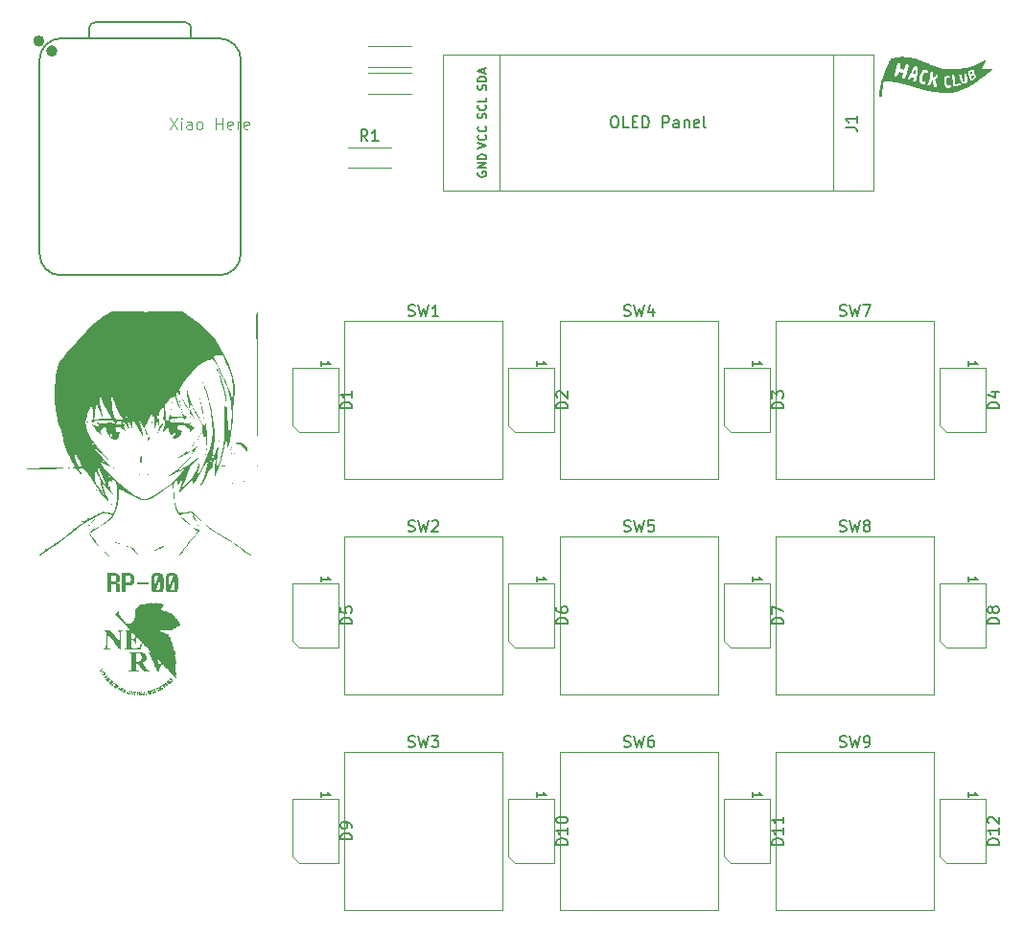
<source format=gbr>
%TF.GenerationSoftware,KiCad,Pcbnew,9.0.6*%
%TF.CreationDate,2025-12-07T14:47:38+00:00*%
%TF.ProjectId,RP-00,52502d30-302e-46b6-9963-61645f706362,rev?*%
%TF.SameCoordinates,Original*%
%TF.FileFunction,Legend,Top*%
%TF.FilePolarity,Positive*%
%FSLAX46Y46*%
G04 Gerber Fmt 4.6, Leading zero omitted, Abs format (unit mm)*
G04 Created by KiCad (PCBNEW 9.0.6) date 2025-12-07 14:47:38*
%MOMM*%
%LPD*%
G01*
G04 APERTURE LIST*
%ADD10C,0.100000*%
%ADD11C,0.300000*%
%ADD12C,0.150000*%
%ADD13C,0.120000*%
%ADD14C,0.127000*%
%ADD15C,0.504000*%
%ADD16C,0.040000*%
%ADD17C,0.000000*%
G04 APERTURE END LIST*
D10*
X90933896Y-46656269D02*
X91600562Y-47656269D01*
X91600562Y-46656269D02*
X90933896Y-47656269D01*
X91981515Y-47656269D02*
X91981515Y-46989602D01*
X91981515Y-46656269D02*
X91933896Y-46703888D01*
X91933896Y-46703888D02*
X91981515Y-46751507D01*
X91981515Y-46751507D02*
X92029134Y-46703888D01*
X92029134Y-46703888D02*
X91981515Y-46656269D01*
X91981515Y-46656269D02*
X91981515Y-46751507D01*
X92886276Y-47656269D02*
X92886276Y-47132459D01*
X92886276Y-47132459D02*
X92838657Y-47037221D01*
X92838657Y-47037221D02*
X92743419Y-46989602D01*
X92743419Y-46989602D02*
X92552943Y-46989602D01*
X92552943Y-46989602D02*
X92457705Y-47037221D01*
X92886276Y-47608650D02*
X92791038Y-47656269D01*
X92791038Y-47656269D02*
X92552943Y-47656269D01*
X92552943Y-47656269D02*
X92457705Y-47608650D01*
X92457705Y-47608650D02*
X92410086Y-47513411D01*
X92410086Y-47513411D02*
X92410086Y-47418173D01*
X92410086Y-47418173D02*
X92457705Y-47322935D01*
X92457705Y-47322935D02*
X92552943Y-47275316D01*
X92552943Y-47275316D02*
X92791038Y-47275316D01*
X92791038Y-47275316D02*
X92886276Y-47227697D01*
X93505324Y-47656269D02*
X93410086Y-47608650D01*
X93410086Y-47608650D02*
X93362467Y-47561030D01*
X93362467Y-47561030D02*
X93314848Y-47465792D01*
X93314848Y-47465792D02*
X93314848Y-47180078D01*
X93314848Y-47180078D02*
X93362467Y-47084840D01*
X93362467Y-47084840D02*
X93410086Y-47037221D01*
X93410086Y-47037221D02*
X93505324Y-46989602D01*
X93505324Y-46989602D02*
X93648181Y-46989602D01*
X93648181Y-46989602D02*
X93743419Y-47037221D01*
X93743419Y-47037221D02*
X93791038Y-47084840D01*
X93791038Y-47084840D02*
X93838657Y-47180078D01*
X93838657Y-47180078D02*
X93838657Y-47465792D01*
X93838657Y-47465792D02*
X93791038Y-47561030D01*
X93791038Y-47561030D02*
X93743419Y-47608650D01*
X93743419Y-47608650D02*
X93648181Y-47656269D01*
X93648181Y-47656269D02*
X93505324Y-47656269D01*
X95029134Y-47656269D02*
X95029134Y-46656269D01*
X95029134Y-47132459D02*
X95600562Y-47132459D01*
X95600562Y-47656269D02*
X95600562Y-46656269D01*
X96457705Y-47608650D02*
X96362467Y-47656269D01*
X96362467Y-47656269D02*
X96171991Y-47656269D01*
X96171991Y-47656269D02*
X96076753Y-47608650D01*
X96076753Y-47608650D02*
X96029134Y-47513411D01*
X96029134Y-47513411D02*
X96029134Y-47132459D01*
X96029134Y-47132459D02*
X96076753Y-47037221D01*
X96076753Y-47037221D02*
X96171991Y-46989602D01*
X96171991Y-46989602D02*
X96362467Y-46989602D01*
X96362467Y-46989602D02*
X96457705Y-47037221D01*
X96457705Y-47037221D02*
X96505324Y-47132459D01*
X96505324Y-47132459D02*
X96505324Y-47227697D01*
X96505324Y-47227697D02*
X96029134Y-47322935D01*
X96933896Y-47656269D02*
X96933896Y-46989602D01*
X96933896Y-47180078D02*
X96981515Y-47084840D01*
X96981515Y-47084840D02*
X97029134Y-47037221D01*
X97029134Y-47037221D02*
X97124372Y-46989602D01*
X97124372Y-46989602D02*
X97219610Y-46989602D01*
X97933896Y-47608650D02*
X97838658Y-47656269D01*
X97838658Y-47656269D02*
X97648182Y-47656269D01*
X97648182Y-47656269D02*
X97552944Y-47608650D01*
X97552944Y-47608650D02*
X97505325Y-47513411D01*
X97505325Y-47513411D02*
X97505325Y-47132459D01*
X97505325Y-47132459D02*
X97552944Y-47037221D01*
X97552944Y-47037221D02*
X97648182Y-46989602D01*
X97648182Y-46989602D02*
X97838658Y-46989602D01*
X97838658Y-46989602D02*
X97933896Y-47037221D01*
X97933896Y-47037221D02*
X97981515Y-47132459D01*
X97981515Y-47132459D02*
X97981515Y-47227697D01*
X97981515Y-47227697D02*
X97505325Y-47322935D01*
D11*
G36*
X86259535Y-86917706D02*
G01*
X86337941Y-86939690D01*
X86400301Y-86973840D01*
X86449575Y-87019909D01*
X86485930Y-87076326D01*
X86514526Y-87151729D01*
X86533740Y-87250956D01*
X86540891Y-87379770D01*
X86535325Y-87464071D01*
X86519343Y-87538826D01*
X86493630Y-87605451D01*
X86455307Y-87663662D01*
X86400755Y-87712094D01*
X86326843Y-87751264D01*
X86420174Y-87795319D01*
X86458028Y-87823733D01*
X86489417Y-87858334D01*
X86514220Y-87898925D01*
X86533472Y-87948551D01*
X86545009Y-88003540D01*
X86549226Y-88072290D01*
X86549226Y-88605351D01*
X86238640Y-88605351D01*
X86238640Y-88194015D01*
X86229231Y-88053676D01*
X86205795Y-87964023D01*
X86173533Y-87910006D01*
X86134203Y-87880686D01*
X86085500Y-87870882D01*
X85793783Y-87870882D01*
X85793783Y-88605351D01*
X85468543Y-88605351D01*
X85468543Y-87661047D01*
X85793783Y-87661047D01*
X86091820Y-87661047D01*
X86135304Y-87653278D01*
X86172070Y-87630126D01*
X86204019Y-87588690D01*
X86225587Y-87538665D01*
X86239762Y-87475007D01*
X86244960Y-87394517D01*
X86239720Y-87311122D01*
X86225504Y-87245824D01*
X86204019Y-87195123D01*
X86171991Y-87152983D01*
X86135221Y-87129521D01*
X86091820Y-87121667D01*
X85793783Y-87121667D01*
X85793783Y-87661047D01*
X85468543Y-87661047D01*
X85468543Y-86909725D01*
X86161063Y-86909725D01*
X86259535Y-86917706D01*
G37*
G36*
X87578673Y-86920400D02*
G01*
X87641632Y-86952773D01*
X87696168Y-87002188D01*
X87743390Y-87068178D01*
X87780096Y-87144862D01*
X87809427Y-87238171D01*
X87827469Y-87337311D01*
X87833607Y-87442785D01*
X87827640Y-87551522D01*
X87810526Y-87648407D01*
X87781972Y-87738436D01*
X87745497Y-87812080D01*
X87698283Y-87874568D01*
X87643739Y-87920158D01*
X87580763Y-87949212D01*
X87510474Y-87958992D01*
X87071844Y-87958992D01*
X87071844Y-88605351D01*
X86746604Y-88605351D01*
X86746604Y-87744944D01*
X87071844Y-87744944D01*
X87371988Y-87744944D01*
X87420507Y-87735439D01*
X87459395Y-87707211D01*
X87491030Y-87655685D01*
X87513877Y-87570798D01*
X87523022Y-87438572D01*
X87513761Y-87301060D01*
X87490686Y-87213152D01*
X87458893Y-87160131D01*
X87420090Y-87131312D01*
X87371988Y-87121667D01*
X87071844Y-87121667D01*
X87071844Y-87744944D01*
X86746604Y-87744944D01*
X86746604Y-86909725D01*
X87510474Y-86909725D01*
X87578673Y-86920400D01*
G37*
G36*
X89094908Y-87711330D02*
G01*
X89094908Y-87925470D01*
X88049854Y-87925470D01*
X88049854Y-87711330D01*
X89094908Y-87711330D01*
G37*
G36*
X90152381Y-86918645D02*
G01*
X90214609Y-86945446D01*
X90269629Y-86987370D01*
X90317374Y-87044089D01*
X90355063Y-87111173D01*
X90384510Y-87192009D01*
X90402480Y-87279172D01*
X90408690Y-87375649D01*
X90408690Y-88145747D01*
X90402806Y-88238445D01*
X90385609Y-88324166D01*
X90356998Y-88404035D01*
X90319480Y-88471078D01*
X90271673Y-88527745D01*
X90216624Y-88569722D01*
X90154128Y-88596389D01*
X90085465Y-88605351D01*
X89625953Y-88605351D01*
X89555467Y-88596325D01*
X89492688Y-88569722D01*
X89437838Y-88527700D01*
X89390839Y-88471078D01*
X89353922Y-88404148D01*
X89351538Y-88397622D01*
X89743464Y-88397622D01*
X89970060Y-88397622D01*
X90002323Y-88392470D01*
X90032984Y-88376648D01*
X90059723Y-88352534D01*
X90082351Y-88320960D01*
X90099910Y-88284489D01*
X90113858Y-88241276D01*
X90122459Y-88195269D01*
X90125399Y-88145747D01*
X90125399Y-87333609D01*
X89743464Y-88397622D01*
X89351538Y-88397622D01*
X89324710Y-88324166D01*
X89306758Y-88238410D01*
X89300621Y-88145747D01*
X89300621Y-87375649D01*
X89588126Y-87375649D01*
X89588126Y-88196122D01*
X89976380Y-87121667D01*
X89739251Y-87121667D01*
X89705490Y-87126959D01*
X89676236Y-87142641D01*
X89651294Y-87166520D01*
X89629067Y-87198329D01*
X89611786Y-87234972D01*
X89598567Y-87279112D01*
X89588126Y-87375649D01*
X89300621Y-87375649D01*
X89306808Y-87279168D01*
X89324710Y-87192009D01*
X89354227Y-87111170D01*
X89391938Y-87044089D01*
X89439756Y-86987366D01*
X89494794Y-86945446D01*
X89557295Y-86918708D01*
X89625953Y-86909725D01*
X90085465Y-86909725D01*
X90152381Y-86918645D01*
G37*
G36*
X91434655Y-86918645D02*
G01*
X91496884Y-86945446D01*
X91551904Y-86987370D01*
X91599649Y-87044089D01*
X91637338Y-87111173D01*
X91666785Y-87192009D01*
X91684755Y-87279172D01*
X91690965Y-87375649D01*
X91690965Y-88145747D01*
X91685081Y-88238445D01*
X91667884Y-88324166D01*
X91639273Y-88404035D01*
X91601755Y-88471078D01*
X91553948Y-88527745D01*
X91498899Y-88569722D01*
X91436403Y-88596389D01*
X91367740Y-88605351D01*
X90908228Y-88605351D01*
X90837742Y-88596325D01*
X90774963Y-88569722D01*
X90720113Y-88527700D01*
X90673114Y-88471078D01*
X90636197Y-88404148D01*
X90633813Y-88397622D01*
X91025739Y-88397622D01*
X91252335Y-88397622D01*
X91284598Y-88392470D01*
X91315258Y-88376648D01*
X91341998Y-88352534D01*
X91364626Y-88320960D01*
X91382185Y-88284489D01*
X91396133Y-88241276D01*
X91404734Y-88195269D01*
X91407674Y-88145747D01*
X91407674Y-87333609D01*
X91025739Y-88397622D01*
X90633813Y-88397622D01*
X90606985Y-88324166D01*
X90589033Y-88238410D01*
X90582896Y-88145747D01*
X90582896Y-87375649D01*
X90870401Y-87375649D01*
X90870401Y-88196122D01*
X91258655Y-87121667D01*
X91021526Y-87121667D01*
X90987765Y-87126959D01*
X90958511Y-87142641D01*
X90933569Y-87166520D01*
X90911342Y-87198329D01*
X90894061Y-87234972D01*
X90880842Y-87279112D01*
X90870401Y-87375649D01*
X90582896Y-87375649D01*
X90589083Y-87279168D01*
X90606985Y-87192009D01*
X90636502Y-87111170D01*
X90674213Y-87044089D01*
X90722031Y-86987366D01*
X90777069Y-86945446D01*
X90839570Y-86918708D01*
X90908228Y-86909725D01*
X91367740Y-86909725D01*
X91434655Y-86918645D01*
G37*
D12*
X108418333Y-48699969D02*
X108085000Y-48223778D01*
X107846905Y-48699969D02*
X107846905Y-47699969D01*
X107846905Y-47699969D02*
X108227857Y-47699969D01*
X108227857Y-47699969D02*
X108323095Y-47747588D01*
X108323095Y-47747588D02*
X108370714Y-47795207D01*
X108370714Y-47795207D02*
X108418333Y-47890445D01*
X108418333Y-47890445D02*
X108418333Y-48033302D01*
X108418333Y-48033302D02*
X108370714Y-48128540D01*
X108370714Y-48128540D02*
X108323095Y-48176159D01*
X108323095Y-48176159D02*
X108227857Y-48223778D01*
X108227857Y-48223778D02*
X107846905Y-48223778D01*
X109370714Y-48699969D02*
X108799286Y-48699969D01*
X109085000Y-48699969D02*
X109085000Y-47699969D01*
X109085000Y-47699969D02*
X108989762Y-47842826D01*
X108989762Y-47842826D02*
X108894524Y-47938064D01*
X108894524Y-47938064D02*
X108799286Y-47985683D01*
X145127347Y-110910591D02*
X144127347Y-110910591D01*
X144127347Y-110910591D02*
X144127347Y-110672496D01*
X144127347Y-110672496D02*
X144174966Y-110529639D01*
X144174966Y-110529639D02*
X144270204Y-110434401D01*
X144270204Y-110434401D02*
X144365442Y-110386782D01*
X144365442Y-110386782D02*
X144555918Y-110339163D01*
X144555918Y-110339163D02*
X144698775Y-110339163D01*
X144698775Y-110339163D02*
X144889251Y-110386782D01*
X144889251Y-110386782D02*
X144984489Y-110434401D01*
X144984489Y-110434401D02*
X145079728Y-110529639D01*
X145079728Y-110529639D02*
X145127347Y-110672496D01*
X145127347Y-110672496D02*
X145127347Y-110910591D01*
X145127347Y-109386782D02*
X145127347Y-109958210D01*
X145127347Y-109672496D02*
X144127347Y-109672496D01*
X144127347Y-109672496D02*
X144270204Y-109767734D01*
X144270204Y-109767734D02*
X144365442Y-109862972D01*
X144365442Y-109862972D02*
X144413061Y-109958210D01*
X145127347Y-108434401D02*
X145127347Y-109005829D01*
X145127347Y-108720115D02*
X144127347Y-108720115D01*
X144127347Y-108720115D02*
X144270204Y-108815353D01*
X144270204Y-108815353D02*
X144365442Y-108910591D01*
X144365442Y-108910591D02*
X144413061Y-109005829D01*
X142435232Y-106724877D02*
X142435232Y-106267734D01*
X142435232Y-106496306D02*
X143235232Y-106496306D01*
X143235232Y-106496306D02*
X143120947Y-106420115D01*
X143120947Y-106420115D02*
X143044756Y-106343925D01*
X143044756Y-106343925D02*
X143006661Y-106267734D01*
X107027315Y-110434400D02*
X106027315Y-110434400D01*
X106027315Y-110434400D02*
X106027315Y-110196305D01*
X106027315Y-110196305D02*
X106074934Y-110053448D01*
X106074934Y-110053448D02*
X106170172Y-109958210D01*
X106170172Y-109958210D02*
X106265410Y-109910591D01*
X106265410Y-109910591D02*
X106455886Y-109862972D01*
X106455886Y-109862972D02*
X106598743Y-109862972D01*
X106598743Y-109862972D02*
X106789219Y-109910591D01*
X106789219Y-109910591D02*
X106884457Y-109958210D01*
X106884457Y-109958210D02*
X106979696Y-110053448D01*
X106979696Y-110053448D02*
X107027315Y-110196305D01*
X107027315Y-110196305D02*
X107027315Y-110434400D01*
X107027315Y-109386781D02*
X107027315Y-109196305D01*
X107027315Y-109196305D02*
X106979696Y-109101067D01*
X106979696Y-109101067D02*
X106932076Y-109053448D01*
X106932076Y-109053448D02*
X106789219Y-108958210D01*
X106789219Y-108958210D02*
X106598743Y-108910591D01*
X106598743Y-108910591D02*
X106217791Y-108910591D01*
X106217791Y-108910591D02*
X106122553Y-108958210D01*
X106122553Y-108958210D02*
X106074934Y-109005829D01*
X106074934Y-109005829D02*
X106027315Y-109101067D01*
X106027315Y-109101067D02*
X106027315Y-109291543D01*
X106027315Y-109291543D02*
X106074934Y-109386781D01*
X106074934Y-109386781D02*
X106122553Y-109434400D01*
X106122553Y-109434400D02*
X106217791Y-109482019D01*
X106217791Y-109482019D02*
X106455886Y-109482019D01*
X106455886Y-109482019D02*
X106551124Y-109434400D01*
X106551124Y-109434400D02*
X106598743Y-109386781D01*
X106598743Y-109386781D02*
X106646362Y-109291543D01*
X106646362Y-109291543D02*
X106646362Y-109101067D01*
X106646362Y-109101067D02*
X106598743Y-109005829D01*
X106598743Y-109005829D02*
X106551124Y-108958210D01*
X106551124Y-108958210D02*
X106455886Y-108910591D01*
X104335200Y-106724877D02*
X104335200Y-106267734D01*
X104335200Y-106496306D02*
X105135200Y-106496306D01*
X105135200Y-106496306D02*
X105020915Y-106420115D01*
X105020915Y-106420115D02*
X104944724Y-106343925D01*
X104944724Y-106343925D02*
X104906629Y-106267734D01*
X126077331Y-110910591D02*
X125077331Y-110910591D01*
X125077331Y-110910591D02*
X125077331Y-110672496D01*
X125077331Y-110672496D02*
X125124950Y-110529639D01*
X125124950Y-110529639D02*
X125220188Y-110434401D01*
X125220188Y-110434401D02*
X125315426Y-110386782D01*
X125315426Y-110386782D02*
X125505902Y-110339163D01*
X125505902Y-110339163D02*
X125648759Y-110339163D01*
X125648759Y-110339163D02*
X125839235Y-110386782D01*
X125839235Y-110386782D02*
X125934473Y-110434401D01*
X125934473Y-110434401D02*
X126029712Y-110529639D01*
X126029712Y-110529639D02*
X126077331Y-110672496D01*
X126077331Y-110672496D02*
X126077331Y-110910591D01*
X126077331Y-109386782D02*
X126077331Y-109958210D01*
X126077331Y-109672496D02*
X125077331Y-109672496D01*
X125077331Y-109672496D02*
X125220188Y-109767734D01*
X125220188Y-109767734D02*
X125315426Y-109862972D01*
X125315426Y-109862972D02*
X125363045Y-109958210D01*
X125077331Y-108767734D02*
X125077331Y-108672496D01*
X125077331Y-108672496D02*
X125124950Y-108577258D01*
X125124950Y-108577258D02*
X125172569Y-108529639D01*
X125172569Y-108529639D02*
X125267807Y-108482020D01*
X125267807Y-108482020D02*
X125458283Y-108434401D01*
X125458283Y-108434401D02*
X125696378Y-108434401D01*
X125696378Y-108434401D02*
X125886854Y-108482020D01*
X125886854Y-108482020D02*
X125982092Y-108529639D01*
X125982092Y-108529639D02*
X126029712Y-108577258D01*
X126029712Y-108577258D02*
X126077331Y-108672496D01*
X126077331Y-108672496D02*
X126077331Y-108767734D01*
X126077331Y-108767734D02*
X126029712Y-108862972D01*
X126029712Y-108862972D02*
X125982092Y-108910591D01*
X125982092Y-108910591D02*
X125886854Y-108958210D01*
X125886854Y-108958210D02*
X125696378Y-109005829D01*
X125696378Y-109005829D02*
X125458283Y-109005829D01*
X125458283Y-109005829D02*
X125267807Y-108958210D01*
X125267807Y-108958210D02*
X125172569Y-108910591D01*
X125172569Y-108910591D02*
X125124950Y-108862972D01*
X125124950Y-108862972D02*
X125077331Y-108767734D01*
X123385216Y-106724877D02*
X123385216Y-106267734D01*
X123385216Y-106496306D02*
X124185216Y-106496306D01*
X124185216Y-106496306D02*
X124070931Y-106420115D01*
X124070931Y-106420115D02*
X123994740Y-106343925D01*
X123994740Y-106343925D02*
X123956645Y-106267734D01*
X131064667Y-102230450D02*
X131207524Y-102278069D01*
X131207524Y-102278069D02*
X131445619Y-102278069D01*
X131445619Y-102278069D02*
X131540857Y-102230450D01*
X131540857Y-102230450D02*
X131588476Y-102182830D01*
X131588476Y-102182830D02*
X131636095Y-102087592D01*
X131636095Y-102087592D02*
X131636095Y-101992354D01*
X131636095Y-101992354D02*
X131588476Y-101897116D01*
X131588476Y-101897116D02*
X131540857Y-101849497D01*
X131540857Y-101849497D02*
X131445619Y-101801878D01*
X131445619Y-101801878D02*
X131255143Y-101754259D01*
X131255143Y-101754259D02*
X131159905Y-101706640D01*
X131159905Y-101706640D02*
X131112286Y-101659021D01*
X131112286Y-101659021D02*
X131064667Y-101563783D01*
X131064667Y-101563783D02*
X131064667Y-101468545D01*
X131064667Y-101468545D02*
X131112286Y-101373307D01*
X131112286Y-101373307D02*
X131159905Y-101325688D01*
X131159905Y-101325688D02*
X131255143Y-101278069D01*
X131255143Y-101278069D02*
X131493238Y-101278069D01*
X131493238Y-101278069D02*
X131636095Y-101325688D01*
X131969429Y-101278069D02*
X132207524Y-102278069D01*
X132207524Y-102278069D02*
X132398000Y-101563783D01*
X132398000Y-101563783D02*
X132588476Y-102278069D01*
X132588476Y-102278069D02*
X132826572Y-101278069D01*
X133636095Y-101278069D02*
X133445619Y-101278069D01*
X133445619Y-101278069D02*
X133350381Y-101325688D01*
X133350381Y-101325688D02*
X133302762Y-101373307D01*
X133302762Y-101373307D02*
X133207524Y-101516164D01*
X133207524Y-101516164D02*
X133159905Y-101706640D01*
X133159905Y-101706640D02*
X133159905Y-102087592D01*
X133159905Y-102087592D02*
X133207524Y-102182830D01*
X133207524Y-102182830D02*
X133255143Y-102230450D01*
X133255143Y-102230450D02*
X133350381Y-102278069D01*
X133350381Y-102278069D02*
X133540857Y-102278069D01*
X133540857Y-102278069D02*
X133636095Y-102230450D01*
X133636095Y-102230450D02*
X133683714Y-102182830D01*
X133683714Y-102182830D02*
X133731333Y-102087592D01*
X133731333Y-102087592D02*
X133731333Y-101849497D01*
X133731333Y-101849497D02*
X133683714Y-101754259D01*
X133683714Y-101754259D02*
X133636095Y-101706640D01*
X133636095Y-101706640D02*
X133540857Y-101659021D01*
X133540857Y-101659021D02*
X133350381Y-101659021D01*
X133350381Y-101659021D02*
X133255143Y-101706640D01*
X133255143Y-101706640D02*
X133207524Y-101754259D01*
X133207524Y-101754259D02*
X133159905Y-101849497D01*
X131064667Y-64130450D02*
X131207524Y-64178069D01*
X131207524Y-64178069D02*
X131445619Y-64178069D01*
X131445619Y-64178069D02*
X131540857Y-64130450D01*
X131540857Y-64130450D02*
X131588476Y-64082830D01*
X131588476Y-64082830D02*
X131636095Y-63987592D01*
X131636095Y-63987592D02*
X131636095Y-63892354D01*
X131636095Y-63892354D02*
X131588476Y-63797116D01*
X131588476Y-63797116D02*
X131540857Y-63749497D01*
X131540857Y-63749497D02*
X131445619Y-63701878D01*
X131445619Y-63701878D02*
X131255143Y-63654259D01*
X131255143Y-63654259D02*
X131159905Y-63606640D01*
X131159905Y-63606640D02*
X131112286Y-63559021D01*
X131112286Y-63559021D02*
X131064667Y-63463783D01*
X131064667Y-63463783D02*
X131064667Y-63368545D01*
X131064667Y-63368545D02*
X131112286Y-63273307D01*
X131112286Y-63273307D02*
X131159905Y-63225688D01*
X131159905Y-63225688D02*
X131255143Y-63178069D01*
X131255143Y-63178069D02*
X131493238Y-63178069D01*
X131493238Y-63178069D02*
X131636095Y-63225688D01*
X131969429Y-63178069D02*
X132207524Y-64178069D01*
X132207524Y-64178069D02*
X132398000Y-63463783D01*
X132398000Y-63463783D02*
X132588476Y-64178069D01*
X132588476Y-64178069D02*
X132826572Y-63178069D01*
X133636095Y-63511402D02*
X133636095Y-64178069D01*
X133398000Y-63130450D02*
X133159905Y-63844735D01*
X133159905Y-63844735D02*
X133778952Y-63844735D01*
X126077331Y-72334368D02*
X125077331Y-72334368D01*
X125077331Y-72334368D02*
X125077331Y-72096273D01*
X125077331Y-72096273D02*
X125124950Y-71953416D01*
X125124950Y-71953416D02*
X125220188Y-71858178D01*
X125220188Y-71858178D02*
X125315426Y-71810559D01*
X125315426Y-71810559D02*
X125505902Y-71762940D01*
X125505902Y-71762940D02*
X125648759Y-71762940D01*
X125648759Y-71762940D02*
X125839235Y-71810559D01*
X125839235Y-71810559D02*
X125934473Y-71858178D01*
X125934473Y-71858178D02*
X126029712Y-71953416D01*
X126029712Y-71953416D02*
X126077331Y-72096273D01*
X126077331Y-72096273D02*
X126077331Y-72334368D01*
X125172569Y-71381987D02*
X125124950Y-71334368D01*
X125124950Y-71334368D02*
X125077331Y-71239130D01*
X125077331Y-71239130D02*
X125077331Y-71001035D01*
X125077331Y-71001035D02*
X125124950Y-70905797D01*
X125124950Y-70905797D02*
X125172569Y-70858178D01*
X125172569Y-70858178D02*
X125267807Y-70810559D01*
X125267807Y-70810559D02*
X125363045Y-70810559D01*
X125363045Y-70810559D02*
X125505902Y-70858178D01*
X125505902Y-70858178D02*
X126077331Y-71429606D01*
X126077331Y-71429606D02*
X126077331Y-70810559D01*
X123385216Y-68624845D02*
X123385216Y-68167702D01*
X123385216Y-68396274D02*
X124185216Y-68396274D01*
X124185216Y-68396274D02*
X124070931Y-68320083D01*
X124070931Y-68320083D02*
X123994740Y-68243893D01*
X123994740Y-68243893D02*
X123956645Y-68167702D01*
X131064667Y-83180450D02*
X131207524Y-83228069D01*
X131207524Y-83228069D02*
X131445619Y-83228069D01*
X131445619Y-83228069D02*
X131540857Y-83180450D01*
X131540857Y-83180450D02*
X131588476Y-83132830D01*
X131588476Y-83132830D02*
X131636095Y-83037592D01*
X131636095Y-83037592D02*
X131636095Y-82942354D01*
X131636095Y-82942354D02*
X131588476Y-82847116D01*
X131588476Y-82847116D02*
X131540857Y-82799497D01*
X131540857Y-82799497D02*
X131445619Y-82751878D01*
X131445619Y-82751878D02*
X131255143Y-82704259D01*
X131255143Y-82704259D02*
X131159905Y-82656640D01*
X131159905Y-82656640D02*
X131112286Y-82609021D01*
X131112286Y-82609021D02*
X131064667Y-82513783D01*
X131064667Y-82513783D02*
X131064667Y-82418545D01*
X131064667Y-82418545D02*
X131112286Y-82323307D01*
X131112286Y-82323307D02*
X131159905Y-82275688D01*
X131159905Y-82275688D02*
X131255143Y-82228069D01*
X131255143Y-82228069D02*
X131493238Y-82228069D01*
X131493238Y-82228069D02*
X131636095Y-82275688D01*
X131969429Y-82228069D02*
X132207524Y-83228069D01*
X132207524Y-83228069D02*
X132398000Y-82513783D01*
X132398000Y-82513783D02*
X132588476Y-83228069D01*
X132588476Y-83228069D02*
X132826572Y-82228069D01*
X133683714Y-82228069D02*
X133207524Y-82228069D01*
X133207524Y-82228069D02*
X133159905Y-82704259D01*
X133159905Y-82704259D02*
X133207524Y-82656640D01*
X133207524Y-82656640D02*
X133302762Y-82609021D01*
X133302762Y-82609021D02*
X133540857Y-82609021D01*
X133540857Y-82609021D02*
X133636095Y-82656640D01*
X133636095Y-82656640D02*
X133683714Y-82704259D01*
X133683714Y-82704259D02*
X133731333Y-82799497D01*
X133731333Y-82799497D02*
X133731333Y-83037592D01*
X133731333Y-83037592D02*
X133683714Y-83132830D01*
X133683714Y-83132830D02*
X133636095Y-83180450D01*
X133636095Y-83180450D02*
X133540857Y-83228069D01*
X133540857Y-83228069D02*
X133302762Y-83228069D01*
X133302762Y-83228069D02*
X133207524Y-83180450D01*
X133207524Y-83180450D02*
X133159905Y-83132830D01*
X150114667Y-102230450D02*
X150257524Y-102278069D01*
X150257524Y-102278069D02*
X150495619Y-102278069D01*
X150495619Y-102278069D02*
X150590857Y-102230450D01*
X150590857Y-102230450D02*
X150638476Y-102182830D01*
X150638476Y-102182830D02*
X150686095Y-102087592D01*
X150686095Y-102087592D02*
X150686095Y-101992354D01*
X150686095Y-101992354D02*
X150638476Y-101897116D01*
X150638476Y-101897116D02*
X150590857Y-101849497D01*
X150590857Y-101849497D02*
X150495619Y-101801878D01*
X150495619Y-101801878D02*
X150305143Y-101754259D01*
X150305143Y-101754259D02*
X150209905Y-101706640D01*
X150209905Y-101706640D02*
X150162286Y-101659021D01*
X150162286Y-101659021D02*
X150114667Y-101563783D01*
X150114667Y-101563783D02*
X150114667Y-101468545D01*
X150114667Y-101468545D02*
X150162286Y-101373307D01*
X150162286Y-101373307D02*
X150209905Y-101325688D01*
X150209905Y-101325688D02*
X150305143Y-101278069D01*
X150305143Y-101278069D02*
X150543238Y-101278069D01*
X150543238Y-101278069D02*
X150686095Y-101325688D01*
X151019429Y-101278069D02*
X151257524Y-102278069D01*
X151257524Y-102278069D02*
X151448000Y-101563783D01*
X151448000Y-101563783D02*
X151638476Y-102278069D01*
X151638476Y-102278069D02*
X151876572Y-101278069D01*
X152305143Y-102278069D02*
X152495619Y-102278069D01*
X152495619Y-102278069D02*
X152590857Y-102230450D01*
X152590857Y-102230450D02*
X152638476Y-102182830D01*
X152638476Y-102182830D02*
X152733714Y-102039973D01*
X152733714Y-102039973D02*
X152781333Y-101849497D01*
X152781333Y-101849497D02*
X152781333Y-101468545D01*
X152781333Y-101468545D02*
X152733714Y-101373307D01*
X152733714Y-101373307D02*
X152686095Y-101325688D01*
X152686095Y-101325688D02*
X152590857Y-101278069D01*
X152590857Y-101278069D02*
X152400381Y-101278069D01*
X152400381Y-101278069D02*
X152305143Y-101325688D01*
X152305143Y-101325688D02*
X152257524Y-101373307D01*
X152257524Y-101373307D02*
X152209905Y-101468545D01*
X152209905Y-101468545D02*
X152209905Y-101706640D01*
X152209905Y-101706640D02*
X152257524Y-101801878D01*
X152257524Y-101801878D02*
X152305143Y-101849497D01*
X152305143Y-101849497D02*
X152400381Y-101897116D01*
X152400381Y-101897116D02*
X152590857Y-101897116D01*
X152590857Y-101897116D02*
X152686095Y-101849497D01*
X152686095Y-101849497D02*
X152733714Y-101801878D01*
X152733714Y-101801878D02*
X152781333Y-101706640D01*
X107027315Y-91384384D02*
X106027315Y-91384384D01*
X106027315Y-91384384D02*
X106027315Y-91146289D01*
X106027315Y-91146289D02*
X106074934Y-91003432D01*
X106074934Y-91003432D02*
X106170172Y-90908194D01*
X106170172Y-90908194D02*
X106265410Y-90860575D01*
X106265410Y-90860575D02*
X106455886Y-90812956D01*
X106455886Y-90812956D02*
X106598743Y-90812956D01*
X106598743Y-90812956D02*
X106789219Y-90860575D01*
X106789219Y-90860575D02*
X106884457Y-90908194D01*
X106884457Y-90908194D02*
X106979696Y-91003432D01*
X106979696Y-91003432D02*
X107027315Y-91146289D01*
X107027315Y-91146289D02*
X107027315Y-91384384D01*
X106027315Y-89908194D02*
X106027315Y-90384384D01*
X106027315Y-90384384D02*
X106503505Y-90432003D01*
X106503505Y-90432003D02*
X106455886Y-90384384D01*
X106455886Y-90384384D02*
X106408267Y-90289146D01*
X106408267Y-90289146D02*
X106408267Y-90051051D01*
X106408267Y-90051051D02*
X106455886Y-89955813D01*
X106455886Y-89955813D02*
X106503505Y-89908194D01*
X106503505Y-89908194D02*
X106598743Y-89860575D01*
X106598743Y-89860575D02*
X106836838Y-89860575D01*
X106836838Y-89860575D02*
X106932076Y-89908194D01*
X106932076Y-89908194D02*
X106979696Y-89955813D01*
X106979696Y-89955813D02*
X107027315Y-90051051D01*
X107027315Y-90051051D02*
X107027315Y-90289146D01*
X107027315Y-90289146D02*
X106979696Y-90384384D01*
X106979696Y-90384384D02*
X106932076Y-90432003D01*
X104335200Y-87674861D02*
X104335200Y-87217718D01*
X104335200Y-87446290D02*
X105135200Y-87446290D01*
X105135200Y-87446290D02*
X105020915Y-87370099D01*
X105020915Y-87370099D02*
X104944724Y-87293909D01*
X104944724Y-87293909D02*
X104906629Y-87217718D01*
X164177363Y-110910591D02*
X163177363Y-110910591D01*
X163177363Y-110910591D02*
X163177363Y-110672496D01*
X163177363Y-110672496D02*
X163224982Y-110529639D01*
X163224982Y-110529639D02*
X163320220Y-110434401D01*
X163320220Y-110434401D02*
X163415458Y-110386782D01*
X163415458Y-110386782D02*
X163605934Y-110339163D01*
X163605934Y-110339163D02*
X163748791Y-110339163D01*
X163748791Y-110339163D02*
X163939267Y-110386782D01*
X163939267Y-110386782D02*
X164034505Y-110434401D01*
X164034505Y-110434401D02*
X164129744Y-110529639D01*
X164129744Y-110529639D02*
X164177363Y-110672496D01*
X164177363Y-110672496D02*
X164177363Y-110910591D01*
X164177363Y-109386782D02*
X164177363Y-109958210D01*
X164177363Y-109672496D02*
X163177363Y-109672496D01*
X163177363Y-109672496D02*
X163320220Y-109767734D01*
X163320220Y-109767734D02*
X163415458Y-109862972D01*
X163415458Y-109862972D02*
X163463077Y-109958210D01*
X163272601Y-109005829D02*
X163224982Y-108958210D01*
X163224982Y-108958210D02*
X163177363Y-108862972D01*
X163177363Y-108862972D02*
X163177363Y-108624877D01*
X163177363Y-108624877D02*
X163224982Y-108529639D01*
X163224982Y-108529639D02*
X163272601Y-108482020D01*
X163272601Y-108482020D02*
X163367839Y-108434401D01*
X163367839Y-108434401D02*
X163463077Y-108434401D01*
X163463077Y-108434401D02*
X163605934Y-108482020D01*
X163605934Y-108482020D02*
X164177363Y-109053448D01*
X164177363Y-109053448D02*
X164177363Y-108434401D01*
X161485248Y-106724877D02*
X161485248Y-106267734D01*
X161485248Y-106496306D02*
X162285248Y-106496306D01*
X162285248Y-106496306D02*
X162170963Y-106420115D01*
X162170963Y-106420115D02*
X162094772Y-106343925D01*
X162094772Y-106343925D02*
X162056677Y-106267734D01*
X150622719Y-47496683D02*
X151337004Y-47496683D01*
X151337004Y-47496683D02*
X151479861Y-47544302D01*
X151479861Y-47544302D02*
X151575100Y-47639540D01*
X151575100Y-47639540D02*
X151622719Y-47782397D01*
X151622719Y-47782397D02*
X151622719Y-47877635D01*
X151622719Y-46496683D02*
X151622719Y-47068111D01*
X151622719Y-46782397D02*
X150622719Y-46782397D01*
X150622719Y-46782397D02*
X150765576Y-46877635D01*
X150765576Y-46877635D02*
X150860814Y-46972873D01*
X150860814Y-46972873D02*
X150908433Y-47068111D01*
X118871350Y-44174063D02*
X118907064Y-44066921D01*
X118907064Y-44066921D02*
X118907064Y-43888349D01*
X118907064Y-43888349D02*
X118871350Y-43816921D01*
X118871350Y-43816921D02*
X118835635Y-43781206D01*
X118835635Y-43781206D02*
X118764207Y-43745492D01*
X118764207Y-43745492D02*
X118692778Y-43745492D01*
X118692778Y-43745492D02*
X118621350Y-43781206D01*
X118621350Y-43781206D02*
X118585635Y-43816921D01*
X118585635Y-43816921D02*
X118549921Y-43888349D01*
X118549921Y-43888349D02*
X118514207Y-44031206D01*
X118514207Y-44031206D02*
X118478492Y-44102635D01*
X118478492Y-44102635D02*
X118442778Y-44138349D01*
X118442778Y-44138349D02*
X118371350Y-44174063D01*
X118371350Y-44174063D02*
X118299921Y-44174063D01*
X118299921Y-44174063D02*
X118228492Y-44138349D01*
X118228492Y-44138349D02*
X118192778Y-44102635D01*
X118192778Y-44102635D02*
X118157064Y-44031206D01*
X118157064Y-44031206D02*
X118157064Y-43852635D01*
X118157064Y-43852635D02*
X118192778Y-43745492D01*
X118907064Y-43424063D02*
X118157064Y-43424063D01*
X118157064Y-43424063D02*
X118157064Y-43245492D01*
X118157064Y-43245492D02*
X118192778Y-43138349D01*
X118192778Y-43138349D02*
X118264207Y-43066920D01*
X118264207Y-43066920D02*
X118335635Y-43031206D01*
X118335635Y-43031206D02*
X118478492Y-42995492D01*
X118478492Y-42995492D02*
X118585635Y-42995492D01*
X118585635Y-42995492D02*
X118728492Y-43031206D01*
X118728492Y-43031206D02*
X118799921Y-43066920D01*
X118799921Y-43066920D02*
X118871350Y-43138349D01*
X118871350Y-43138349D02*
X118907064Y-43245492D01*
X118907064Y-43245492D02*
X118907064Y-43424063D01*
X118692778Y-42709777D02*
X118692778Y-42352635D01*
X118907064Y-42781206D02*
X118157064Y-42531206D01*
X118157064Y-42531206D02*
X118907064Y-42281206D01*
X118192778Y-51454778D02*
X118157064Y-51526207D01*
X118157064Y-51526207D02*
X118157064Y-51633349D01*
X118157064Y-51633349D02*
X118192778Y-51740492D01*
X118192778Y-51740492D02*
X118264207Y-51811921D01*
X118264207Y-51811921D02*
X118335635Y-51847635D01*
X118335635Y-51847635D02*
X118478492Y-51883349D01*
X118478492Y-51883349D02*
X118585635Y-51883349D01*
X118585635Y-51883349D02*
X118728492Y-51847635D01*
X118728492Y-51847635D02*
X118799921Y-51811921D01*
X118799921Y-51811921D02*
X118871350Y-51740492D01*
X118871350Y-51740492D02*
X118907064Y-51633349D01*
X118907064Y-51633349D02*
X118907064Y-51561921D01*
X118907064Y-51561921D02*
X118871350Y-51454778D01*
X118871350Y-51454778D02*
X118835635Y-51419064D01*
X118835635Y-51419064D02*
X118585635Y-51419064D01*
X118585635Y-51419064D02*
X118585635Y-51561921D01*
X118907064Y-51097635D02*
X118157064Y-51097635D01*
X118157064Y-51097635D02*
X118907064Y-50669064D01*
X118907064Y-50669064D02*
X118157064Y-50669064D01*
X118907064Y-50311921D02*
X118157064Y-50311921D01*
X118157064Y-50311921D02*
X118157064Y-50133350D01*
X118157064Y-50133350D02*
X118192778Y-50026207D01*
X118192778Y-50026207D02*
X118264207Y-49954778D01*
X118264207Y-49954778D02*
X118335635Y-49919064D01*
X118335635Y-49919064D02*
X118478492Y-49883350D01*
X118478492Y-49883350D02*
X118585635Y-49883350D01*
X118585635Y-49883350D02*
X118728492Y-49919064D01*
X118728492Y-49919064D02*
X118799921Y-49954778D01*
X118799921Y-49954778D02*
X118871350Y-50026207D01*
X118871350Y-50026207D02*
X118907064Y-50133350D01*
X118907064Y-50133350D02*
X118907064Y-50311921D01*
X118871350Y-46696206D02*
X118907064Y-46589064D01*
X118907064Y-46589064D02*
X118907064Y-46410492D01*
X118907064Y-46410492D02*
X118871350Y-46339064D01*
X118871350Y-46339064D02*
X118835635Y-46303349D01*
X118835635Y-46303349D02*
X118764207Y-46267635D01*
X118764207Y-46267635D02*
X118692778Y-46267635D01*
X118692778Y-46267635D02*
X118621350Y-46303349D01*
X118621350Y-46303349D02*
X118585635Y-46339064D01*
X118585635Y-46339064D02*
X118549921Y-46410492D01*
X118549921Y-46410492D02*
X118514207Y-46553349D01*
X118514207Y-46553349D02*
X118478492Y-46624778D01*
X118478492Y-46624778D02*
X118442778Y-46660492D01*
X118442778Y-46660492D02*
X118371350Y-46696206D01*
X118371350Y-46696206D02*
X118299921Y-46696206D01*
X118299921Y-46696206D02*
X118228492Y-46660492D01*
X118228492Y-46660492D02*
X118192778Y-46624778D01*
X118192778Y-46624778D02*
X118157064Y-46553349D01*
X118157064Y-46553349D02*
X118157064Y-46374778D01*
X118157064Y-46374778D02*
X118192778Y-46267635D01*
X118835635Y-45517635D02*
X118871350Y-45553349D01*
X118871350Y-45553349D02*
X118907064Y-45660492D01*
X118907064Y-45660492D02*
X118907064Y-45731920D01*
X118907064Y-45731920D02*
X118871350Y-45839063D01*
X118871350Y-45839063D02*
X118799921Y-45910492D01*
X118799921Y-45910492D02*
X118728492Y-45946206D01*
X118728492Y-45946206D02*
X118585635Y-45981920D01*
X118585635Y-45981920D02*
X118478492Y-45981920D01*
X118478492Y-45981920D02*
X118335635Y-45946206D01*
X118335635Y-45946206D02*
X118264207Y-45910492D01*
X118264207Y-45910492D02*
X118192778Y-45839063D01*
X118192778Y-45839063D02*
X118157064Y-45731920D01*
X118157064Y-45731920D02*
X118157064Y-45660492D01*
X118157064Y-45660492D02*
X118192778Y-45553349D01*
X118192778Y-45553349D02*
X118228492Y-45517635D01*
X118907064Y-44839063D02*
X118907064Y-45196206D01*
X118907064Y-45196206D02*
X118157064Y-45196206D01*
X130139328Y-46528169D02*
X130329804Y-46528169D01*
X130329804Y-46528169D02*
X130425042Y-46575788D01*
X130425042Y-46575788D02*
X130520280Y-46671026D01*
X130520280Y-46671026D02*
X130567899Y-46861502D01*
X130567899Y-46861502D02*
X130567899Y-47194835D01*
X130567899Y-47194835D02*
X130520280Y-47385311D01*
X130520280Y-47385311D02*
X130425042Y-47480550D01*
X130425042Y-47480550D02*
X130329804Y-47528169D01*
X130329804Y-47528169D02*
X130139328Y-47528169D01*
X130139328Y-47528169D02*
X130044090Y-47480550D01*
X130044090Y-47480550D02*
X129948852Y-47385311D01*
X129948852Y-47385311D02*
X129901233Y-47194835D01*
X129901233Y-47194835D02*
X129901233Y-46861502D01*
X129901233Y-46861502D02*
X129948852Y-46671026D01*
X129948852Y-46671026D02*
X130044090Y-46575788D01*
X130044090Y-46575788D02*
X130139328Y-46528169D01*
X131472661Y-47528169D02*
X130996471Y-47528169D01*
X130996471Y-47528169D02*
X130996471Y-46528169D01*
X131805995Y-47004359D02*
X132139328Y-47004359D01*
X132282185Y-47528169D02*
X131805995Y-47528169D01*
X131805995Y-47528169D02*
X131805995Y-46528169D01*
X131805995Y-46528169D02*
X132282185Y-46528169D01*
X132710757Y-47528169D02*
X132710757Y-46528169D01*
X132710757Y-46528169D02*
X132948852Y-46528169D01*
X132948852Y-46528169D02*
X133091709Y-46575788D01*
X133091709Y-46575788D02*
X133186947Y-46671026D01*
X133186947Y-46671026D02*
X133234566Y-46766264D01*
X133234566Y-46766264D02*
X133282185Y-46956740D01*
X133282185Y-46956740D02*
X133282185Y-47099597D01*
X133282185Y-47099597D02*
X133234566Y-47290073D01*
X133234566Y-47290073D02*
X133186947Y-47385311D01*
X133186947Y-47385311D02*
X133091709Y-47480550D01*
X133091709Y-47480550D02*
X132948852Y-47528169D01*
X132948852Y-47528169D02*
X132710757Y-47528169D01*
X134472662Y-47528169D02*
X134472662Y-46528169D01*
X134472662Y-46528169D02*
X134853614Y-46528169D01*
X134853614Y-46528169D02*
X134948852Y-46575788D01*
X134948852Y-46575788D02*
X134996471Y-46623407D01*
X134996471Y-46623407D02*
X135044090Y-46718645D01*
X135044090Y-46718645D02*
X135044090Y-46861502D01*
X135044090Y-46861502D02*
X134996471Y-46956740D01*
X134996471Y-46956740D02*
X134948852Y-47004359D01*
X134948852Y-47004359D02*
X134853614Y-47051978D01*
X134853614Y-47051978D02*
X134472662Y-47051978D01*
X135901233Y-47528169D02*
X135901233Y-47004359D01*
X135901233Y-47004359D02*
X135853614Y-46909121D01*
X135853614Y-46909121D02*
X135758376Y-46861502D01*
X135758376Y-46861502D02*
X135567900Y-46861502D01*
X135567900Y-46861502D02*
X135472662Y-46909121D01*
X135901233Y-47480550D02*
X135805995Y-47528169D01*
X135805995Y-47528169D02*
X135567900Y-47528169D01*
X135567900Y-47528169D02*
X135472662Y-47480550D01*
X135472662Y-47480550D02*
X135425043Y-47385311D01*
X135425043Y-47385311D02*
X135425043Y-47290073D01*
X135425043Y-47290073D02*
X135472662Y-47194835D01*
X135472662Y-47194835D02*
X135567900Y-47147216D01*
X135567900Y-47147216D02*
X135805995Y-47147216D01*
X135805995Y-47147216D02*
X135901233Y-47099597D01*
X136377424Y-46861502D02*
X136377424Y-47528169D01*
X136377424Y-46956740D02*
X136425043Y-46909121D01*
X136425043Y-46909121D02*
X136520281Y-46861502D01*
X136520281Y-46861502D02*
X136663138Y-46861502D01*
X136663138Y-46861502D02*
X136758376Y-46909121D01*
X136758376Y-46909121D02*
X136805995Y-47004359D01*
X136805995Y-47004359D02*
X136805995Y-47528169D01*
X137663138Y-47480550D02*
X137567900Y-47528169D01*
X137567900Y-47528169D02*
X137377424Y-47528169D01*
X137377424Y-47528169D02*
X137282186Y-47480550D01*
X137282186Y-47480550D02*
X137234567Y-47385311D01*
X137234567Y-47385311D02*
X137234567Y-47004359D01*
X137234567Y-47004359D02*
X137282186Y-46909121D01*
X137282186Y-46909121D02*
X137377424Y-46861502D01*
X137377424Y-46861502D02*
X137567900Y-46861502D01*
X137567900Y-46861502D02*
X137663138Y-46909121D01*
X137663138Y-46909121D02*
X137710757Y-47004359D01*
X137710757Y-47004359D02*
X137710757Y-47099597D01*
X137710757Y-47099597D02*
X137234567Y-47194835D01*
X138282186Y-47528169D02*
X138186948Y-47480550D01*
X138186948Y-47480550D02*
X138139329Y-47385311D01*
X138139329Y-47385311D02*
X138139329Y-46528169D01*
X118157064Y-49343349D02*
X118907064Y-49093349D01*
X118907064Y-49093349D02*
X118157064Y-48843349D01*
X118835635Y-48164778D02*
X118871350Y-48200492D01*
X118871350Y-48200492D02*
X118907064Y-48307635D01*
X118907064Y-48307635D02*
X118907064Y-48379063D01*
X118907064Y-48379063D02*
X118871350Y-48486206D01*
X118871350Y-48486206D02*
X118799921Y-48557635D01*
X118799921Y-48557635D02*
X118728492Y-48593349D01*
X118728492Y-48593349D02*
X118585635Y-48629063D01*
X118585635Y-48629063D02*
X118478492Y-48629063D01*
X118478492Y-48629063D02*
X118335635Y-48593349D01*
X118335635Y-48593349D02*
X118264207Y-48557635D01*
X118264207Y-48557635D02*
X118192778Y-48486206D01*
X118192778Y-48486206D02*
X118157064Y-48379063D01*
X118157064Y-48379063D02*
X118157064Y-48307635D01*
X118157064Y-48307635D02*
X118192778Y-48200492D01*
X118192778Y-48200492D02*
X118228492Y-48164778D01*
X118835635Y-47414778D02*
X118871350Y-47450492D01*
X118871350Y-47450492D02*
X118907064Y-47557635D01*
X118907064Y-47557635D02*
X118907064Y-47629063D01*
X118907064Y-47629063D02*
X118871350Y-47736206D01*
X118871350Y-47736206D02*
X118799921Y-47807635D01*
X118799921Y-47807635D02*
X118728492Y-47843349D01*
X118728492Y-47843349D02*
X118585635Y-47879063D01*
X118585635Y-47879063D02*
X118478492Y-47879063D01*
X118478492Y-47879063D02*
X118335635Y-47843349D01*
X118335635Y-47843349D02*
X118264207Y-47807635D01*
X118264207Y-47807635D02*
X118192778Y-47736206D01*
X118192778Y-47736206D02*
X118157064Y-47629063D01*
X118157064Y-47629063D02*
X118157064Y-47557635D01*
X118157064Y-47557635D02*
X118192778Y-47450492D01*
X118192778Y-47450492D02*
X118228492Y-47414778D01*
X145127347Y-72334368D02*
X144127347Y-72334368D01*
X144127347Y-72334368D02*
X144127347Y-72096273D01*
X144127347Y-72096273D02*
X144174966Y-71953416D01*
X144174966Y-71953416D02*
X144270204Y-71858178D01*
X144270204Y-71858178D02*
X144365442Y-71810559D01*
X144365442Y-71810559D02*
X144555918Y-71762940D01*
X144555918Y-71762940D02*
X144698775Y-71762940D01*
X144698775Y-71762940D02*
X144889251Y-71810559D01*
X144889251Y-71810559D02*
X144984489Y-71858178D01*
X144984489Y-71858178D02*
X145079728Y-71953416D01*
X145079728Y-71953416D02*
X145127347Y-72096273D01*
X145127347Y-72096273D02*
X145127347Y-72334368D01*
X144127347Y-71429606D02*
X144127347Y-70810559D01*
X144127347Y-70810559D02*
X144508299Y-71143892D01*
X144508299Y-71143892D02*
X144508299Y-71001035D01*
X144508299Y-71001035D02*
X144555918Y-70905797D01*
X144555918Y-70905797D02*
X144603537Y-70858178D01*
X144603537Y-70858178D02*
X144698775Y-70810559D01*
X144698775Y-70810559D02*
X144936870Y-70810559D01*
X144936870Y-70810559D02*
X145032108Y-70858178D01*
X145032108Y-70858178D02*
X145079728Y-70905797D01*
X145079728Y-70905797D02*
X145127347Y-71001035D01*
X145127347Y-71001035D02*
X145127347Y-71286749D01*
X145127347Y-71286749D02*
X145079728Y-71381987D01*
X145079728Y-71381987D02*
X145032108Y-71429606D01*
X142435232Y-68624845D02*
X142435232Y-68167702D01*
X142435232Y-68396274D02*
X143235232Y-68396274D01*
X143235232Y-68396274D02*
X143120947Y-68320083D01*
X143120947Y-68320083D02*
X143044756Y-68243893D01*
X143044756Y-68243893D02*
X143006661Y-68167702D01*
X145127347Y-91384384D02*
X144127347Y-91384384D01*
X144127347Y-91384384D02*
X144127347Y-91146289D01*
X144127347Y-91146289D02*
X144174966Y-91003432D01*
X144174966Y-91003432D02*
X144270204Y-90908194D01*
X144270204Y-90908194D02*
X144365442Y-90860575D01*
X144365442Y-90860575D02*
X144555918Y-90812956D01*
X144555918Y-90812956D02*
X144698775Y-90812956D01*
X144698775Y-90812956D02*
X144889251Y-90860575D01*
X144889251Y-90860575D02*
X144984489Y-90908194D01*
X144984489Y-90908194D02*
X145079728Y-91003432D01*
X145079728Y-91003432D02*
X145127347Y-91146289D01*
X145127347Y-91146289D02*
X145127347Y-91384384D01*
X144127347Y-90479622D02*
X144127347Y-89812956D01*
X144127347Y-89812956D02*
X145127347Y-90241527D01*
X142435232Y-87674861D02*
X142435232Y-87217718D01*
X142435232Y-87446290D02*
X143235232Y-87446290D01*
X143235232Y-87446290D02*
X143120947Y-87370099D01*
X143120947Y-87370099D02*
X143044756Y-87293909D01*
X143044756Y-87293909D02*
X143006661Y-87217718D01*
X112014667Y-83180450D02*
X112157524Y-83228069D01*
X112157524Y-83228069D02*
X112395619Y-83228069D01*
X112395619Y-83228069D02*
X112490857Y-83180450D01*
X112490857Y-83180450D02*
X112538476Y-83132830D01*
X112538476Y-83132830D02*
X112586095Y-83037592D01*
X112586095Y-83037592D02*
X112586095Y-82942354D01*
X112586095Y-82942354D02*
X112538476Y-82847116D01*
X112538476Y-82847116D02*
X112490857Y-82799497D01*
X112490857Y-82799497D02*
X112395619Y-82751878D01*
X112395619Y-82751878D02*
X112205143Y-82704259D01*
X112205143Y-82704259D02*
X112109905Y-82656640D01*
X112109905Y-82656640D02*
X112062286Y-82609021D01*
X112062286Y-82609021D02*
X112014667Y-82513783D01*
X112014667Y-82513783D02*
X112014667Y-82418545D01*
X112014667Y-82418545D02*
X112062286Y-82323307D01*
X112062286Y-82323307D02*
X112109905Y-82275688D01*
X112109905Y-82275688D02*
X112205143Y-82228069D01*
X112205143Y-82228069D02*
X112443238Y-82228069D01*
X112443238Y-82228069D02*
X112586095Y-82275688D01*
X112919429Y-82228069D02*
X113157524Y-83228069D01*
X113157524Y-83228069D02*
X113348000Y-82513783D01*
X113348000Y-82513783D02*
X113538476Y-83228069D01*
X113538476Y-83228069D02*
X113776572Y-82228069D01*
X114109905Y-82323307D02*
X114157524Y-82275688D01*
X114157524Y-82275688D02*
X114252762Y-82228069D01*
X114252762Y-82228069D02*
X114490857Y-82228069D01*
X114490857Y-82228069D02*
X114586095Y-82275688D01*
X114586095Y-82275688D02*
X114633714Y-82323307D01*
X114633714Y-82323307D02*
X114681333Y-82418545D01*
X114681333Y-82418545D02*
X114681333Y-82513783D01*
X114681333Y-82513783D02*
X114633714Y-82656640D01*
X114633714Y-82656640D02*
X114062286Y-83228069D01*
X114062286Y-83228069D02*
X114681333Y-83228069D01*
X150114667Y-83180450D02*
X150257524Y-83228069D01*
X150257524Y-83228069D02*
X150495619Y-83228069D01*
X150495619Y-83228069D02*
X150590857Y-83180450D01*
X150590857Y-83180450D02*
X150638476Y-83132830D01*
X150638476Y-83132830D02*
X150686095Y-83037592D01*
X150686095Y-83037592D02*
X150686095Y-82942354D01*
X150686095Y-82942354D02*
X150638476Y-82847116D01*
X150638476Y-82847116D02*
X150590857Y-82799497D01*
X150590857Y-82799497D02*
X150495619Y-82751878D01*
X150495619Y-82751878D02*
X150305143Y-82704259D01*
X150305143Y-82704259D02*
X150209905Y-82656640D01*
X150209905Y-82656640D02*
X150162286Y-82609021D01*
X150162286Y-82609021D02*
X150114667Y-82513783D01*
X150114667Y-82513783D02*
X150114667Y-82418545D01*
X150114667Y-82418545D02*
X150162286Y-82323307D01*
X150162286Y-82323307D02*
X150209905Y-82275688D01*
X150209905Y-82275688D02*
X150305143Y-82228069D01*
X150305143Y-82228069D02*
X150543238Y-82228069D01*
X150543238Y-82228069D02*
X150686095Y-82275688D01*
X151019429Y-82228069D02*
X151257524Y-83228069D01*
X151257524Y-83228069D02*
X151448000Y-82513783D01*
X151448000Y-82513783D02*
X151638476Y-83228069D01*
X151638476Y-83228069D02*
X151876572Y-82228069D01*
X152400381Y-82656640D02*
X152305143Y-82609021D01*
X152305143Y-82609021D02*
X152257524Y-82561402D01*
X152257524Y-82561402D02*
X152209905Y-82466164D01*
X152209905Y-82466164D02*
X152209905Y-82418545D01*
X152209905Y-82418545D02*
X152257524Y-82323307D01*
X152257524Y-82323307D02*
X152305143Y-82275688D01*
X152305143Y-82275688D02*
X152400381Y-82228069D01*
X152400381Y-82228069D02*
X152590857Y-82228069D01*
X152590857Y-82228069D02*
X152686095Y-82275688D01*
X152686095Y-82275688D02*
X152733714Y-82323307D01*
X152733714Y-82323307D02*
X152781333Y-82418545D01*
X152781333Y-82418545D02*
X152781333Y-82466164D01*
X152781333Y-82466164D02*
X152733714Y-82561402D01*
X152733714Y-82561402D02*
X152686095Y-82609021D01*
X152686095Y-82609021D02*
X152590857Y-82656640D01*
X152590857Y-82656640D02*
X152400381Y-82656640D01*
X152400381Y-82656640D02*
X152305143Y-82704259D01*
X152305143Y-82704259D02*
X152257524Y-82751878D01*
X152257524Y-82751878D02*
X152209905Y-82847116D01*
X152209905Y-82847116D02*
X152209905Y-83037592D01*
X152209905Y-83037592D02*
X152257524Y-83132830D01*
X152257524Y-83132830D02*
X152305143Y-83180450D01*
X152305143Y-83180450D02*
X152400381Y-83228069D01*
X152400381Y-83228069D02*
X152590857Y-83228069D01*
X152590857Y-83228069D02*
X152686095Y-83180450D01*
X152686095Y-83180450D02*
X152733714Y-83132830D01*
X152733714Y-83132830D02*
X152781333Y-83037592D01*
X152781333Y-83037592D02*
X152781333Y-82847116D01*
X152781333Y-82847116D02*
X152733714Y-82751878D01*
X152733714Y-82751878D02*
X152686095Y-82704259D01*
X152686095Y-82704259D02*
X152590857Y-82656640D01*
X112014667Y-102230450D02*
X112157524Y-102278069D01*
X112157524Y-102278069D02*
X112395619Y-102278069D01*
X112395619Y-102278069D02*
X112490857Y-102230450D01*
X112490857Y-102230450D02*
X112538476Y-102182830D01*
X112538476Y-102182830D02*
X112586095Y-102087592D01*
X112586095Y-102087592D02*
X112586095Y-101992354D01*
X112586095Y-101992354D02*
X112538476Y-101897116D01*
X112538476Y-101897116D02*
X112490857Y-101849497D01*
X112490857Y-101849497D02*
X112395619Y-101801878D01*
X112395619Y-101801878D02*
X112205143Y-101754259D01*
X112205143Y-101754259D02*
X112109905Y-101706640D01*
X112109905Y-101706640D02*
X112062286Y-101659021D01*
X112062286Y-101659021D02*
X112014667Y-101563783D01*
X112014667Y-101563783D02*
X112014667Y-101468545D01*
X112014667Y-101468545D02*
X112062286Y-101373307D01*
X112062286Y-101373307D02*
X112109905Y-101325688D01*
X112109905Y-101325688D02*
X112205143Y-101278069D01*
X112205143Y-101278069D02*
X112443238Y-101278069D01*
X112443238Y-101278069D02*
X112586095Y-101325688D01*
X112919429Y-101278069D02*
X113157524Y-102278069D01*
X113157524Y-102278069D02*
X113348000Y-101563783D01*
X113348000Y-101563783D02*
X113538476Y-102278069D01*
X113538476Y-102278069D02*
X113776572Y-101278069D01*
X114062286Y-101278069D02*
X114681333Y-101278069D01*
X114681333Y-101278069D02*
X114348000Y-101659021D01*
X114348000Y-101659021D02*
X114490857Y-101659021D01*
X114490857Y-101659021D02*
X114586095Y-101706640D01*
X114586095Y-101706640D02*
X114633714Y-101754259D01*
X114633714Y-101754259D02*
X114681333Y-101849497D01*
X114681333Y-101849497D02*
X114681333Y-102087592D01*
X114681333Y-102087592D02*
X114633714Y-102182830D01*
X114633714Y-102182830D02*
X114586095Y-102230450D01*
X114586095Y-102230450D02*
X114490857Y-102278069D01*
X114490857Y-102278069D02*
X114205143Y-102278069D01*
X114205143Y-102278069D02*
X114109905Y-102230450D01*
X114109905Y-102230450D02*
X114062286Y-102182830D01*
X112014667Y-64130450D02*
X112157524Y-64178069D01*
X112157524Y-64178069D02*
X112395619Y-64178069D01*
X112395619Y-64178069D02*
X112490857Y-64130450D01*
X112490857Y-64130450D02*
X112538476Y-64082830D01*
X112538476Y-64082830D02*
X112586095Y-63987592D01*
X112586095Y-63987592D02*
X112586095Y-63892354D01*
X112586095Y-63892354D02*
X112538476Y-63797116D01*
X112538476Y-63797116D02*
X112490857Y-63749497D01*
X112490857Y-63749497D02*
X112395619Y-63701878D01*
X112395619Y-63701878D02*
X112205143Y-63654259D01*
X112205143Y-63654259D02*
X112109905Y-63606640D01*
X112109905Y-63606640D02*
X112062286Y-63559021D01*
X112062286Y-63559021D02*
X112014667Y-63463783D01*
X112014667Y-63463783D02*
X112014667Y-63368545D01*
X112014667Y-63368545D02*
X112062286Y-63273307D01*
X112062286Y-63273307D02*
X112109905Y-63225688D01*
X112109905Y-63225688D02*
X112205143Y-63178069D01*
X112205143Y-63178069D02*
X112443238Y-63178069D01*
X112443238Y-63178069D02*
X112586095Y-63225688D01*
X112919429Y-63178069D02*
X113157524Y-64178069D01*
X113157524Y-64178069D02*
X113348000Y-63463783D01*
X113348000Y-63463783D02*
X113538476Y-64178069D01*
X113538476Y-64178069D02*
X113776572Y-63178069D01*
X114681333Y-64178069D02*
X114109905Y-64178069D01*
X114395619Y-64178069D02*
X114395619Y-63178069D01*
X114395619Y-63178069D02*
X114300381Y-63320926D01*
X114300381Y-63320926D02*
X114205143Y-63416164D01*
X114205143Y-63416164D02*
X114109905Y-63463783D01*
X150114667Y-64130450D02*
X150257524Y-64178069D01*
X150257524Y-64178069D02*
X150495619Y-64178069D01*
X150495619Y-64178069D02*
X150590857Y-64130450D01*
X150590857Y-64130450D02*
X150638476Y-64082830D01*
X150638476Y-64082830D02*
X150686095Y-63987592D01*
X150686095Y-63987592D02*
X150686095Y-63892354D01*
X150686095Y-63892354D02*
X150638476Y-63797116D01*
X150638476Y-63797116D02*
X150590857Y-63749497D01*
X150590857Y-63749497D02*
X150495619Y-63701878D01*
X150495619Y-63701878D02*
X150305143Y-63654259D01*
X150305143Y-63654259D02*
X150209905Y-63606640D01*
X150209905Y-63606640D02*
X150162286Y-63559021D01*
X150162286Y-63559021D02*
X150114667Y-63463783D01*
X150114667Y-63463783D02*
X150114667Y-63368545D01*
X150114667Y-63368545D02*
X150162286Y-63273307D01*
X150162286Y-63273307D02*
X150209905Y-63225688D01*
X150209905Y-63225688D02*
X150305143Y-63178069D01*
X150305143Y-63178069D02*
X150543238Y-63178069D01*
X150543238Y-63178069D02*
X150686095Y-63225688D01*
X151019429Y-63178069D02*
X151257524Y-64178069D01*
X151257524Y-64178069D02*
X151448000Y-63463783D01*
X151448000Y-63463783D02*
X151638476Y-64178069D01*
X151638476Y-64178069D02*
X151876572Y-63178069D01*
X152162286Y-63178069D02*
X152828952Y-63178069D01*
X152828952Y-63178069D02*
X152400381Y-64178069D01*
X164177363Y-91384384D02*
X163177363Y-91384384D01*
X163177363Y-91384384D02*
X163177363Y-91146289D01*
X163177363Y-91146289D02*
X163224982Y-91003432D01*
X163224982Y-91003432D02*
X163320220Y-90908194D01*
X163320220Y-90908194D02*
X163415458Y-90860575D01*
X163415458Y-90860575D02*
X163605934Y-90812956D01*
X163605934Y-90812956D02*
X163748791Y-90812956D01*
X163748791Y-90812956D02*
X163939267Y-90860575D01*
X163939267Y-90860575D02*
X164034505Y-90908194D01*
X164034505Y-90908194D02*
X164129744Y-91003432D01*
X164129744Y-91003432D02*
X164177363Y-91146289D01*
X164177363Y-91146289D02*
X164177363Y-91384384D01*
X163605934Y-90241527D02*
X163558315Y-90336765D01*
X163558315Y-90336765D02*
X163510696Y-90384384D01*
X163510696Y-90384384D02*
X163415458Y-90432003D01*
X163415458Y-90432003D02*
X163367839Y-90432003D01*
X163367839Y-90432003D02*
X163272601Y-90384384D01*
X163272601Y-90384384D02*
X163224982Y-90336765D01*
X163224982Y-90336765D02*
X163177363Y-90241527D01*
X163177363Y-90241527D02*
X163177363Y-90051051D01*
X163177363Y-90051051D02*
X163224982Y-89955813D01*
X163224982Y-89955813D02*
X163272601Y-89908194D01*
X163272601Y-89908194D02*
X163367839Y-89860575D01*
X163367839Y-89860575D02*
X163415458Y-89860575D01*
X163415458Y-89860575D02*
X163510696Y-89908194D01*
X163510696Y-89908194D02*
X163558315Y-89955813D01*
X163558315Y-89955813D02*
X163605934Y-90051051D01*
X163605934Y-90051051D02*
X163605934Y-90241527D01*
X163605934Y-90241527D02*
X163653553Y-90336765D01*
X163653553Y-90336765D02*
X163701172Y-90384384D01*
X163701172Y-90384384D02*
X163796410Y-90432003D01*
X163796410Y-90432003D02*
X163986886Y-90432003D01*
X163986886Y-90432003D02*
X164082124Y-90384384D01*
X164082124Y-90384384D02*
X164129744Y-90336765D01*
X164129744Y-90336765D02*
X164177363Y-90241527D01*
X164177363Y-90241527D02*
X164177363Y-90051051D01*
X164177363Y-90051051D02*
X164129744Y-89955813D01*
X164129744Y-89955813D02*
X164082124Y-89908194D01*
X164082124Y-89908194D02*
X163986886Y-89860575D01*
X163986886Y-89860575D02*
X163796410Y-89860575D01*
X163796410Y-89860575D02*
X163701172Y-89908194D01*
X163701172Y-89908194D02*
X163653553Y-89955813D01*
X163653553Y-89955813D02*
X163605934Y-90051051D01*
X161485248Y-87674861D02*
X161485248Y-87217718D01*
X161485248Y-87446290D02*
X162285248Y-87446290D01*
X162285248Y-87446290D02*
X162170963Y-87370099D01*
X162170963Y-87370099D02*
X162094772Y-87293909D01*
X162094772Y-87293909D02*
X162056677Y-87217718D01*
X126077331Y-91384384D02*
X125077331Y-91384384D01*
X125077331Y-91384384D02*
X125077331Y-91146289D01*
X125077331Y-91146289D02*
X125124950Y-91003432D01*
X125124950Y-91003432D02*
X125220188Y-90908194D01*
X125220188Y-90908194D02*
X125315426Y-90860575D01*
X125315426Y-90860575D02*
X125505902Y-90812956D01*
X125505902Y-90812956D02*
X125648759Y-90812956D01*
X125648759Y-90812956D02*
X125839235Y-90860575D01*
X125839235Y-90860575D02*
X125934473Y-90908194D01*
X125934473Y-90908194D02*
X126029712Y-91003432D01*
X126029712Y-91003432D02*
X126077331Y-91146289D01*
X126077331Y-91146289D02*
X126077331Y-91384384D01*
X125077331Y-89955813D02*
X125077331Y-90146289D01*
X125077331Y-90146289D02*
X125124950Y-90241527D01*
X125124950Y-90241527D02*
X125172569Y-90289146D01*
X125172569Y-90289146D02*
X125315426Y-90384384D01*
X125315426Y-90384384D02*
X125505902Y-90432003D01*
X125505902Y-90432003D02*
X125886854Y-90432003D01*
X125886854Y-90432003D02*
X125982092Y-90384384D01*
X125982092Y-90384384D02*
X126029712Y-90336765D01*
X126029712Y-90336765D02*
X126077331Y-90241527D01*
X126077331Y-90241527D02*
X126077331Y-90051051D01*
X126077331Y-90051051D02*
X126029712Y-89955813D01*
X126029712Y-89955813D02*
X125982092Y-89908194D01*
X125982092Y-89908194D02*
X125886854Y-89860575D01*
X125886854Y-89860575D02*
X125648759Y-89860575D01*
X125648759Y-89860575D02*
X125553521Y-89908194D01*
X125553521Y-89908194D02*
X125505902Y-89955813D01*
X125505902Y-89955813D02*
X125458283Y-90051051D01*
X125458283Y-90051051D02*
X125458283Y-90241527D01*
X125458283Y-90241527D02*
X125505902Y-90336765D01*
X125505902Y-90336765D02*
X125553521Y-90384384D01*
X125553521Y-90384384D02*
X125648759Y-90432003D01*
X123385216Y-87674861D02*
X123385216Y-87217718D01*
X123385216Y-87446290D02*
X124185216Y-87446290D01*
X124185216Y-87446290D02*
X124070931Y-87370099D01*
X124070931Y-87370099D02*
X123994740Y-87293909D01*
X123994740Y-87293909D02*
X123956645Y-87217718D01*
X107027315Y-72334368D02*
X106027315Y-72334368D01*
X106027315Y-72334368D02*
X106027315Y-72096273D01*
X106027315Y-72096273D02*
X106074934Y-71953416D01*
X106074934Y-71953416D02*
X106170172Y-71858178D01*
X106170172Y-71858178D02*
X106265410Y-71810559D01*
X106265410Y-71810559D02*
X106455886Y-71762940D01*
X106455886Y-71762940D02*
X106598743Y-71762940D01*
X106598743Y-71762940D02*
X106789219Y-71810559D01*
X106789219Y-71810559D02*
X106884457Y-71858178D01*
X106884457Y-71858178D02*
X106979696Y-71953416D01*
X106979696Y-71953416D02*
X107027315Y-72096273D01*
X107027315Y-72096273D02*
X107027315Y-72334368D01*
X107027315Y-70810559D02*
X107027315Y-71381987D01*
X107027315Y-71096273D02*
X106027315Y-71096273D01*
X106027315Y-71096273D02*
X106170172Y-71191511D01*
X106170172Y-71191511D02*
X106265410Y-71286749D01*
X106265410Y-71286749D02*
X106313029Y-71381987D01*
X104335200Y-68624845D02*
X104335200Y-68167702D01*
X104335200Y-68396274D02*
X105135200Y-68396274D01*
X105135200Y-68396274D02*
X105020915Y-68320083D01*
X105020915Y-68320083D02*
X104944724Y-68243893D01*
X104944724Y-68243893D02*
X104906629Y-68167702D01*
X164177363Y-72334368D02*
X163177363Y-72334368D01*
X163177363Y-72334368D02*
X163177363Y-72096273D01*
X163177363Y-72096273D02*
X163224982Y-71953416D01*
X163224982Y-71953416D02*
X163320220Y-71858178D01*
X163320220Y-71858178D02*
X163415458Y-71810559D01*
X163415458Y-71810559D02*
X163605934Y-71762940D01*
X163605934Y-71762940D02*
X163748791Y-71762940D01*
X163748791Y-71762940D02*
X163939267Y-71810559D01*
X163939267Y-71810559D02*
X164034505Y-71858178D01*
X164034505Y-71858178D02*
X164129744Y-71953416D01*
X164129744Y-71953416D02*
X164177363Y-72096273D01*
X164177363Y-72096273D02*
X164177363Y-72334368D01*
X163510696Y-70905797D02*
X164177363Y-70905797D01*
X163129744Y-71143892D02*
X163844029Y-71381987D01*
X163844029Y-71381987D02*
X163844029Y-70762940D01*
X161485248Y-68624845D02*
X161485248Y-68167702D01*
X161485248Y-68396274D02*
X162285248Y-68396274D01*
X162285248Y-68396274D02*
X162170963Y-68320083D01*
X162170963Y-68320083D02*
X162094772Y-68243893D01*
X162094772Y-68243893D02*
X162056677Y-68167702D01*
D13*
%TO.C,R1*%
X106665000Y-49245150D02*
X110505000Y-49245150D01*
X106665000Y-51085150D02*
X110505000Y-51085150D01*
%TO.C,D11*%
X139922528Y-106896306D02*
X139922528Y-111896306D01*
X140522528Y-112496306D02*
X139922528Y-111896306D01*
X140522528Y-112496306D02*
X143922528Y-112496306D01*
X143922528Y-106896306D02*
X139922528Y-106896306D01*
X143922528Y-106896306D02*
X143922528Y-112496306D01*
%TO.C,D9*%
X101822496Y-106896306D02*
X101822496Y-111896306D01*
X102422496Y-112496306D02*
X101822496Y-111896306D01*
X102422496Y-112496306D02*
X105822496Y-112496306D01*
X105822496Y-106896306D02*
X101822496Y-106896306D01*
X105822496Y-106896306D02*
X105822496Y-112496306D01*
%TO.C,R2*%
X112290900Y-42696550D02*
X108450900Y-42696550D01*
X112290900Y-44536550D02*
X108450900Y-44536550D01*
%TO.C,D10*%
X120872512Y-106896306D02*
X120872512Y-111896306D01*
X121472512Y-112496306D02*
X120872512Y-111896306D01*
X121472512Y-112496306D02*
X124872512Y-112496306D01*
X124872512Y-106896306D02*
X120872512Y-106896306D01*
X124872512Y-106896306D02*
X124872512Y-112496306D01*
%TO.C,SW6*%
X125413000Y-102712250D02*
X139383000Y-102712250D01*
X125413000Y-116682250D02*
X125413000Y-102712250D01*
X139383000Y-102712250D02*
X139383000Y-116682250D01*
X139383000Y-116682250D02*
X125413000Y-116682250D01*
%TO.C,SW4*%
X125413000Y-64612250D02*
X139383000Y-64612250D01*
X125413000Y-78582250D02*
X125413000Y-64612250D01*
X139383000Y-64612250D02*
X139383000Y-78582250D01*
X139383000Y-78582250D02*
X125413000Y-78582250D01*
%TO.C,R3*%
X112290900Y-40315350D02*
X108450900Y-40315350D01*
X112290900Y-42155350D02*
X108450900Y-42155350D01*
D14*
%TO.C,U1*%
X79454800Y-58673850D02*
X79454800Y-41528850D01*
X81359800Y-60578850D02*
X95329800Y-60578850D01*
X83849800Y-39623850D02*
X83853528Y-38713578D01*
X84353528Y-38213850D02*
X92348800Y-38213850D01*
X92848800Y-38713850D02*
X92848800Y-39623850D01*
D10*
X95329800Y-39623850D02*
X81359800Y-39623850D01*
D14*
X95329800Y-39623850D02*
X81359800Y-39623850D01*
X97234800Y-58673850D02*
X97234800Y-41528850D01*
X79454800Y-41528850D02*
G75*
G02*
X81359800Y-39623850I1905001J-1D01*
G01*
X81359800Y-60578850D02*
G75*
G02*
X79454800Y-58673850I1J1905001D01*
G01*
X83853528Y-38713578D02*
G75*
G02*
X84353528Y-38213851I500018J-291D01*
G01*
X92348800Y-38213850D02*
G75*
G02*
X92848800Y-38713850I0J-500000D01*
G01*
X95329800Y-39623850D02*
G75*
G02*
X97234800Y-41528850I0J-1905000D01*
G01*
X97234800Y-58673850D02*
G75*
G02*
X95329800Y-60578850I-1905000J0D01*
G01*
D15*
X79646800Y-39864850D02*
G75*
G02*
X79142800Y-39864850I-252000J0D01*
G01*
X79142800Y-39864850D02*
G75*
G02*
X79646800Y-39864850I252000J0D01*
G01*
X80789800Y-40744850D02*
G75*
G02*
X80285800Y-40744850I-252000J0D01*
G01*
X80285800Y-40744850D02*
G75*
G02*
X80789800Y-40744850I252000J0D01*
G01*
D13*
%TO.C,D2*%
X120872512Y-68796274D02*
X120872512Y-73796274D01*
X121472512Y-74396274D02*
X120872512Y-73796274D01*
X121472512Y-74396274D02*
X124872512Y-74396274D01*
X124872512Y-68796274D02*
X120872512Y-68796274D01*
X124872512Y-68796274D02*
X124872512Y-74396274D01*
%TO.C,SW5*%
X125413000Y-83662250D02*
X139383000Y-83662250D01*
X125413000Y-97632250D02*
X125413000Y-83662250D01*
X139383000Y-83662250D02*
X139383000Y-97632250D01*
X139383000Y-97632250D02*
X125413000Y-97632250D01*
%TO.C,SW9*%
X144463000Y-102712250D02*
X158433000Y-102712250D01*
X144463000Y-116682250D02*
X144463000Y-102712250D01*
X158433000Y-102712250D02*
X158433000Y-116682250D01*
X158433000Y-116682250D02*
X144463000Y-116682250D01*
%TO.C,D5*%
X101822496Y-87846290D02*
X101822496Y-92846290D01*
X102422496Y-93446290D02*
X101822496Y-92846290D01*
X102422496Y-93446290D02*
X105822496Y-93446290D01*
X105822496Y-87846290D02*
X101822496Y-87846290D01*
X105822496Y-87846290D02*
X105822496Y-93446290D01*
%TO.C,D12*%
X158972544Y-106896306D02*
X158972544Y-111896306D01*
X159572544Y-112496306D02*
X158972544Y-111896306D01*
X159572544Y-112496306D02*
X162972544Y-112496306D01*
X162972544Y-106896306D02*
X158972544Y-106896306D01*
X162972544Y-106896306D02*
X162972544Y-112496306D01*
D16*
%TO.C,J1*%
X115067900Y-41073350D02*
X115067900Y-53073350D01*
X115067900Y-53073350D02*
X153067900Y-53073350D01*
X120067900Y-53073350D02*
X120067900Y-41073350D01*
X149567900Y-53073350D02*
X149567900Y-41073350D01*
X153067900Y-41073350D02*
X115067900Y-41073350D01*
X153067900Y-53073350D02*
X153067900Y-41073350D01*
D13*
%TO.C,D3*%
X139922528Y-68796274D02*
X139922528Y-73796274D01*
X140522528Y-74396274D02*
X139922528Y-73796274D01*
X140522528Y-74396274D02*
X143922528Y-74396274D01*
X143922528Y-68796274D02*
X139922528Y-68796274D01*
X143922528Y-68796274D02*
X143922528Y-74396274D01*
%TO.C,D7*%
X139922528Y-87846290D02*
X139922528Y-92846290D01*
X140522528Y-93446290D02*
X139922528Y-92846290D01*
X140522528Y-93446290D02*
X143922528Y-93446290D01*
X143922528Y-87846290D02*
X139922528Y-87846290D01*
X143922528Y-87846290D02*
X143922528Y-93446290D01*
%TO.C,SW2*%
X106363000Y-83662250D02*
X120333000Y-83662250D01*
X106363000Y-97632250D02*
X106363000Y-83662250D01*
X120333000Y-83662250D02*
X120333000Y-97632250D01*
X120333000Y-97632250D02*
X106363000Y-97632250D01*
D17*
%TO.C,G\u002A\u002A\u002A*%
G36*
X84537004Y-79525839D02*
G01*
X84494671Y-79568172D01*
X84452338Y-79525839D01*
X84494671Y-79483506D01*
X84537004Y-79525839D01*
G37*
G36*
X85891671Y-80795839D02*
G01*
X85849338Y-80838172D01*
X85807004Y-80795839D01*
X85849338Y-80753506D01*
X85891671Y-80795839D01*
G37*
G36*
X86061004Y-77578506D02*
G01*
X86018671Y-77620839D01*
X85976338Y-77578506D01*
X86018671Y-77536172D01*
X86061004Y-77578506D01*
G37*
G36*
X88347004Y-78171172D02*
G01*
X88304671Y-78213506D01*
X88262338Y-78171172D01*
X88304671Y-78128839D01*
X88347004Y-78171172D01*
G37*
G36*
X89109004Y-78171172D02*
G01*
X89066671Y-78213506D01*
X89024338Y-78171172D01*
X89066671Y-78128839D01*
X89109004Y-78171172D01*
G37*
G36*
X91141004Y-72413839D02*
G01*
X91098671Y-72456172D01*
X91056338Y-72413839D01*
X91098671Y-72371506D01*
X91141004Y-72413839D01*
G37*
G36*
X91395004Y-73429839D02*
G01*
X91352671Y-73472172D01*
X91310338Y-73429839D01*
X91352671Y-73387506D01*
X91395004Y-73429839D01*
G37*
G36*
X92072338Y-72413839D02*
G01*
X92030004Y-72456172D01*
X91987671Y-72413839D01*
X92030004Y-72371506D01*
X92072338Y-72413839D01*
G37*
G36*
X92834338Y-73091172D02*
G01*
X92792004Y-73133506D01*
X92749671Y-73091172D01*
X92792004Y-73048839D01*
X92834338Y-73091172D01*
G37*
G36*
X93003671Y-76308506D02*
G01*
X92961338Y-76350839D01*
X92919004Y-76308506D01*
X92961338Y-76266172D01*
X93003671Y-76308506D01*
G37*
G36*
X93511671Y-82658506D02*
G01*
X93469338Y-82700839D01*
X93427004Y-82658506D01*
X93469338Y-82616172D01*
X93511671Y-82658506D01*
G37*
G36*
X93596338Y-74784506D02*
G01*
X93554004Y-74826839D01*
X93511671Y-74784506D01*
X93554004Y-74742172D01*
X93596338Y-74784506D01*
G37*
G36*
X93765671Y-74530506D02*
G01*
X93723338Y-74572839D01*
X93681004Y-74530506D01*
X93723338Y-74488172D01*
X93765671Y-74530506D01*
G37*
G36*
X93935004Y-70043172D02*
G01*
X93892671Y-70085506D01*
X93850338Y-70043172D01*
X93892671Y-70000839D01*
X93935004Y-70043172D01*
G37*
G36*
X94189004Y-76393172D02*
G01*
X94146671Y-76435506D01*
X94104338Y-76393172D01*
X94146671Y-76350839D01*
X94189004Y-76393172D01*
G37*
G36*
X97575671Y-78763839D02*
G01*
X97533338Y-78806172D01*
X97491004Y-78763839D01*
X97533338Y-78721506D01*
X97575671Y-78763839D01*
G37*
G36*
X98761004Y-77409172D02*
G01*
X98718671Y-77451506D01*
X98676338Y-77409172D01*
X98718671Y-77366839D01*
X98761004Y-77409172D01*
G37*
G36*
X82138115Y-77564394D02*
G01*
X82126493Y-77614729D01*
X82081671Y-77620839D01*
X82011981Y-77589861D01*
X82025226Y-77564394D01*
X82125706Y-77554261D01*
X82138115Y-77564394D01*
G37*
G36*
X83746782Y-73500394D02*
G01*
X83735160Y-73550729D01*
X83690338Y-73556839D01*
X83620647Y-73525861D01*
X83633893Y-73500394D01*
X83734373Y-73490261D01*
X83746782Y-73500394D01*
G37*
G36*
X86286782Y-84168394D02*
G01*
X86275160Y-84218729D01*
X86230338Y-84224839D01*
X86160647Y-84193861D01*
X86173893Y-84168394D01*
X86274373Y-84158261D01*
X86286782Y-84168394D01*
G37*
G36*
X87302782Y-84507061D02*
G01*
X87291160Y-84557395D01*
X87246338Y-84563506D01*
X87176647Y-84532527D01*
X87189893Y-84507061D01*
X87290373Y-84496928D01*
X87302782Y-84507061D01*
G37*
G36*
X89334782Y-74008394D02*
G01*
X89344915Y-74108874D01*
X89334782Y-74121283D01*
X89284448Y-74109661D01*
X89278338Y-74064839D01*
X89309316Y-73995149D01*
X89334782Y-74008394D01*
G37*
G36*
X91874411Y-71588339D02*
G01*
X91885593Y-71761681D01*
X91874411Y-71800006D01*
X91843508Y-71810642D01*
X91831706Y-71694172D01*
X91845011Y-71573977D01*
X91874411Y-71588339D01*
G37*
G36*
X91960841Y-72016964D02*
G01*
X91970935Y-72149288D01*
X91954157Y-72179242D01*
X91915675Y-72153991D01*
X91909688Y-72068117D01*
X91930366Y-71977774D01*
X91960841Y-72016964D01*
G37*
G36*
X92044115Y-71299061D02*
G01*
X92054248Y-71399541D01*
X92044115Y-71411950D01*
X91993781Y-71400328D01*
X91987671Y-71355506D01*
X92018649Y-71285815D01*
X92044115Y-71299061D01*
G37*
G36*
X93654174Y-71424297D02*
G01*
X93664268Y-71556621D01*
X93647490Y-71586575D01*
X93609008Y-71561324D01*
X93603022Y-71475450D01*
X93623699Y-71385108D01*
X93654174Y-71424297D01*
G37*
G36*
X93737077Y-71757672D02*
G01*
X93748260Y-71931014D01*
X93737077Y-71969339D01*
X93706175Y-71979975D01*
X93694373Y-71863506D01*
X93707678Y-71743310D01*
X93737077Y-71757672D01*
G37*
G36*
X93992841Y-73117631D02*
G01*
X94002935Y-73249954D01*
X93986157Y-73279908D01*
X93947675Y-73254657D01*
X93941688Y-73168783D01*
X93962366Y-73078441D01*
X93992841Y-73117631D01*
G37*
G36*
X95347508Y-75149631D02*
G01*
X95357601Y-75281954D01*
X95340824Y-75311908D01*
X95302342Y-75286657D01*
X95296355Y-75200783D01*
X95317032Y-75110441D01*
X95347508Y-75149631D01*
G37*
G36*
X98732782Y-77141061D02*
G01*
X98742915Y-77241541D01*
X98732782Y-77253950D01*
X98682448Y-77242328D01*
X98676338Y-77197506D01*
X98707316Y-77127815D01*
X98732782Y-77141061D01*
G37*
G36*
X96389693Y-76232655D02*
G01*
X96400844Y-76243594D01*
X96467720Y-76354602D01*
X96458653Y-76395413D01*
X96395671Y-76370004D01*
X96353448Y-76290990D01*
X96327670Y-76192076D01*
X96389693Y-76232655D01*
G37*
G36*
X86581143Y-84269588D02*
G01*
X86653671Y-84309506D01*
X86721440Y-84376593D01*
X86696004Y-84391579D01*
X86556865Y-84349423D01*
X86484338Y-84309506D01*
X86416568Y-84242418D01*
X86442004Y-84227432D01*
X86581143Y-84269588D01*
G37*
G36*
X89187787Y-74880138D02*
G01*
X89137358Y-75034345D01*
X89109004Y-75080839D01*
X89047245Y-75147331D01*
X89026575Y-75063240D01*
X89025634Y-75017339D01*
X89056493Y-74868687D01*
X89109004Y-74826839D01*
X89187787Y-74880138D01*
G37*
G36*
X89422886Y-73451993D02*
G01*
X89436517Y-73672603D01*
X89421177Y-73790659D01*
X89398291Y-73810451D01*
X89385449Y-73688865D01*
X89384356Y-73599172D01*
X89392692Y-73435208D01*
X89411814Y-73410332D01*
X89422886Y-73451993D01*
G37*
G36*
X91195488Y-71702393D02*
G01*
X91199677Y-71716950D01*
X91212072Y-71901380D01*
X91196540Y-71970950D01*
X91168745Y-71973765D01*
X91157394Y-71841223D01*
X91157510Y-71821172D01*
X91169718Y-71689858D01*
X91195488Y-71702393D01*
G37*
G36*
X93055056Y-75557051D02*
G01*
X92961338Y-75673506D01*
X92834108Y-75798722D01*
X92765760Y-75842839D01*
X92782952Y-75789960D01*
X92876671Y-75673506D01*
X93003901Y-75548289D01*
X93072249Y-75504172D01*
X93055056Y-75557051D01*
G37*
G36*
X93315767Y-75209993D02*
G01*
X93268471Y-75271339D01*
X93144890Y-75402968D01*
X93089728Y-75402396D01*
X93088338Y-75387539D01*
X93146197Y-75316865D01*
X93236504Y-75239372D01*
X93336791Y-75166149D01*
X93315767Y-75209993D01*
G37*
G36*
X93485108Y-74966196D02*
G01*
X93469338Y-74996172D01*
X93389563Y-75077029D01*
X93374677Y-75080839D01*
X93368901Y-75026149D01*
X93384671Y-74996172D01*
X93464445Y-74915315D01*
X93479331Y-74911506D01*
X93485108Y-74966196D01*
G37*
G36*
X94248886Y-75822659D02*
G01*
X94262517Y-76043269D01*
X94247177Y-76161326D01*
X94224291Y-76181118D01*
X94211449Y-76059531D01*
X94210356Y-75969839D01*
X94218692Y-75805875D01*
X94237814Y-75780999D01*
X94248886Y-75822659D01*
G37*
G36*
X96525027Y-75635229D02*
G01*
X96468206Y-75758172D01*
X96367169Y-75955909D01*
X96317069Y-76010962D01*
X96305671Y-75957799D01*
X96354072Y-75833525D01*
X96437342Y-75710854D01*
X96524876Y-75606769D01*
X96525027Y-75635229D01*
G37*
G36*
X96533108Y-78860862D02*
G01*
X96517338Y-78890839D01*
X96437563Y-78971696D01*
X96422677Y-78975506D01*
X96416901Y-78920815D01*
X96432671Y-78890839D01*
X96512445Y-78809982D01*
X96527331Y-78806172D01*
X96533108Y-78860862D01*
G37*
G36*
X96702441Y-76236196D02*
G01*
X96686671Y-76266172D01*
X96606897Y-76347029D01*
X96592011Y-76350839D01*
X96586234Y-76296149D01*
X96602004Y-76266172D01*
X96681778Y-76185315D01*
X96696664Y-76181506D01*
X96702441Y-76236196D01*
G37*
G36*
X84076664Y-82425672D02*
G01*
X83896087Y-82618031D01*
X83802257Y-82695697D01*
X83775009Y-82675292D01*
X83775004Y-82674346D01*
X83831687Y-82607063D01*
X83974517Y-82468574D01*
X84050171Y-82399179D01*
X84325338Y-82150506D01*
X84076664Y-82425672D01*
G37*
G36*
X95908209Y-77384366D02*
G01*
X95932465Y-77424648D01*
X95807289Y-77469236D01*
X95678147Y-77488831D01*
X95516270Y-77482669D01*
X95459004Y-77439863D01*
X95532929Y-77389640D01*
X95712353Y-77366949D01*
X95727115Y-77366839D01*
X95908209Y-77384366D01*
G37*
G36*
X85193171Y-84941323D02*
G01*
X85439473Y-85176861D01*
X85579418Y-85319472D01*
X85631872Y-85390211D01*
X85615706Y-85410132D01*
X85613321Y-85410172D01*
X85547812Y-85353422D01*
X85397711Y-85203792D01*
X85193949Y-84992210D01*
X85168821Y-84965672D01*
X84748671Y-84521172D01*
X85193171Y-84941323D01*
G37*
G36*
X88503012Y-76594710D02*
G01*
X88516004Y-76777958D01*
X88516338Y-76816506D01*
X88490508Y-77028198D01*
X88426854Y-77111080D01*
X88346125Y-77048410D01*
X88314033Y-76979705D01*
X88310194Y-76832956D01*
X88361513Y-76658733D01*
X88439719Y-76536771D01*
X88476983Y-76520172D01*
X88503012Y-76594710D01*
G37*
G36*
X93026144Y-81830512D02*
G01*
X93137882Y-81974486D01*
X93250054Y-82142857D01*
X93322705Y-82277055D01*
X93329409Y-82318656D01*
X93268918Y-82275442D01*
X93154975Y-82129468D01*
X93107728Y-82059781D01*
X92998348Y-81880706D01*
X92951492Y-81778592D01*
X92954794Y-81769506D01*
X93026144Y-81830512D01*
G37*
G36*
X98738856Y-75739844D02*
G01*
X98751285Y-76096574D01*
X98745685Y-76465185D01*
X98738455Y-76586510D01*
X98725818Y-76675171D01*
X98715661Y-76610812D01*
X98709122Y-76409741D01*
X98707260Y-76139172D01*
X98710026Y-75838746D01*
X98717226Y-75666373D01*
X98727728Y-75636364D01*
X98738856Y-75739844D01*
G37*
G36*
X93824918Y-72199597D02*
G01*
X93866970Y-72373610D01*
X93888822Y-72502354D01*
X93916129Y-72741854D01*
X93918281Y-72901786D01*
X93909222Y-72933510D01*
X93875757Y-72882081D01*
X93833705Y-72708067D01*
X93811853Y-72579324D01*
X93784546Y-72339824D01*
X93782394Y-72179892D01*
X93791453Y-72148168D01*
X93824918Y-72199597D01*
G37*
G36*
X90406625Y-84541726D02*
G01*
X90241317Y-84642599D01*
X89986235Y-84779760D01*
X89871004Y-84838182D01*
X89614011Y-84960216D01*
X89455476Y-85022572D01*
X89416125Y-85017911D01*
X89447671Y-84988114D01*
X89641998Y-84856611D01*
X89889116Y-84717358D01*
X90139493Y-84594673D01*
X90343593Y-84512871D01*
X90450747Y-84495697D01*
X90406625Y-84541726D01*
G37*
G36*
X90354983Y-73644626D02*
G01*
X90366716Y-73674911D01*
X90333465Y-73763741D01*
X90243823Y-73942499D01*
X90101926Y-74213006D01*
X89959357Y-74468387D01*
X89860278Y-74617414D01*
X89816177Y-74649859D01*
X89838541Y-74555492D01*
X89911768Y-74382339D01*
X90029357Y-74117374D01*
X90131960Y-73874339D01*
X90224234Y-73708360D01*
X90309676Y-73641506D01*
X90354983Y-73644626D01*
G37*
G36*
X92111940Y-71587100D02*
G01*
X92213950Y-71722515D01*
X92309644Y-71868096D01*
X92491130Y-72156974D01*
X92597842Y-72331533D01*
X92645716Y-72420442D01*
X92650685Y-72452370D01*
X92636494Y-72456172D01*
X92573871Y-72390966D01*
X92451629Y-72222254D01*
X92335164Y-72046593D01*
X92192168Y-71811978D01*
X92096711Y-71632804D01*
X92072338Y-71564350D01*
X92111940Y-71587100D01*
G37*
G36*
X92855213Y-72594248D02*
G01*
X92879240Y-72660270D01*
X92976346Y-72896804D01*
X93076629Y-73075944D01*
X93089003Y-73091974D01*
X93153257Y-73194331D01*
X93144090Y-73218172D01*
X93070731Y-73154632D01*
X92944407Y-72994644D01*
X92886241Y-72911777D01*
X92768423Y-72696644D01*
X92720751Y-72521687D01*
X92726126Y-72480073D01*
X92779636Y-72454581D01*
X92855213Y-72594248D01*
G37*
G36*
X87587858Y-84606598D02*
G01*
X87669349Y-84648000D01*
X87785312Y-84740397D01*
X87926758Y-84890247D01*
X88058018Y-85053178D01*
X88143423Y-85184817D01*
X88147304Y-85240792D01*
X88145904Y-85240839D01*
X88067663Y-85181259D01*
X87991972Y-85090333D01*
X87848564Y-84934967D01*
X87650760Y-84762299D01*
X87637086Y-84751666D01*
X87481544Y-84616523D01*
X87465992Y-84565412D01*
X87587858Y-84606598D01*
G37*
G36*
X93051509Y-72307817D02*
G01*
X93077012Y-72333406D01*
X93158797Y-72450343D01*
X93280865Y-72654692D01*
X93421147Y-72905364D01*
X93557570Y-73161270D01*
X93668063Y-73381324D01*
X93730556Y-73524434D01*
X93734193Y-73556839D01*
X93670638Y-73489520D01*
X93555728Y-73316164D01*
X93460363Y-73154672D01*
X93307980Y-72888306D01*
X93171915Y-72654909D01*
X93118128Y-72564984D01*
X93030446Y-72396618D01*
X93006170Y-72299239D01*
X93051509Y-72307817D01*
G37*
G36*
X93242500Y-75929918D02*
G01*
X93120792Y-76092527D01*
X93054767Y-76176858D01*
X93051249Y-76180209D01*
X92987404Y-76141518D01*
X92933708Y-76107718D01*
X92908487Y-76054506D01*
X93003671Y-76054506D01*
X93046004Y-76096839D01*
X93088338Y-76054506D01*
X93046004Y-76012172D01*
X93003671Y-76054506D01*
X92908487Y-76054506D01*
X92900169Y-76036956D01*
X93002723Y-75935060D01*
X93124960Y-75857427D01*
X93428507Y-75678330D01*
X93242500Y-75929918D01*
G37*
G36*
X97206265Y-75360055D02*
G01*
X97423912Y-75423758D01*
X97435351Y-75428842D01*
X97594642Y-75546068D01*
X97726055Y-75716273D01*
X97809000Y-75894657D01*
X97822886Y-76036417D01*
X97747125Y-76096752D01*
X97742347Y-76096839D01*
X97641997Y-76028513D01*
X97599605Y-75952421D01*
X97417543Y-75664349D01*
X97152340Y-75520139D01*
X97006521Y-75504172D01*
X96818262Y-75481573D01*
X96729940Y-75426467D01*
X96729004Y-75419506D01*
X96801228Y-75357167D01*
X96979509Y-75337604D01*
X97206265Y-75360055D01*
G37*
G36*
X95164775Y-68808347D02*
G01*
X95268499Y-69019775D01*
X95389233Y-69333479D01*
X95517719Y-69717815D01*
X95644697Y-70141140D01*
X95760905Y-70571810D01*
X95857086Y-70978181D01*
X95923978Y-71328610D01*
X95952321Y-71591452D01*
X95949515Y-71677213D01*
X95925456Y-71752345D01*
X95892232Y-71658569D01*
X95855936Y-71440172D01*
X95766432Y-70946615D01*
X95634148Y-70390959D01*
X95477145Y-69839532D01*
X95313486Y-69358658D01*
X95239166Y-69175339D01*
X95141660Y-68936909D01*
X95088411Y-68775578D01*
X95087322Y-68730839D01*
X95164775Y-68808347D01*
G37*
G36*
X81061939Y-77593599D02*
G01*
X81423421Y-77600429D01*
X81685077Y-77611366D01*
X81817385Y-77626627D01*
X81827671Y-77633074D01*
X81747014Y-77650940D01*
X81521082Y-77667502D01*
X81173933Y-77681872D01*
X80729624Y-77693164D01*
X80212213Y-77700493D01*
X79948087Y-77702327D01*
X79408116Y-77702705D01*
X78933278Y-77698910D01*
X78546773Y-77691471D01*
X78271801Y-77680918D01*
X78131562Y-77667781D01*
X78119074Y-77660547D01*
X78216346Y-77642399D01*
X78449974Y-77626607D01*
X78790435Y-77613391D01*
X79208207Y-77602969D01*
X79673765Y-77595560D01*
X80157589Y-77591383D01*
X80630154Y-77590657D01*
X81061939Y-77593599D01*
G37*
G36*
X92460537Y-70574173D02*
G01*
X92491717Y-70635839D01*
X92556347Y-70859165D01*
X92575214Y-71016839D01*
X92614265Y-71209183D01*
X92707753Y-71481605D01*
X92794637Y-71685311D01*
X92901485Y-71934157D01*
X92962676Y-72115745D01*
X92967405Y-72181993D01*
X92911433Y-72140360D01*
X92822730Y-71987114D01*
X92799165Y-71936855D01*
X92670802Y-71651839D01*
X92719659Y-71969339D01*
X92738855Y-72172132D01*
X92725765Y-72280960D01*
X92716760Y-72286839D01*
X92664391Y-72224732D01*
X92664365Y-72223339D01*
X92652094Y-72112510D01*
X92620653Y-71885016D01*
X92579771Y-71609506D01*
X92510260Y-71149218D01*
X92465419Y-70835858D01*
X92443410Y-70649109D01*
X92442395Y-70568653D01*
X92460537Y-70574173D01*
G37*
G36*
X92773536Y-76647172D02*
G01*
X92623701Y-76833594D01*
X92398336Y-77084544D01*
X92144509Y-77347743D01*
X92128116Y-77364060D01*
X91913740Y-77592106D01*
X91765077Y-77780140D01*
X91708229Y-77894246D01*
X91710787Y-77906308D01*
X91702907Y-77944441D01*
X91662086Y-77925257D01*
X91574587Y-77912280D01*
X91564338Y-77938827D01*
X91495218Y-78018949D01*
X91323408Y-78126282D01*
X91265132Y-78155491D01*
X91033142Y-78260640D01*
X90917898Y-78295405D01*
X90887004Y-78270098D01*
X90951927Y-78213023D01*
X91120232Y-78093779D01*
X91303469Y-77972164D01*
X91544708Y-77790567D01*
X91849583Y-77525132D01*
X92169801Y-77219086D01*
X92336257Y-77047738D01*
X92564994Y-76810027D01*
X92723266Y-76656114D01*
X92795917Y-76599884D01*
X92773536Y-76647172D01*
G37*
G36*
X92716309Y-76157386D02*
G01*
X92713459Y-76162447D01*
X92625715Y-76236473D01*
X92440694Y-76353662D01*
X92199062Y-76492192D01*
X91941486Y-76630242D01*
X91708634Y-76745992D01*
X91541170Y-76817620D01*
X91479671Y-76824475D01*
X91545256Y-76763095D01*
X91710467Y-76651308D01*
X91797171Y-76598048D01*
X92052242Y-76432309D01*
X92219439Y-76308506D01*
X92326338Y-76308506D01*
X92368671Y-76350839D01*
X92411004Y-76308506D01*
X92368671Y-76266172D01*
X92326338Y-76308506D01*
X92219439Y-76308506D01*
X92280861Y-76263025D01*
X92318823Y-76231309D01*
X92438591Y-76140948D01*
X92468141Y-76148199D01*
X92461993Y-76160339D01*
X92446779Y-76253701D01*
X92473741Y-76266172D01*
X92591620Y-76214638D01*
X92660492Y-76160339D01*
X92739107Y-76097141D01*
X92716309Y-76157386D01*
G37*
G36*
X98687294Y-63790014D02*
G01*
X98704626Y-63957926D01*
X98719416Y-64245824D01*
X98731772Y-64660287D01*
X98741800Y-65207897D01*
X98749609Y-65895234D01*
X98755305Y-66728880D01*
X98758995Y-67715416D01*
X98760787Y-68861421D01*
X98761004Y-69492839D01*
X98760398Y-70463212D01*
X98758649Y-71382210D01*
X98755856Y-72236087D01*
X98752122Y-73011096D01*
X98747546Y-73693491D01*
X98742231Y-74269527D01*
X98736277Y-74725458D01*
X98729786Y-75047537D01*
X98722858Y-75222018D01*
X98718671Y-75250172D01*
X98708581Y-75168782D01*
X98699360Y-74937718D01*
X98691302Y-74576636D01*
X98684701Y-74105195D01*
X98679853Y-73543052D01*
X98677052Y-72909865D01*
X98676467Y-72435006D01*
X98674700Y-71595144D01*
X98669649Y-70639827D01*
X98661793Y-69622893D01*
X98651613Y-68598177D01*
X98639590Y-67619516D01*
X98626204Y-66740747D01*
X98625111Y-66677672D01*
X98611915Y-65824549D01*
X98605182Y-65131321D01*
X98605044Y-64588668D01*
X98611637Y-64187271D01*
X98625093Y-63917810D01*
X98645546Y-63770965D01*
X98667315Y-63735506D01*
X98687294Y-63790014D01*
G37*
G36*
X94084146Y-73523961D02*
G01*
X94110566Y-73599172D01*
X94149686Y-73775369D01*
X94187390Y-74051164D01*
X94221039Y-74387041D01*
X94247991Y-74743485D01*
X94265608Y-75080979D01*
X94271248Y-75360009D01*
X94262272Y-75541058D01*
X94243497Y-75588839D01*
X94209931Y-75513368D01*
X94189971Y-75323587D01*
X94187708Y-75229006D01*
X94168319Y-74972965D01*
X94121594Y-74776858D01*
X94104338Y-74742172D01*
X94040278Y-74669194D01*
X94021442Y-74751598D01*
X94020967Y-74780272D01*
X93996861Y-74884578D01*
X93941824Y-74856076D01*
X93877537Y-74722912D01*
X93828572Y-74530506D01*
X93824565Y-74445839D01*
X94019671Y-74445839D01*
X94062004Y-74488172D01*
X94104338Y-74445839D01*
X94062004Y-74403506D01*
X94019671Y-74445839D01*
X93824565Y-74445839D01*
X93817099Y-74288106D01*
X93834110Y-74191839D01*
X93935004Y-74191839D01*
X93977338Y-74234172D01*
X94019671Y-74191839D01*
X93977338Y-74149506D01*
X93935004Y-74191839D01*
X93834110Y-74191839D01*
X93849072Y-74107172D01*
X93868492Y-73900391D01*
X93836722Y-73789672D01*
X93784807Y-73661236D01*
X93812187Y-73650621D01*
X93893483Y-73742542D01*
X93977288Y-73874339D01*
X94109646Y-74107172D01*
X94066420Y-73726172D01*
X94044211Y-73508429D01*
X94048594Y-73445414D01*
X94084146Y-73523961D01*
G37*
G36*
X86691913Y-73590818D02*
G01*
X86863756Y-73656190D01*
X87003269Y-73746312D01*
X86980011Y-73818444D01*
X86978387Y-73819461D01*
X86917987Y-73903841D01*
X86955705Y-74058626D01*
X86977186Y-74107730D01*
X87079407Y-74332081D01*
X86832302Y-74156126D01*
X86620463Y-74044980D01*
X86401072Y-73987615D01*
X86225810Y-73990484D01*
X86146358Y-74060040D01*
X86145671Y-74070405D01*
X86182781Y-74212465D01*
X86236242Y-74329872D01*
X86324832Y-74444389D01*
X86428593Y-74414273D01*
X86462591Y-74387805D01*
X86554647Y-74326815D01*
X86562085Y-74388465D01*
X86534518Y-74488172D01*
X86465082Y-74734521D01*
X86425299Y-74890339D01*
X86360634Y-75020789D01*
X86215851Y-75074050D01*
X86066725Y-75080839D01*
X85853047Y-75060592D01*
X85713754Y-74970640D01*
X85591934Y-74783069D01*
X85663440Y-74783069D01*
X85730633Y-74871162D01*
X85812854Y-74865556D01*
X85885282Y-74746778D01*
X85891671Y-74694842D01*
X85839787Y-74585175D01*
X85732398Y-74599252D01*
X85680004Y-74657506D01*
X85663440Y-74783069D01*
X85591934Y-74783069D01*
X85581604Y-74767163D01*
X85579506Y-74763339D01*
X85453445Y-74501415D01*
X85362067Y-74255759D01*
X85350635Y-74213006D01*
X85283244Y-74031936D01*
X85179522Y-73995131D01*
X85006614Y-74095973D01*
X84958446Y-74134012D01*
X84830879Y-74263489D01*
X84829215Y-74389524D01*
X84878262Y-74493845D01*
X84947113Y-74633695D01*
X84921087Y-74645316D01*
X84826032Y-74577211D01*
X84616684Y-74402814D01*
X84452236Y-74237659D01*
X84361335Y-74114190D01*
X84372627Y-74064849D01*
X84373624Y-74064839D01*
X84386431Y-74019825D01*
X84287541Y-73910041D01*
X84271217Y-73895964D01*
X84071338Y-73727088D01*
X84378083Y-73850273D01*
X84615892Y-73921845D01*
X84736083Y-73908871D01*
X84723797Y-73821196D01*
X84604318Y-73700365D01*
X84485308Y-73596510D01*
X84496853Y-73578645D01*
X84579338Y-73608229D01*
X84842954Y-73656747D01*
X85242845Y-73653697D01*
X85595338Y-73620114D01*
X85821135Y-73615621D01*
X85976338Y-73646621D01*
X86131818Y-73690275D01*
X86383275Y-73735730D01*
X86526671Y-73755182D01*
X86770168Y-73782439D01*
X86862577Y-73781833D01*
X86820855Y-73746353D01*
X86696004Y-73685156D01*
X86554359Y-73604929D01*
X86531943Y-73562428D01*
X86543854Y-73560658D01*
X86691913Y-73590818D01*
G37*
G36*
X87895000Y-63739050D02*
G01*
X88306544Y-63750506D01*
X88583150Y-63771109D01*
X88741948Y-63802096D01*
X88798931Y-63841339D01*
X88837185Y-63903731D01*
X88848320Y-63841339D01*
X88892175Y-63802098D01*
X89029544Y-63773087D01*
X89277612Y-63753157D01*
X89653563Y-63741160D01*
X90174581Y-63735948D01*
X90432478Y-63735506D01*
X92009953Y-63735506D01*
X92864340Y-64349339D01*
X93476195Y-64798653D01*
X93968505Y-65187690D01*
X94366584Y-65543865D01*
X94695743Y-65894597D01*
X94981295Y-66267299D01*
X95248553Y-66689390D01*
X95522830Y-67188286D01*
X95571159Y-67281130D01*
X95910737Y-67958936D01*
X96171285Y-68533545D01*
X96367461Y-69042815D01*
X96513922Y-69524602D01*
X96620222Y-69990609D01*
X96690881Y-70400134D01*
X96716873Y-70731312D01*
X96700574Y-71068464D01*
X96659717Y-71392003D01*
X96609338Y-71818900D01*
X96572898Y-72276757D01*
X96558182Y-72667457D01*
X96558167Y-72672233D01*
X96535446Y-73329682D01*
X96475167Y-74001498D01*
X96384314Y-74629817D01*
X96269874Y-75156777D01*
X96249527Y-75228888D01*
X96162694Y-75498839D01*
X96087086Y-75689511D01*
X96040904Y-75758055D01*
X96016332Y-75682582D01*
X96013256Y-75490343D01*
X96021420Y-75356006D01*
X96029808Y-75140884D01*
X96007951Y-75082063D01*
X95959661Y-75169969D01*
X95888748Y-75395028D01*
X95799024Y-75747668D01*
X95712828Y-76131180D01*
X95626602Y-76487902D01*
X95514725Y-76886735D01*
X95388301Y-77295168D01*
X95258434Y-77680688D01*
X95136229Y-78010782D01*
X95032791Y-78252938D01*
X94959223Y-78374643D01*
X94943796Y-78382839D01*
X94915396Y-78307814D01*
X94910740Y-78119026D01*
X94916520Y-78023006D01*
X94938907Y-77736318D01*
X94965812Y-77374533D01*
X94984164Y-77118490D01*
X95022427Y-76573809D01*
X94855072Y-76947609D01*
X94763535Y-77196053D01*
X94757262Y-77333316D01*
X94777027Y-77351180D01*
X94863140Y-77434994D01*
X94866338Y-77455904D01*
X94804699Y-77498032D01*
X94748283Y-77485556D01*
X94659899Y-77522972D01*
X94530808Y-77695521D01*
X94354525Y-78012843D01*
X94241966Y-78238449D01*
X94066377Y-78583529D01*
X93902263Y-78878035D01*
X93771830Y-79083538D01*
X93713493Y-79153009D01*
X93656588Y-79172588D01*
X93686407Y-79061426D01*
X93794100Y-78833611D01*
X93926318Y-78533553D01*
X94063280Y-78159293D01*
X94189548Y-77761447D01*
X94289684Y-77390634D01*
X94348249Y-77097470D01*
X94357147Y-76987541D01*
X94321334Y-76972773D01*
X94224825Y-77090459D01*
X94082187Y-77321362D01*
X94020170Y-77432495D01*
X93862353Y-77710170D01*
X93672522Y-78026713D01*
X93471564Y-78349530D01*
X93280364Y-78646030D01*
X93119809Y-78883620D01*
X93010783Y-79029708D01*
X92977122Y-79060172D01*
X92952489Y-78986968D01*
X92954588Y-78806679D01*
X92977073Y-78578294D01*
X93013599Y-78360799D01*
X93057821Y-78213183D01*
X93070429Y-78192751D01*
X93159091Y-78052980D01*
X93284292Y-77817052D01*
X93382345Y-77614019D01*
X93594765Y-77155172D01*
X93542488Y-77493839D01*
X93475726Y-77800776D01*
X93383102Y-78094885D01*
X93373923Y-78118054D01*
X93306487Y-78297386D01*
X93309964Y-78348626D01*
X93379195Y-78302716D01*
X93482807Y-78167008D01*
X93631996Y-77908019D01*
X93810592Y-77560143D01*
X94002423Y-77157772D01*
X94191318Y-76735300D01*
X94361108Y-76327120D01*
X94495620Y-75967624D01*
X94538329Y-75837411D01*
X94673023Y-75196772D01*
X94725174Y-74441140D01*
X94697479Y-73601840D01*
X94592632Y-72710193D01*
X94413329Y-71797525D01*
X94162266Y-70895157D01*
X94095862Y-70695871D01*
X94022055Y-70459830D01*
X93992600Y-70318097D01*
X94010311Y-70299476D01*
X94094677Y-70452286D01*
X94200017Y-70742242D01*
X94318953Y-71139547D01*
X94444106Y-71614405D01*
X94568098Y-72137017D01*
X94683553Y-72677588D01*
X94783091Y-73206320D01*
X94859335Y-73693417D01*
X94869266Y-73768506D01*
X94912125Y-74350257D01*
X94907996Y-75000607D01*
X94861201Y-75663744D01*
X94776063Y-76283854D01*
X94656904Y-76805125D01*
X94626692Y-76900584D01*
X94541011Y-77173085D01*
X94514142Y-77302346D01*
X94538583Y-77300937D01*
X94606831Y-77181425D01*
X94711383Y-76956379D01*
X94844737Y-76638367D01*
X94962027Y-76338838D01*
X95104294Y-75970046D01*
X95196265Y-75747664D01*
X95245740Y-75659043D01*
X95260519Y-75691539D01*
X95248401Y-75832504D01*
X95241831Y-75885172D01*
X95197866Y-76254670D01*
X95156355Y-76650880D01*
X95120436Y-77036947D01*
X95093247Y-77376018D01*
X95077925Y-77631239D01*
X95077608Y-77765755D01*
X95080775Y-77776930D01*
X95116373Y-77715768D01*
X95188351Y-77527539D01*
X95283773Y-77247169D01*
X95328283Y-77108588D01*
X95528674Y-76385877D01*
X95669000Y-75659016D01*
X95754170Y-74886118D01*
X95789093Y-74025299D01*
X95783639Y-73222803D01*
X95773145Y-72701389D01*
X95770090Y-72338492D01*
X95774988Y-72123437D01*
X95788354Y-72045547D01*
X95810699Y-72094149D01*
X95832763Y-72202172D01*
X95916430Y-72667839D01*
X95972036Y-72329172D01*
X96002664Y-72157889D01*
X96021196Y-72119261D01*
X96032657Y-72225388D01*
X96042073Y-72488368D01*
X96042368Y-72498506D01*
X96066664Y-73097412D01*
X96101746Y-73630998D01*
X96144920Y-74068027D01*
X96193495Y-74377261D01*
X96210222Y-74445839D01*
X96251321Y-74571203D01*
X96281479Y-74582109D01*
X96310728Y-74460457D01*
X96347878Y-74197485D01*
X96375547Y-73900065D01*
X96398246Y-73493783D01*
X96413134Y-73039094D01*
X96417425Y-72715819D01*
X96410928Y-72208176D01*
X96382654Y-71812285D01*
X96326028Y-71471249D01*
X96234474Y-71128170D01*
X96233598Y-71125313D01*
X96095570Y-70722065D01*
X95908773Y-70240410D01*
X95692740Y-69724948D01*
X95467003Y-69220282D01*
X95251094Y-68771013D01*
X95064544Y-68421743D01*
X95010694Y-68332781D01*
X94784734Y-67977056D01*
X94338702Y-68108099D01*
X93827378Y-68323379D01*
X93338645Y-68667543D01*
X92858923Y-69152701D01*
X92374631Y-69790962D01*
X92261338Y-69960434D01*
X92039022Y-70307375D01*
X91902228Y-70549884D01*
X91839694Y-70722476D01*
X91840156Y-70859666D01*
X91892351Y-70995970D01*
X91911451Y-71032622D01*
X91956756Y-71150699D01*
X91917859Y-71153020D01*
X91818527Y-71165845D01*
X91794564Y-71206302D01*
X91773053Y-71234218D01*
X91777778Y-71174378D01*
X91754790Y-70982360D01*
X91726819Y-70921086D01*
X91643364Y-70850830D01*
X91550862Y-70911781D01*
X91511991Y-70987289D01*
X91509417Y-71118473D01*
X91548025Y-71328493D01*
X91632701Y-71640510D01*
X91768329Y-72077687D01*
X91849820Y-72329172D01*
X91851020Y-72362772D01*
X91793815Y-72264365D01*
X91735101Y-72146824D01*
X91609891Y-71848236D01*
X91488109Y-71495993D01*
X91443260Y-71342490D01*
X91374405Y-71095416D01*
X91336427Y-70999503D01*
X91318317Y-71041843D01*
X91309959Y-71186172D01*
X91291767Y-71360837D01*
X91256397Y-71369789D01*
X91240217Y-71335588D01*
X91190929Y-71278657D01*
X91107957Y-71320807D01*
X90968809Y-71479051D01*
X90857971Y-71624707D01*
X90533945Y-72060744D01*
X90598289Y-72956958D01*
X90662633Y-73853172D01*
X90859619Y-73260506D01*
X90947695Y-73005627D01*
X91006062Y-72856869D01*
X91024887Y-72838571D01*
X91022064Y-72858339D01*
X91013944Y-72958194D01*
X91058140Y-73015206D01*
X91189348Y-73041340D01*
X91442266Y-73048564D01*
X91574438Y-73048839D01*
X92161353Y-73048839D01*
X92025185Y-72785520D01*
X91960482Y-72630402D01*
X91970603Y-72575590D01*
X91985900Y-72582078D01*
X92088823Y-72702487D01*
X92160131Y-72845397D01*
X92293684Y-73014941D01*
X92472409Y-73060369D01*
X92618157Y-73071970D01*
X92602778Y-73090217D01*
X92516838Y-73108591D01*
X92367477Y-73175029D01*
X92325041Y-73245227D01*
X92302010Y-73295709D01*
X92256711Y-73239609D01*
X92175259Y-73186912D01*
X92001805Y-73172733D01*
X91704794Y-73195770D01*
X91573603Y-73211403D01*
X91195947Y-73266379D01*
X90973029Y-73319892D01*
X90890419Y-73378029D01*
X90933691Y-73446884D01*
X90965245Y-73468201D01*
X91024825Y-73533501D01*
X90927883Y-73583980D01*
X90920460Y-73586156D01*
X90922423Y-73602125D01*
X91065079Y-73604971D01*
X91320298Y-73594663D01*
X91449152Y-73586747D01*
X91878979Y-73573592D01*
X92186207Y-73597439D01*
X92316985Y-73636500D01*
X92518424Y-73688010D01*
X92686171Y-73630623D01*
X92814837Y-73568537D01*
X92815023Y-73600731D01*
X92760471Y-73669977D01*
X92689719Y-73778116D01*
X92747487Y-73809861D01*
X92786634Y-73810839D01*
X92882064Y-73849429D01*
X92876671Y-73895506D01*
X92908700Y-73958524D01*
X93062174Y-73986856D01*
X93192106Y-74004328D01*
X93178984Y-74037940D01*
X93173004Y-74040248D01*
X93032124Y-74133397D01*
X92862498Y-74296137D01*
X92851306Y-74308730D01*
X92725736Y-74444303D01*
X92684900Y-74455452D01*
X92705709Y-74349885D01*
X92704812Y-74209466D01*
X92593921Y-74083255D01*
X92451068Y-73990051D01*
X92180714Y-73870512D01*
X91912668Y-73815470D01*
X91699915Y-73830976D01*
X91607752Y-73893756D01*
X91596719Y-74046423D01*
X91688616Y-74202085D01*
X91832527Y-74292987D01*
X91907811Y-74293050D01*
X92005423Y-74277948D01*
X92023873Y-74330656D01*
X91967757Y-74489362D01*
X91939611Y-74557270D01*
X91800622Y-74823392D01*
X91643533Y-74957399D01*
X91430282Y-74994876D01*
X91243090Y-74968117D01*
X91211648Y-74878808D01*
X91333249Y-74719261D01*
X91333268Y-74719242D01*
X91443282Y-74583290D01*
X91421721Y-74513415D01*
X91397095Y-74502980D01*
X91262257Y-74532591D01*
X91172223Y-74616054D01*
X91088603Y-74708050D01*
X91030319Y-74669607D01*
X90974340Y-74537526D01*
X90908644Y-74308562D01*
X90887004Y-74143994D01*
X90852884Y-74002431D01*
X90755040Y-74012102D01*
X90600244Y-74170280D01*
X90509056Y-74296160D01*
X90365983Y-74494033D01*
X90303623Y-74544360D01*
X90318807Y-74446694D01*
X90378552Y-74277696D01*
X90447961Y-74046243D01*
X90494686Y-73799733D01*
X90514019Y-73585133D01*
X90501253Y-73449412D01*
X90463509Y-73429939D01*
X90401273Y-73399416D01*
X90379004Y-73260506D01*
X90399145Y-73111454D01*
X90442504Y-73078332D01*
X90471396Y-73023527D01*
X90483132Y-72841374D01*
X90476947Y-72610316D01*
X90447890Y-72102814D01*
X90244114Y-72294252D01*
X90067854Y-72569542D01*
X90031898Y-72788431D01*
X90022763Y-72974602D01*
X90002693Y-73005127D01*
X89960234Y-72893693D01*
X89955671Y-72879506D01*
X89905628Y-72745828D01*
X89881312Y-72767265D01*
X89873152Y-72837172D01*
X89847197Y-73058685D01*
X89823490Y-73218172D01*
X89805609Y-73363389D01*
X89843060Y-73354876D01*
X89914449Y-73265490D01*
X89985766Y-73186249D01*
X90021789Y-73206178D01*
X90032305Y-73350552D01*
X90029192Y-73561823D01*
X90020742Y-73806832D01*
X90008095Y-73894636D01*
X89986527Y-73837360D01*
X89965145Y-73726172D01*
X89913086Y-73550836D01*
X89845239Y-73534453D01*
X89758136Y-73679830D01*
X89651304Y-73980172D01*
X89607064Y-74105184D01*
X89583042Y-74116317D01*
X89576661Y-73997153D01*
X89585347Y-73731272D01*
X89591534Y-73599172D01*
X89601867Y-73255514D01*
X89590719Y-73068743D01*
X89556988Y-73027645D01*
X89537365Y-73048839D01*
X89482573Y-73088621D01*
X89453118Y-72992716D01*
X89443070Y-72794839D01*
X89435876Y-72413839D01*
X89309101Y-72826675D01*
X89186335Y-73152228D01*
X89030542Y-73473501D01*
X88976331Y-73565825D01*
X88825452Y-73839684D01*
X88780793Y-74053685D01*
X88836605Y-74275002D01*
X88903581Y-74415578D01*
X88982793Y-74598420D01*
X89001230Y-74706682D01*
X88997876Y-74712189D01*
X88950976Y-74655770D01*
X88853685Y-74472981D01*
X88720983Y-74193657D01*
X88592246Y-73904264D01*
X88442744Y-73564599D01*
X88318846Y-73293671D01*
X88234878Y-73122131D01*
X88205679Y-73077275D01*
X88217102Y-73162094D01*
X88263957Y-73374234D01*
X88337913Y-73677439D01*
X88393400Y-73894028D01*
X88486839Y-74271815D01*
X88552400Y-74574725D01*
X88587686Y-74784363D01*
X88590300Y-74882332D01*
X88557846Y-74850238D01*
X88498389Y-74699839D01*
X88408751Y-74506556D01*
X88257743Y-74238808D01*
X88072490Y-73938601D01*
X87880115Y-73647938D01*
X87707744Y-73408822D01*
X87582502Y-73263258D01*
X87558439Y-73244274D01*
X87529722Y-73260865D01*
X87588856Y-73381653D01*
X87608123Y-73411947D01*
X87687799Y-73566272D01*
X87684299Y-73640367D01*
X87676946Y-73641506D01*
X87633755Y-73715357D01*
X87627739Y-73898769D01*
X87633429Y-73959006D01*
X87671208Y-74276506D01*
X87536384Y-73916672D01*
X87440193Y-73701386D01*
X87352770Y-73572825D01*
X87323949Y-73556839D01*
X87254460Y-73604537D01*
X87271513Y-73761872D01*
X87330748Y-73937166D01*
X87373612Y-74090316D01*
X87331137Y-74107106D01*
X87325526Y-74103786D01*
X87228749Y-73987542D01*
X87157967Y-73843429D01*
X87021182Y-73657852D01*
X86861344Y-73555321D01*
X86639481Y-73494461D01*
X86434665Y-73474528D01*
X86296035Y-73495394D01*
X86272671Y-73556839D01*
X86285348Y-73633521D01*
X86208863Y-73628396D01*
X86095984Y-73552018D01*
X86061004Y-73514506D01*
X85960893Y-73449923D01*
X85865084Y-73429839D01*
X86992338Y-73429839D01*
X87034671Y-73472172D01*
X87077004Y-73429839D01*
X87034671Y-73387506D01*
X86992338Y-73429839D01*
X85865084Y-73429839D01*
X85771017Y-73410120D01*
X85461954Y-73390921D01*
X85165844Y-73387506D01*
X84782620Y-73392327D01*
X84534390Y-73410642D01*
X84386993Y-73448229D01*
X84306266Y-73510866D01*
X84289786Y-73535672D01*
X84221360Y-73613819D01*
X84200912Y-73584214D01*
X84128491Y-73481230D01*
X84050171Y-73445868D01*
X83945824Y-73413690D01*
X84005948Y-73400425D01*
X84050171Y-73397327D01*
X84140837Y-73344129D01*
X84154734Y-73296170D01*
X84271014Y-73296170D01*
X85038143Y-73278338D01*
X85375064Y-73269393D01*
X85636841Y-73260326D01*
X85785773Y-73252548D01*
X85806138Y-73249597D01*
X85766582Y-73177619D01*
X85666121Y-73006506D01*
X85807004Y-73006506D01*
X85849338Y-73048839D01*
X85891671Y-73006506D01*
X85849338Y-72964172D01*
X85807004Y-73006506D01*
X85666121Y-73006506D01*
X85662241Y-72999898D01*
X85521938Y-72765289D01*
X85329635Y-72409959D01*
X85140844Y-72004002D01*
X85043117Y-71760198D01*
X84933658Y-71476405D01*
X84920321Y-71445789D01*
X85810241Y-71445789D01*
X85829209Y-71852210D01*
X85883816Y-72306799D01*
X85963227Y-72739161D01*
X86056603Y-73078901D01*
X86065277Y-73102411D01*
X86148594Y-73236461D01*
X86298971Y-73293616D01*
X86481459Y-73302839D01*
X86821439Y-73302839D01*
X86795391Y-73260506D01*
X86907671Y-73260506D01*
X86950004Y-73302839D01*
X86992338Y-73260506D01*
X86950004Y-73218172D01*
X86907671Y-73260506D01*
X86795391Y-73260506D01*
X86695287Y-73097817D01*
X87092880Y-73097817D01*
X87119338Y-73218172D01*
X87179443Y-73343231D01*
X87219465Y-73357933D01*
X87230462Y-73253861D01*
X87204004Y-73133506D01*
X87143899Y-73008446D01*
X87103876Y-72993744D01*
X87092880Y-73097817D01*
X86695287Y-73097817D01*
X86557417Y-72873749D01*
X86405651Y-72586654D01*
X86238375Y-72207460D01*
X86086248Y-71806988D01*
X86053437Y-71709582D01*
X85813478Y-70974506D01*
X85810241Y-71445789D01*
X84920321Y-71445789D01*
X84837044Y-71254619D01*
X84777323Y-71147545D01*
X84744130Y-71170639D01*
X84737924Y-71323141D01*
X84754710Y-71567983D01*
X84790492Y-71868099D01*
X84841274Y-72186423D01*
X84903059Y-72485887D01*
X84935052Y-72610617D01*
X85011971Y-72913703D01*
X85034711Y-73066186D01*
X85009682Y-73075590D01*
X84943291Y-72949436D01*
X84841946Y-72695247D01*
X84727323Y-72366768D01*
X84470965Y-71595151D01*
X84414879Y-72216162D01*
X84380852Y-72558222D01*
X84345144Y-72862511D01*
X84315379Y-73064165D01*
X84314904Y-73066671D01*
X84271014Y-73296170D01*
X84154734Y-73296170D01*
X84186260Y-73187371D01*
X84187734Y-72908696D01*
X84146552Y-72489744D01*
X84125416Y-72329172D01*
X84067330Y-71905839D01*
X83907446Y-72329172D01*
X83790044Y-72637179D01*
X83676203Y-72931395D01*
X83634284Y-73038012D01*
X83532180Y-73462649D01*
X83564883Y-73912008D01*
X83693913Y-74327909D01*
X84036482Y-75006791D01*
X84533165Y-75704608D01*
X85055140Y-76287270D01*
X85291371Y-76532480D01*
X85468871Y-76725056D01*
X85564124Y-76839009D01*
X85572269Y-76858839D01*
X85487752Y-76807685D01*
X85315071Y-76675440D01*
X85092254Y-76493926D01*
X84857328Y-76294966D01*
X84648319Y-76110383D01*
X84503256Y-75972000D01*
X84474379Y-75940069D01*
X84366097Y-75858578D01*
X84316600Y-75865688D01*
X84353149Y-75941581D01*
X84490191Y-76112712D01*
X84707418Y-76355654D01*
X84984523Y-76646978D01*
X85063462Y-76727341D01*
X85353754Y-77023100D01*
X85592397Y-77270358D01*
X85758607Y-77447259D01*
X85831601Y-77531950D01*
X85832660Y-77536172D01*
X85747516Y-77500942D01*
X85553598Y-77408581D01*
X85292883Y-77279082D01*
X85292795Y-77279038D01*
X84783414Y-77021903D01*
X84924821Y-77300204D01*
X85081567Y-77529794D01*
X85349786Y-77837446D01*
X85705169Y-78200042D01*
X86123407Y-78594464D01*
X86580193Y-78997594D01*
X87051219Y-79386312D01*
X87403932Y-79657999D01*
X87858076Y-79981873D01*
X88220241Y-80198522D01*
X88523055Y-80315385D01*
X88799145Y-80339898D01*
X89081138Y-80279500D01*
X89401662Y-80141628D01*
X89440354Y-80122213D01*
X89852439Y-79880337D01*
X90332237Y-79546064D01*
X90835375Y-79153925D01*
X91317480Y-78738452D01*
X91723006Y-78345860D01*
X92007386Y-78035489D01*
X92166737Y-77828670D01*
X92200124Y-77727325D01*
X92106612Y-77733379D01*
X91994922Y-77786291D01*
X91841817Y-77859661D01*
X91811038Y-77855283D01*
X91884531Y-77790106D01*
X92044244Y-77681078D01*
X92220504Y-77574511D01*
X92532938Y-77379328D01*
X92850811Y-77157973D01*
X92961338Y-77073647D01*
X93184170Y-76903633D01*
X93355391Y-76785333D01*
X93453720Y-76730543D01*
X93457876Y-76751063D01*
X93346577Y-76858691D01*
X93342338Y-76862418D01*
X93129074Y-77044432D01*
X92946622Y-77193479D01*
X92820299Y-77356878D01*
X92692242Y-77624264D01*
X92618574Y-77839616D01*
X92503020Y-78195707D01*
X92351958Y-78602428D01*
X92232830Y-78890839D01*
X91991086Y-79441172D01*
X92455045Y-78940632D01*
X92667559Y-78722273D01*
X92828870Y-78577299D01*
X92912770Y-78528472D01*
X92919004Y-78537693D01*
X92865559Y-78641587D01*
X92725603Y-78820326D01*
X92529704Y-79042140D01*
X92308431Y-79275258D01*
X92092352Y-79487910D01*
X91912035Y-79648325D01*
X91798049Y-79724734D01*
X91777383Y-79724207D01*
X91774956Y-79620068D01*
X91841947Y-79436383D01*
X91859049Y-79401975D01*
X91967179Y-79130388D01*
X92029400Y-78864940D01*
X92061886Y-78594506D01*
X91855866Y-78848506D01*
X91649845Y-79102506D01*
X91649425Y-78856550D01*
X91641378Y-78689446D01*
X91592269Y-78670511D01*
X91479671Y-78763839D01*
X91378775Y-78894986D01*
X91326773Y-79087562D01*
X91310915Y-79392116D01*
X91310828Y-79433128D01*
X91338916Y-80005915D01*
X91415685Y-80563187D01*
X91531491Y-81047230D01*
X91621246Y-81291050D01*
X91723896Y-81494971D01*
X91824642Y-81577843D01*
X91983687Y-81576153D01*
X92067808Y-81561687D01*
X92414269Y-81496801D01*
X92665406Y-81460728D01*
X92857578Y-81467577D01*
X93027147Y-81531456D01*
X93210470Y-81666472D01*
X93443909Y-81886734D01*
X93763824Y-82206350D01*
X93785884Y-82228319D01*
X94190870Y-82618279D01*
X94537984Y-82916664D01*
X94877774Y-83161970D01*
X95260788Y-83392696D01*
X95452692Y-83497725D01*
X95866390Y-83732668D01*
X96289534Y-83994954D01*
X96660180Y-84245245D01*
X96832330Y-84373876D01*
X97162197Y-84624326D01*
X97514938Y-84874876D01*
X97812744Y-85070366D01*
X98039418Y-85218626D01*
X98186376Y-85333184D01*
X98221436Y-85385296D01*
X98135980Y-85360278D01*
X97944706Y-85252601D01*
X97676908Y-85081675D01*
X97361883Y-84866911D01*
X97028924Y-84627718D01*
X96707328Y-84383507D01*
X96695719Y-84374384D01*
X96439085Y-84192091D01*
X96087079Y-83967949D01*
X95695396Y-83736606D01*
X95468052Y-83610662D01*
X95028885Y-83356077D01*
X94627404Y-83078257D01*
X94214473Y-82740249D01*
X93774957Y-82337463D01*
X93407378Y-81994615D01*
X93137085Y-81759398D01*
X92944285Y-81617106D01*
X92809184Y-81553033D01*
X92716624Y-81551116D01*
X92511989Y-81598365D01*
X92249799Y-81648394D01*
X92220504Y-81653372D01*
X92016871Y-81702020D01*
X91908455Y-81756346D01*
X91903004Y-81768741D01*
X91964467Y-81865150D01*
X92127179Y-82036035D01*
X92358627Y-82252041D01*
X92626298Y-82483813D01*
X92897677Y-82701994D01*
X93102662Y-82851880D01*
X93356781Y-83007487D01*
X93501156Y-83048423D01*
X93540478Y-83017699D01*
X93578987Y-82959193D01*
X93589653Y-83015044D01*
X93542994Y-83128820D01*
X93414307Y-83327887D01*
X93234413Y-83565377D01*
X93018321Y-83836199D01*
X92744842Y-84183824D01*
X92459335Y-84550454D01*
X92334834Y-84711672D01*
X92109291Y-85000307D01*
X91922705Y-85230871D01*
X91798200Y-85375283D01*
X91759660Y-85410172D01*
X91777852Y-85346533D01*
X91905434Y-85155415D01*
X92142627Y-84836519D01*
X92489651Y-84389543D01*
X92770264Y-84035148D01*
X93020103Y-83719062D01*
X93226212Y-83453814D01*
X93368428Y-83265684D01*
X93426582Y-83180951D01*
X93427004Y-83179302D01*
X93362133Y-83120532D01*
X93192073Y-82996425D01*
X92953901Y-82834024D01*
X92421386Y-82425666D01*
X91969483Y-81970417D01*
X91628599Y-81502199D01*
X91469707Y-81178039D01*
X91339004Y-80685997D01*
X91259556Y-80039512D01*
X91247753Y-79852837D01*
X91202322Y-78994502D01*
X90642496Y-79451027D01*
X90176089Y-79797191D01*
X89693711Y-80095515D01*
X89238011Y-80322470D01*
X88851638Y-80454526D01*
X88806609Y-80463896D01*
X88644872Y-80475037D01*
X88458926Y-80439736D01*
X88211977Y-80346025D01*
X87867229Y-80181933D01*
X87736468Y-80115781D01*
X87380460Y-79929989D01*
X87058871Y-79754791D01*
X86816409Y-79614907D01*
X86725267Y-79556643D01*
X86562819Y-79448272D01*
X86473307Y-79399250D01*
X86471267Y-79399002D01*
X86456984Y-79477356D01*
X86443647Y-79686705D01*
X86433370Y-79988715D01*
X86430382Y-80139835D01*
X86373642Y-80835274D01*
X86223349Y-81402505D01*
X85973378Y-81858343D01*
X85695853Y-82155540D01*
X85495215Y-82312204D01*
X85209301Y-82515423D01*
X84877585Y-82739428D01*
X84539541Y-82958455D01*
X84234644Y-83146737D01*
X84002368Y-83278508D01*
X83909727Y-83321402D01*
X83875884Y-83353218D01*
X83893689Y-83423878D01*
X83977290Y-83555167D01*
X84140835Y-83768869D01*
X84398469Y-84086767D01*
X84438285Y-84135271D01*
X84587976Y-84326161D01*
X84672086Y-84450906D01*
X84678446Y-84478839D01*
X84604715Y-84417973D01*
X84459871Y-84260995D01*
X84275623Y-84046335D01*
X84083677Y-83812424D01*
X83915743Y-83597692D01*
X83803528Y-83440570D01*
X83775004Y-83383861D01*
X83842739Y-83315559D01*
X84025400Y-83182581D01*
X84292171Y-83006465D01*
X84505374Y-82873375D01*
X84900470Y-82619302D01*
X85262106Y-82363621D01*
X85564237Y-82127070D01*
X85780821Y-81930389D01*
X85885814Y-81794318D01*
X85891671Y-81769409D01*
X85815410Y-81724176D01*
X85618776Y-81675978D01*
X85429940Y-81646661D01*
X85213938Y-81624634D01*
X85041193Y-81630747D01*
X84868186Y-81678776D01*
X84651399Y-81782501D01*
X84347310Y-81955700D01*
X84223440Y-82028647D01*
X83732162Y-82323394D01*
X83322662Y-82582688D01*
X82948120Y-82839248D01*
X82561711Y-83125795D01*
X82116612Y-83475050D01*
X81870004Y-83673254D01*
X81468250Y-83986301D01*
X81033388Y-84306541D01*
X80622979Y-84592486D01*
X80346004Y-84771694D01*
X80030395Y-84968464D01*
X79757102Y-85145334D01*
X79567911Y-85274988D01*
X79520504Y-85311358D01*
X79401904Y-85381757D01*
X79372338Y-85335772D01*
X79439155Y-85232856D01*
X79605729Y-85099717D01*
X79668545Y-85060361D01*
X79840633Y-84932193D01*
X79914129Y-84822162D01*
X79909463Y-84796135D01*
X79908526Y-84746693D01*
X79945735Y-84763263D01*
X80064897Y-84750729D01*
X80282941Y-84650868D01*
X80573045Y-84482990D01*
X80908391Y-84266406D01*
X81262159Y-84020423D01*
X81607528Y-83764352D01*
X81917679Y-83517501D01*
X82165792Y-83299181D01*
X82325047Y-83128701D01*
X82368624Y-83025371D01*
X82366286Y-83020546D01*
X82362789Y-82968343D01*
X82400087Y-82984657D01*
X82517979Y-82972405D01*
X82693170Y-82870656D01*
X82730669Y-82840984D01*
X82953970Y-82672568D01*
X83164825Y-82539135D01*
X83172609Y-82534984D01*
X83303867Y-82445558D01*
X83291023Y-82372461D01*
X83257276Y-82345085D01*
X83197620Y-82290489D01*
X83285843Y-82308870D01*
X83295050Y-82311835D01*
X83450157Y-82311925D01*
X83608734Y-82247676D01*
X83713460Y-82152991D01*
X83710966Y-82065837D01*
X83706515Y-82033719D01*
X83744243Y-82051332D01*
X83858366Y-82037770D01*
X84074725Y-81952520D01*
X84351423Y-81812775D01*
X84421576Y-81773369D01*
X84723332Y-81606209D01*
X84933031Y-81513896D01*
X85102821Y-81482514D01*
X85284848Y-81498145D01*
X85383671Y-81516614D01*
X85646997Y-81564070D01*
X85856670Y-81592934D01*
X85906271Y-81596485D01*
X86048546Y-81520360D01*
X86155664Y-81282828D01*
X86227897Y-80882645D01*
X86265515Y-80318570D01*
X86271575Y-79921268D01*
X86269552Y-79478528D01*
X86259489Y-79174074D01*
X86237036Y-78976899D01*
X86197847Y-78855997D01*
X86137573Y-78780361D01*
X86108322Y-78757101D01*
X85936989Y-78656633D01*
X85843160Y-78649169D01*
X85856945Y-78736463D01*
X85860593Y-78742672D01*
X85879185Y-78799699D01*
X85788431Y-78738503D01*
X85786828Y-78737206D01*
X85670350Y-78676013D01*
X85583720Y-78751987D01*
X85554218Y-78803904D01*
X85503977Y-78968838D01*
X85505707Y-79131769D01*
X85547648Y-79244157D01*
X85618039Y-79257459D01*
X85654914Y-79219526D01*
X85709181Y-79160560D01*
X85690581Y-79249418D01*
X85687699Y-79258358D01*
X85701453Y-79441804D01*
X85815948Y-79665400D01*
X85942910Y-79863318D01*
X85965454Y-79945335D01*
X85896830Y-79917317D01*
X85750290Y-79785132D01*
X85539085Y-79554647D01*
X85522718Y-79535565D01*
X85305143Y-79270067D01*
X85171346Y-79084155D01*
X85129013Y-78991582D01*
X85185832Y-79006101D01*
X85257330Y-79060719D01*
X85298312Y-79084263D01*
X85305016Y-79050126D01*
X85270438Y-78940052D01*
X85198955Y-78763839D01*
X85299004Y-78763839D01*
X85341338Y-78806172D01*
X85383671Y-78763839D01*
X85341338Y-78721506D01*
X85299004Y-78763839D01*
X85198955Y-78763839D01*
X85187574Y-78735784D01*
X85049423Y-78419066D01*
X85006136Y-78322441D01*
X85566652Y-78322441D01*
X85587253Y-78369757D01*
X85672503Y-78460651D01*
X85721513Y-78442005D01*
X85722338Y-78430169D01*
X85662201Y-78358556D01*
X85624589Y-78332421D01*
X85566652Y-78322441D01*
X85006136Y-78322441D01*
X84862508Y-78001839D01*
X84960338Y-78001839D01*
X85002671Y-78044172D01*
X85045004Y-78001839D01*
X85002671Y-77959506D01*
X84960338Y-78001839D01*
X84862508Y-78001839D01*
X84848980Y-77971641D01*
X84786185Y-77832506D01*
X84747936Y-77747839D01*
X84960338Y-77747839D01*
X85002671Y-77790172D01*
X85045004Y-77747839D01*
X85002671Y-77705506D01*
X84960338Y-77747839D01*
X84747936Y-77747839D01*
X84671439Y-77578506D01*
X84639986Y-77821131D01*
X84676299Y-78094627D01*
X84849064Y-78450256D01*
X84869102Y-78482923D01*
X85035474Y-78758243D01*
X85113903Y-78911877D01*
X85111669Y-78962166D01*
X85048776Y-78935503D01*
X85018964Y-78969838D01*
X85042354Y-79121881D01*
X85106835Y-79353110D01*
X85200297Y-79625003D01*
X85310627Y-79899038D01*
X85425715Y-80136692D01*
X85427355Y-80139672D01*
X85528777Y-80346051D01*
X85568966Y-80476213D01*
X85557827Y-80499506D01*
X85462080Y-80439039D01*
X85296188Y-80282503D01*
X85094354Y-80067190D01*
X84890777Y-79830396D01*
X84719657Y-79609413D01*
X84658229Y-79518537D01*
X84291664Y-78938289D01*
X84010779Y-78504078D01*
X84376913Y-78504078D01*
X84387920Y-78752638D01*
X84402160Y-78847394D01*
X84461650Y-78975656D01*
X84584229Y-79183987D01*
X84741989Y-79430548D01*
X84907023Y-79673499D01*
X85051423Y-79871001D01*
X85147283Y-79981214D01*
X85165291Y-79991506D01*
X85155172Y-79918708D01*
X85102305Y-79729563D01*
X85033631Y-79512696D01*
X84947717Y-79228638D01*
X84890348Y-78993679D01*
X84875671Y-78887928D01*
X84841155Y-78738006D01*
X84751274Y-78493304D01*
X84642838Y-78244904D01*
X84410004Y-77747839D01*
X84383836Y-78208980D01*
X84376913Y-78504078D01*
X84010779Y-78504078D01*
X84000058Y-78487504D01*
X83771175Y-78150486D01*
X83592775Y-77911543D01*
X83452619Y-77754981D01*
X83338471Y-77665105D01*
X83238091Y-77626222D01*
X83178372Y-77620839D01*
X82988714Y-77640958D01*
X82940252Y-77719944D01*
X83022657Y-77885739D01*
X83060138Y-77940667D01*
X83128847Y-78075614D01*
X83107258Y-78128839D01*
X83011396Y-78062752D01*
X82888455Y-77901026D01*
X82872536Y-77874839D01*
X82686234Y-77668916D01*
X82524086Y-77620839D01*
X82390696Y-77591464D01*
X82378858Y-77534791D01*
X82480326Y-77485949D01*
X82510854Y-77497455D01*
X82578564Y-77520504D01*
X82565076Y-77447921D01*
X82464169Y-77264087D01*
X82344114Y-77070506D01*
X82505004Y-77070506D01*
X82547338Y-77112839D01*
X82589671Y-77070506D01*
X82547338Y-77028172D01*
X82505004Y-77070506D01*
X82344114Y-77070506D01*
X82335063Y-77055911D01*
X82250111Y-76901172D01*
X82420338Y-76901172D01*
X82462671Y-76943506D01*
X82505004Y-76901172D01*
X82462671Y-76858839D01*
X82420338Y-76901172D01*
X82250111Y-76901172D01*
X82118629Y-76661681D01*
X81909901Y-76193970D01*
X82525201Y-76193970D01*
X82542053Y-76308506D01*
X82602447Y-76598055D01*
X82686860Y-76940138D01*
X82726866Y-77085973D01*
X82810668Y-77342329D01*
X82888645Y-77467466D01*
X82986953Y-77496450D01*
X83028811Y-77490795D01*
X83176941Y-77453744D01*
X83220419Y-77432994D01*
X83190372Y-77352908D01*
X83097209Y-77157004D01*
X83001986Y-76967775D01*
X85058652Y-76967775D01*
X85079253Y-77015090D01*
X85164503Y-77105984D01*
X85213513Y-77087338D01*
X85214338Y-77075502D01*
X85154201Y-77003890D01*
X85116589Y-76977754D01*
X85058652Y-76967775D01*
X83001986Y-76967775D01*
X82957301Y-76878977D01*
X82859168Y-76689506D01*
X82689354Y-76370006D01*
X82584174Y-76189429D01*
X82532998Y-76135006D01*
X82525201Y-76193970D01*
X81909901Y-76193970D01*
X81904138Y-76181057D01*
X81715929Y-75677087D01*
X81646786Y-75443775D01*
X84127319Y-75443775D01*
X84147919Y-75491090D01*
X84233170Y-75581984D01*
X84282180Y-75563338D01*
X84283004Y-75551502D01*
X84222867Y-75479890D01*
X84185256Y-75453754D01*
X84127319Y-75443775D01*
X81646786Y-75443775D01*
X81578341Y-75212816D01*
X81577329Y-75207839D01*
X83944338Y-75207839D01*
X83986671Y-75250172D01*
X84029004Y-75207839D01*
X83986671Y-75165506D01*
X83944338Y-75207839D01*
X81577329Y-75207839D01*
X81528089Y-74965620D01*
X81465293Y-74675931D01*
X81358905Y-74308954D01*
X81347623Y-74276506D01*
X82928338Y-74276506D01*
X82970671Y-74318839D01*
X83013004Y-74276506D01*
X82970671Y-74234172D01*
X82928338Y-74276506D01*
X81347623Y-74276506D01*
X81231725Y-73943181D01*
X81229177Y-73936549D01*
X81047266Y-73408519D01*
X81010831Y-73260506D01*
X81150338Y-73260506D01*
X81192671Y-73302839D01*
X81235004Y-73260506D01*
X81192671Y-73218172D01*
X81150338Y-73260506D01*
X81010831Y-73260506D01*
X80920461Y-72893385D01*
X80841596Y-72344060D01*
X80803503Y-71713455D01*
X80797672Y-71101506D01*
X80827587Y-70297172D01*
X81743004Y-70297172D01*
X81785338Y-70339506D01*
X81827671Y-70297172D01*
X81785338Y-70254839D01*
X81743004Y-70297172D01*
X80827587Y-70297172D01*
X80830590Y-70216417D01*
X80840266Y-70127839D01*
X81827671Y-70127839D01*
X81870004Y-70170172D01*
X81912338Y-70127839D01*
X81870004Y-70085506D01*
X81827671Y-70127839D01*
X80840266Y-70127839D01*
X80915654Y-69437725D01*
X81049939Y-68784230D01*
X81230523Y-68274733D01*
X81240514Y-68253790D01*
X81376029Y-68034432D01*
X81487780Y-67884172D01*
X94612338Y-67884172D01*
X94643316Y-67953862D01*
X94668782Y-67940617D01*
X94678915Y-67840137D01*
X94668782Y-67827728D01*
X94618448Y-67839350D01*
X94612338Y-67884172D01*
X81487780Y-67884172D01*
X81539120Y-67815140D01*
X94850233Y-67815140D01*
X94924699Y-68029477D01*
X95106160Y-68358408D01*
X95114819Y-68373006D01*
X95371417Y-68839693D01*
X95647347Y-69399240D01*
X95917126Y-69994922D01*
X96155267Y-70570015D01*
X96336286Y-71067793D01*
X96362451Y-71150025D01*
X96517338Y-71651839D01*
X96542435Y-70975140D01*
X96529906Y-70400693D01*
X96459011Y-69839667D01*
X96431057Y-69705140D01*
X96329277Y-69338896D01*
X96182365Y-68902241D01*
X96018444Y-68477436D01*
X95982211Y-68392172D01*
X95669842Y-67672506D01*
X95331590Y-67650415D01*
X95047400Y-67646538D01*
X94889040Y-67694470D01*
X94850233Y-67815140D01*
X81539120Y-67815140D01*
X81610539Y-67719111D01*
X81784875Y-67503172D01*
X95459004Y-67503172D01*
X95501338Y-67545506D01*
X95543671Y-67503172D01*
X95501338Y-67460839D01*
X95459004Y-67503172D01*
X81784875Y-67503172D01*
X81921585Y-67333839D01*
X95374338Y-67333839D01*
X95416671Y-67376172D01*
X95459004Y-67333839D01*
X95416671Y-67291506D01*
X95374338Y-67333839D01*
X81921585Y-67333839D01*
X81923351Y-67331651D01*
X82065427Y-67164506D01*
X94019671Y-67164506D01*
X94062004Y-67206839D01*
X94104338Y-67164506D01*
X94062004Y-67122172D01*
X94019671Y-67164506D01*
X82065427Y-67164506D01*
X82293770Y-66895871D01*
X82701103Y-66435593D01*
X83124653Y-65974639D01*
X83543728Y-65536831D01*
X83937632Y-65145989D01*
X83953890Y-65130407D01*
X84046205Y-65047839D01*
X84198338Y-65047839D01*
X84240671Y-65090172D01*
X84283004Y-65047839D01*
X84240671Y-65005506D01*
X84198338Y-65047839D01*
X84046205Y-65047839D01*
X84313812Y-64808488D01*
X84710225Y-64489661D01*
X85084946Y-64219250D01*
X85285275Y-64093241D01*
X85906546Y-63735506D01*
X87331386Y-63735506D01*
X87895000Y-63739050D01*
G37*
D13*
%TO.C,SW8*%
X144463000Y-83662250D02*
X158433000Y-83662250D01*
X144463000Y-97632250D02*
X144463000Y-83662250D01*
X158433000Y-83662250D02*
X158433000Y-97632250D01*
X158433000Y-97632250D02*
X144463000Y-97632250D01*
D17*
%TO.C,G\u002A\u002A\u002A*%
G36*
X161932041Y-42910829D02*
G01*
X161966838Y-42928875D01*
X161989874Y-42958023D01*
X162000166Y-42997374D01*
X162000633Y-43009133D01*
X161993723Y-43047055D01*
X161972318Y-43080961D01*
X161935402Y-43112385D01*
X161929800Y-43116116D01*
X161902757Y-43132103D01*
X161870135Y-43149072D01*
X161836242Y-43165056D01*
X161805387Y-43178090D01*
X161781880Y-43186207D01*
X161772443Y-43187916D01*
X161766067Y-43179935D01*
X161757376Y-43156936D01*
X161746835Y-43120332D01*
X161736638Y-43079024D01*
X161711258Y-42970132D01*
X161730832Y-42957307D01*
X161766494Y-42938048D01*
X161808591Y-42921378D01*
X161850468Y-42909544D01*
X161885469Y-42904791D01*
X161886463Y-42904781D01*
X161932041Y-42910829D01*
G37*
G36*
X161816689Y-42574273D02*
G01*
X161840024Y-42589994D01*
X161852396Y-42616757D01*
X161854800Y-42641541D01*
X161848476Y-42676586D01*
X161828805Y-42710135D01*
X161794734Y-42743503D01*
X161746029Y-42777500D01*
X161718832Y-42793974D01*
X161697315Y-42806368D01*
X161685171Y-42812574D01*
X161683952Y-42812916D01*
X161679048Y-42805706D01*
X161669213Y-42786061D01*
X161655862Y-42756957D01*
X161640408Y-42721370D01*
X161639968Y-42720331D01*
X161625135Y-42683979D01*
X161613595Y-42653163D01*
X161606484Y-42631106D01*
X161604937Y-42621030D01*
X161604962Y-42620986D01*
X161614308Y-42615420D01*
X161635567Y-42606475D01*
X161664756Y-42595780D01*
X161675935Y-42591982D01*
X161735141Y-42575404D01*
X161781894Y-42569455D01*
X161816689Y-42574273D01*
G37*
G36*
X156794040Y-42416694D02*
G01*
X156801098Y-42439558D01*
X156804992Y-42475888D01*
X156805693Y-42524230D01*
X156803174Y-42583130D01*
X156797408Y-42651132D01*
X156789636Y-42717277D01*
X156784483Y-42753194D01*
X156779788Y-42775643D01*
X156774461Y-42787754D01*
X156767413Y-42792654D01*
X156763133Y-42793361D01*
X156748729Y-42792449D01*
X156721777Y-42789024D01*
X156686113Y-42783626D01*
X156645573Y-42776798D01*
X156644988Y-42776694D01*
X156605894Y-42769513D01*
X156573157Y-42762994D01*
X156550062Y-42757826D01*
X156539896Y-42754701D01*
X156539759Y-42754583D01*
X156542783Y-42746394D01*
X156554176Y-42727048D01*
X156572367Y-42698767D01*
X156595789Y-42663775D01*
X156622871Y-42624293D01*
X156652046Y-42582546D01*
X156681744Y-42540756D01*
X156710396Y-42501145D01*
X156736434Y-42465938D01*
X156758288Y-42437356D01*
X156774390Y-42417623D01*
X156783171Y-42408961D01*
X156783843Y-42408750D01*
X156794040Y-42416694D01*
G37*
G36*
X155737808Y-41276552D02*
G01*
X155815585Y-41278186D01*
X155885446Y-41281009D01*
X155943884Y-41285043D01*
X155958966Y-41286524D01*
X156165949Y-41312887D01*
X156372511Y-41347694D01*
X156580034Y-41391368D01*
X156789901Y-41444331D01*
X157003493Y-41507006D01*
X157222193Y-41579816D01*
X157447384Y-41663182D01*
X157680448Y-41757528D01*
X157922767Y-41863275D01*
X158075633Y-41933521D01*
X158202648Y-41991618D01*
X158318539Y-42041792D01*
X158426140Y-42085229D01*
X158528284Y-42123115D01*
X158529800Y-42123651D01*
X158786715Y-42205605D01*
X159047946Y-42271505D01*
X159313335Y-42321357D01*
X159582728Y-42355162D01*
X159855968Y-42372924D01*
X160132900Y-42374647D01*
X160413369Y-42360333D01*
X160697218Y-42329987D01*
X160984292Y-42283610D01*
X161274435Y-42221207D01*
X161567492Y-42142781D01*
X161847253Y-42053849D01*
X162032149Y-41987048D01*
X162219659Y-41912519D01*
X162405825Y-41832032D01*
X162586690Y-41747359D01*
X162758296Y-41660272D01*
X162896357Y-41584279D01*
X162946379Y-41556073D01*
X162983943Y-41536223D01*
X163010670Y-41524165D01*
X163028181Y-41519334D01*
X163038095Y-41521166D01*
X163042033Y-41529096D01*
X163042300Y-41533426D01*
X163038586Y-41543061D01*
X163027912Y-41566087D01*
X163010981Y-41601095D01*
X162988495Y-41646674D01*
X162961155Y-41701415D01*
X162929664Y-41763908D01*
X162894725Y-41832744D01*
X162857039Y-41906512D01*
X162837915Y-41943777D01*
X162799255Y-42019333D01*
X162763136Y-42090585D01*
X162730242Y-42156135D01*
X162701261Y-42214582D01*
X162676878Y-42264527D01*
X162657780Y-42304571D01*
X162644653Y-42333316D01*
X162638182Y-42349360D01*
X162637653Y-42352172D01*
X162641562Y-42354578D01*
X162652047Y-42356618D01*
X162670240Y-42358318D01*
X162697272Y-42359705D01*
X162734275Y-42360804D01*
X162782379Y-42361643D01*
X162842715Y-42362247D01*
X162916415Y-42362643D01*
X163004610Y-42362857D01*
X163099480Y-42362916D01*
X163200845Y-42362976D01*
X163286743Y-42363173D01*
X163358370Y-42363539D01*
X163416925Y-42364103D01*
X163463606Y-42364893D01*
X163499611Y-42365939D01*
X163526137Y-42367272D01*
X163544385Y-42368919D01*
X163555550Y-42370912D01*
X163560831Y-42373278D01*
X163561545Y-42374283D01*
X163557372Y-42385355D01*
X163540569Y-42406253D01*
X163511628Y-42436527D01*
X163471041Y-42475727D01*
X163419300Y-42523404D01*
X163356897Y-42579107D01*
X163284325Y-42642387D01*
X163202075Y-42712793D01*
X163110640Y-42789877D01*
X163067300Y-42826065D01*
X162828583Y-43019970D01*
X162591448Y-43202938D01*
X162356427Y-43374672D01*
X162124056Y-43534876D01*
X161894869Y-43683253D01*
X161669399Y-43819508D01*
X161448183Y-43943342D01*
X161231753Y-44054461D01*
X161020644Y-44152567D01*
X160815392Y-44237365D01*
X160616529Y-44308557D01*
X160424591Y-44365846D01*
X160240112Y-44408938D01*
X160200633Y-44416474D01*
X160123670Y-44429550D01*
X160049172Y-44439941D01*
X159974421Y-44447793D01*
X159896698Y-44453252D01*
X159813285Y-44456465D01*
X159721464Y-44457576D01*
X159618518Y-44456732D01*
X159501729Y-44454078D01*
X159500716Y-44454050D01*
X159305330Y-44447068D01*
X159122345Y-44437325D01*
X158947667Y-44424433D01*
X158777201Y-44408004D01*
X158606850Y-44387648D01*
X158432519Y-44362977D01*
X158274808Y-44337766D01*
X158178205Y-44321093D01*
X158083617Y-44303683D01*
X157989607Y-44285174D01*
X157894737Y-44265201D01*
X157797569Y-44243403D01*
X157696667Y-44219415D01*
X157590593Y-44192875D01*
X157477910Y-44163419D01*
X157357180Y-44130685D01*
X157226965Y-44094309D01*
X157085829Y-44053929D01*
X156932334Y-44009181D01*
X156765042Y-43959702D01*
X156692445Y-43938057D01*
X156467751Y-43871540D01*
X156257807Y-43810698D01*
X156061756Y-43755358D01*
X156030250Y-43746748D01*
X157849470Y-43746748D01*
X157853067Y-43767028D01*
X157855809Y-43775043D01*
X157868573Y-43790105D01*
X157891036Y-43803535D01*
X157916347Y-43811723D01*
X157927302Y-43812733D01*
X157959594Y-43805680D01*
X157997754Y-43786484D01*
X158039044Y-43757277D01*
X158080726Y-43720191D01*
X158120064Y-43677355D01*
X158147237Y-43641502D01*
X158162702Y-43615643D01*
X158181446Y-43579186D01*
X158200996Y-43537173D01*
X158217296Y-43498628D01*
X158256596Y-43400416D01*
X158295281Y-43395866D01*
X158317990Y-43393441D01*
X158331904Y-43392426D01*
X158333966Y-43392595D01*
X158335586Y-43400746D01*
X158340101Y-43422719D01*
X158346995Y-43456020D01*
X158355752Y-43498157D01*
X158365856Y-43546638D01*
X158367350Y-43553799D01*
X158378879Y-43610068D01*
X158390185Y-43667105D01*
X158400415Y-43720479D01*
X158408717Y-43765757D01*
X158413623Y-43794571D01*
X158424626Y-43849189D01*
X158438811Y-43890128D01*
X158457800Y-43920302D01*
X158483216Y-43942625D01*
X158502035Y-43953368D01*
X158544082Y-43968403D01*
X158581074Y-43968551D01*
X158615488Y-43953792D01*
X158617426Y-43952500D01*
X158648934Y-43922276D01*
X158669472Y-43881582D01*
X158679094Y-43829923D01*
X158677855Y-43766805D01*
X158665810Y-43691735D01*
X158652347Y-43636794D01*
X158630467Y-43561412D01*
X158607696Y-43491914D01*
X158598762Y-43467851D01*
X159335125Y-43467851D01*
X159339091Y-43549474D01*
X159348465Y-43622350D01*
X159363648Y-43690114D01*
X159375632Y-43729583D01*
X159408479Y-43811598D01*
X159447890Y-43878658D01*
X159494625Y-43931432D01*
X159549445Y-43970588D01*
X159613109Y-43996796D01*
X159686380Y-44010723D01*
X159696466Y-44011651D01*
X159708205Y-44010595D01*
X159731654Y-44007180D01*
X159762139Y-44002097D01*
X159767983Y-44001063D01*
X159834476Y-43983844D01*
X159887466Y-43958528D01*
X159926504Y-43925509D01*
X159951136Y-43885178D01*
X159960910Y-43837929D01*
X159961047Y-43833215D01*
X159956887Y-43794893D01*
X159942689Y-43769600D01*
X159917919Y-43756676D01*
X159897579Y-43754583D01*
X159869125Y-43757449D01*
X159834662Y-43764810D01*
X159813133Y-43771250D01*
X159782364Y-43780347D01*
X159753836Y-43786323D01*
X159738912Y-43787733D01*
X159695052Y-43779399D01*
X159653948Y-43756098D01*
X159616484Y-43719425D01*
X159583546Y-43670973D01*
X159556019Y-43612338D01*
X159534788Y-43545113D01*
X159520739Y-43470894D01*
X159514755Y-43391274D01*
X159514641Y-43383750D01*
X159518247Y-43307111D01*
X159530380Y-43240509D01*
X159550548Y-43185214D01*
X159578263Y-43142497D01*
X159613033Y-43113630D01*
X159620267Y-43109877D01*
X159645403Y-43100101D01*
X159668291Y-43097564D01*
X159693574Y-43102867D01*
X159725897Y-43116611D01*
X159744391Y-43125924D01*
X159781651Y-43143459D01*
X159808747Y-43151158D01*
X159828925Y-43149075D01*
X159845435Y-43137269D01*
X159853276Y-43127810D01*
X159862663Y-43113190D01*
X159866035Y-43099061D01*
X159863993Y-43079223D01*
X159859887Y-43059608D01*
X159841042Y-43009095D01*
X159807813Y-42963847D01*
X159797319Y-42954920D01*
X160055417Y-42954920D01*
X160056019Y-42994963D01*
X160059548Y-43048063D01*
X160065858Y-43112571D01*
X160074808Y-43186839D01*
X160086254Y-43269218D01*
X160088983Y-43287540D01*
X160097359Y-43345882D01*
X160106452Y-43413810D01*
X160115362Y-43484320D01*
X160123191Y-43550411D01*
X160125927Y-43575040D01*
X160134309Y-43650385D01*
X160141595Y-43710781D01*
X160148077Y-43757886D01*
X160154046Y-43793360D01*
X160159796Y-43818864D01*
X160165618Y-43836055D01*
X160171805Y-43846593D01*
X160174181Y-43849081D01*
X160196319Y-43859465D01*
X160232644Y-43864417D01*
X160281616Y-43864017D01*
X160341694Y-43858344D01*
X160411337Y-43847479D01*
X160482035Y-43833078D01*
X160552737Y-43816473D01*
X160616146Y-43800096D01*
X160670109Y-43784576D01*
X160712475Y-43770540D01*
X160741093Y-43758616D01*
X160745653Y-43756151D01*
X160765525Y-43739261D01*
X160783322Y-43715778D01*
X160785796Y-43711330D01*
X160795537Y-43681960D01*
X160790223Y-43658748D01*
X160769287Y-43640278D01*
X160754396Y-43633044D01*
X160730690Y-43625250D01*
X160705462Y-43622183D01*
X160675108Y-43624049D01*
X160636025Y-43631052D01*
X160588113Y-43642500D01*
X160537314Y-43653413D01*
X160480272Y-43662504D01*
X160427190Y-43668190D01*
X160419627Y-43668685D01*
X160381280Y-43670770D01*
X160356294Y-43671321D01*
X160341391Y-43669795D01*
X160333293Y-43665649D01*
X160328725Y-43658339D01*
X160326727Y-43653293D01*
X160323994Y-43639448D01*
X160320495Y-43611559D01*
X160316482Y-43572219D01*
X160312206Y-43524020D01*
X160307921Y-43469554D01*
X160305342Y-43433359D01*
X160300024Y-43357848D01*
X160295208Y-43295863D01*
X160290491Y-43244291D01*
X160285475Y-43200017D01*
X160279760Y-43159924D01*
X160272945Y-43120898D01*
X160264632Y-43079824D01*
X160254419Y-43033587D01*
X160253511Y-43029583D01*
X160234829Y-42957875D01*
X160214907Y-42902390D01*
X160193428Y-42862712D01*
X160170075Y-42838422D01*
X160144534Y-42829104D01*
X160116488Y-42834341D01*
X160108505Y-42838163D01*
X160090920Y-42854780D01*
X160074131Y-42883109D01*
X160060821Y-42918301D01*
X160057883Y-42929583D01*
X160055417Y-42954920D01*
X159797319Y-42954920D01*
X159759159Y-42922459D01*
X159757784Y-42921495D01*
X159731926Y-42905110D01*
X159708674Y-42895723D01*
X159680648Y-42890948D01*
X159658123Y-42889284D01*
X159624294Y-42888354D01*
X159598815Y-42891250D01*
X159573675Y-42899610D01*
X159547157Y-42911954D01*
X159489669Y-42948152D01*
X159441689Y-42995758D01*
X159402955Y-43055344D01*
X159373206Y-43127483D01*
X159352180Y-43212747D01*
X159339616Y-43311707D01*
X159336162Y-43373844D01*
X159335125Y-43467851D01*
X158598762Y-43467851D01*
X158584884Y-43430470D01*
X158562886Y-43379253D01*
X158542553Y-43340431D01*
X158527673Y-43319316D01*
X158522839Y-43311808D01*
X158523162Y-43303170D01*
X158530195Y-43290699D01*
X158545491Y-43271690D01*
X158570603Y-43243439D01*
X158572394Y-43241460D01*
X158621944Y-43186256D01*
X158661857Y-43140640D01*
X158694095Y-43102233D01*
X158720620Y-43068654D01*
X158743395Y-43037525D01*
X158757017Y-43017627D01*
X158777552Y-42985080D01*
X158789916Y-42959527D01*
X158796454Y-42935037D01*
X158799152Y-42911081D01*
X158798079Y-42871402D01*
X158787834Y-42845205D01*
X158768005Y-42831789D01*
X158750977Y-42829583D01*
X158720617Y-42835959D01*
X158681090Y-42854513D01*
X158633605Y-42884381D01*
X158579376Y-42924701D01*
X158519613Y-42974609D01*
X158455526Y-43033242D01*
X158428686Y-43059208D01*
X158399963Y-43086760D01*
X158376001Y-43108483D01*
X158358953Y-43122522D01*
X158350972Y-43127020D01*
X158350644Y-43126480D01*
X158352082Y-43114423D01*
X158355905Y-43090405D01*
X158361397Y-43058843D01*
X158363687Y-43046250D01*
X158368815Y-43011286D01*
X158373740Y-42965091D01*
X158377973Y-42913093D01*
X158381024Y-42860726D01*
X158381533Y-42848488D01*
X158382652Y-42814117D01*
X160664660Y-42814117D01*
X160665640Y-42864033D01*
X160667198Y-42874793D01*
X160675068Y-42915358D01*
X160686996Y-42966837D01*
X160702115Y-43026267D01*
X160719559Y-43090682D01*
X160738464Y-43157118D01*
X160757962Y-43222611D01*
X160777188Y-43284197D01*
X160795277Y-43338911D01*
X160811362Y-43383789D01*
X160824578Y-43415867D01*
X160826270Y-43419413D01*
X160865413Y-43481302D01*
X160916171Y-43532950D01*
X160976200Y-43572573D01*
X161043155Y-43598386D01*
X161068849Y-43604016D01*
X161116620Y-43608577D01*
X161165859Y-43606804D01*
X161210536Y-43599253D01*
X161241685Y-43588066D01*
X161288320Y-43554782D01*
X161325897Y-43508112D01*
X161354224Y-43448782D01*
X161373110Y-43377521D01*
X161382365Y-43295053D01*
X161381796Y-43202106D01*
X161371212Y-43099406D01*
X161370906Y-43097319D01*
X161360929Y-43035102D01*
X161349264Y-42971218D01*
X161336673Y-42909217D01*
X161323920Y-42852649D01*
X161311770Y-42805065D01*
X161300985Y-42770015D01*
X161299799Y-42766766D01*
X161282306Y-42730668D01*
X161258716Y-42696240D01*
X161232346Y-42667330D01*
X161206517Y-42647789D01*
X161192331Y-42642090D01*
X161160749Y-42640255D01*
X161137151Y-42651786D01*
X161118734Y-42678181D01*
X161116715Y-42682471D01*
X161107644Y-42705736D01*
X161102826Y-42728717D01*
X161102409Y-42754837D01*
X161106542Y-42787521D01*
X161115376Y-42830191D01*
X161124889Y-42869654D01*
X161140952Y-42940848D01*
X161154950Y-43015926D01*
X161166470Y-43091483D01*
X161175098Y-43164117D01*
X161180422Y-43230421D01*
X161182029Y-43286992D01*
X161180139Y-43325121D01*
X161169748Y-43374928D01*
X161151187Y-43411905D01*
X161125394Y-43435265D01*
X161093310Y-43444222D01*
X161055871Y-43437989D01*
X161048699Y-43435220D01*
X161032510Y-43426793D01*
X161017868Y-43414877D01*
X161004196Y-43398014D01*
X160990918Y-43374745D01*
X160977457Y-43343614D01*
X160963236Y-43303161D01*
X160947677Y-43251929D01*
X160930205Y-43188461D01*
X160910242Y-43111297D01*
X160892554Y-43040598D01*
X160878086Y-42983023D01*
X160864134Y-42929042D01*
X160851425Y-42881345D01*
X160840685Y-42842623D01*
X160832638Y-42815566D01*
X160829054Y-42805151D01*
X160808310Y-42768442D01*
X160781622Y-42743623D01*
X160751568Y-42731841D01*
X160720726Y-42734245D01*
X160697791Y-42746696D01*
X160675443Y-42774728D01*
X160664660Y-42814117D01*
X158382652Y-42814117D01*
X158383195Y-42797417D01*
X158383583Y-42759647D01*
X158382498Y-42731844D01*
X158379740Y-42710677D01*
X158375111Y-42692814D01*
X158371634Y-42683028D01*
X158348717Y-42637558D01*
X158320030Y-42602491D01*
X161442300Y-42602491D01*
X161444693Y-42617848D01*
X161451393Y-42646391D01*
X161461675Y-42685415D01*
X161474815Y-42732215D01*
X161490091Y-42784088D01*
X161496745Y-42806003D01*
X161519764Y-42881717D01*
X161542261Y-42956771D01*
X161563720Y-43029357D01*
X161583626Y-43097668D01*
X161601462Y-43159898D01*
X161616714Y-43214241D01*
X161628865Y-43258889D01*
X161637400Y-43292036D01*
X161641803Y-43311875D01*
X161642300Y-43316005D01*
X161649183Y-43329861D01*
X161661050Y-43338150D01*
X161684508Y-43342651D01*
X161718811Y-43342461D01*
X161758962Y-43338073D01*
X161799966Y-43329980D01*
X161828749Y-43321611D01*
X161899705Y-43292877D01*
X161965607Y-43257877D01*
X162024021Y-43218403D01*
X162072515Y-43176248D01*
X162108655Y-43133204D01*
X162125553Y-43102922D01*
X162140019Y-43049563D01*
X162141038Y-42992219D01*
X162129868Y-42934285D01*
X162107770Y-42879162D01*
X162076002Y-42830246D01*
X162035823Y-42790936D01*
X162002350Y-42770467D01*
X161979709Y-42759601D01*
X161964255Y-42751925D01*
X161960396Y-42749804D01*
X161961701Y-42741583D01*
X161967637Y-42721713D01*
X161977000Y-42694154D01*
X161979146Y-42688155D01*
X161995779Y-42624335D01*
X161999426Y-42563326D01*
X161990461Y-42507436D01*
X161969261Y-42458973D01*
X161936199Y-42420244D01*
X161935504Y-42419655D01*
X161898092Y-42398964D01*
X161850362Y-42390764D01*
X161792939Y-42394977D01*
X161726450Y-42411525D01*
X161651523Y-42440331D01*
X161609936Y-42459880D01*
X161543929Y-42495583D01*
X161494333Y-42528966D01*
X161461173Y-42560008D01*
X161444472Y-42588691D01*
X161442300Y-42602491D01*
X158320030Y-42602491D01*
X158319907Y-42602341D01*
X158287402Y-42578051D01*
X158253401Y-42565362D01*
X158220104Y-42564950D01*
X158189710Y-42577489D01*
X158164417Y-42603655D01*
X158156713Y-42617083D01*
X158146414Y-42642589D01*
X158137875Y-42674977D01*
X158130761Y-42716421D01*
X158124736Y-42769091D01*
X158119465Y-42835162D01*
X158116993Y-42874114D01*
X158109905Y-42971030D01*
X158100273Y-43057009D01*
X158087134Y-43135435D01*
X158069519Y-43209691D01*
X158046464Y-43283161D01*
X158017003Y-43359229D01*
X157980168Y-43441279D01*
X157934995Y-43532693D01*
X157921424Y-43559071D01*
X157892685Y-43615866D01*
X157871827Y-43660705D01*
X157858143Y-43695913D01*
X157850926Y-43723819D01*
X157849470Y-43746748D01*
X156030250Y-43746748D01*
X155878742Y-43705343D01*
X155707910Y-43660478D01*
X155548403Y-43620587D01*
X155399366Y-43585494D01*
X155259941Y-43555024D01*
X155129275Y-43529001D01*
X155006509Y-43507249D01*
X154890789Y-43489593D01*
X154781258Y-43475858D01*
X154677061Y-43465867D01*
X154577340Y-43459445D01*
X154481241Y-43456416D01*
X154387908Y-43456605D01*
X154350633Y-43457560D01*
X154297030Y-43459800D01*
X154240894Y-43463032D01*
X154184836Y-43467012D01*
X154131469Y-43471494D01*
X154083403Y-43476235D01*
X154043249Y-43480990D01*
X154013620Y-43485516D01*
X153997127Y-43489569D01*
X153994960Y-43490811D01*
X153991840Y-43500626D01*
X153986741Y-43524402D01*
X153980084Y-43559606D01*
X153972289Y-43603705D01*
X153963777Y-43654167D01*
X153954968Y-43708460D01*
X153946282Y-43764051D01*
X153938141Y-43818408D01*
X153930964Y-43868998D01*
X153926259Y-43904588D01*
X153908787Y-44054259D01*
X153895620Y-44195233D01*
X153886218Y-44334762D01*
X153880039Y-44480096D01*
X153878188Y-44548333D01*
X153873066Y-44771250D01*
X153731545Y-44771250D01*
X153590026Y-44771250D01*
X153595694Y-44681666D01*
X153610813Y-44500125D01*
X153633585Y-44307722D01*
X153663344Y-44108040D01*
X153699427Y-43904659D01*
X153741168Y-43701161D01*
X153787901Y-43501128D01*
X153838961Y-43308140D01*
X153871460Y-43197016D01*
X153913533Y-43065355D01*
X153962466Y-42924007D01*
X153987636Y-42855689D01*
X154941893Y-42855689D01*
X154945172Y-42902871D01*
X154958192Y-42939155D01*
X154980972Y-42965210D01*
X154998449Y-42975799D01*
X155035560Y-42984506D01*
X155078352Y-42979294D01*
X155124314Y-42960758D01*
X155160991Y-42937254D01*
X155184627Y-42918469D01*
X155205108Y-42899122D01*
X155224133Y-42876767D01*
X155243404Y-42848960D01*
X155264622Y-42813253D01*
X155289489Y-42767204D01*
X155318341Y-42711055D01*
X155384768Y-42580028D01*
X155436450Y-42599678D01*
X155463773Y-42610096D01*
X155501234Y-42624416D01*
X155544521Y-42640987D01*
X155589321Y-42658156D01*
X155631322Y-42674270D01*
X155666211Y-42687676D01*
X155689026Y-42696471D01*
X155706586Y-42703265D01*
X155683605Y-42822674D01*
X155674163Y-42870451D01*
X155664489Y-42917198D01*
X155655599Y-42958144D01*
X155648507Y-42988519D01*
X155647295Y-42993286D01*
X155636008Y-43053674D01*
X155635343Y-43105301D01*
X155644802Y-43147054D01*
X155663887Y-43177822D01*
X155692100Y-43196492D01*
X155728942Y-43201952D01*
X155740360Y-43201010D01*
X155742917Y-43200474D01*
X156118235Y-43200474D01*
X156123957Y-43236142D01*
X156140813Y-43264405D01*
X156167270Y-43282527D01*
X156196668Y-43287916D01*
X156232264Y-43280221D01*
X156271192Y-43258141D01*
X156311764Y-43223184D01*
X156352294Y-43176856D01*
X156391092Y-43120667D01*
X156399407Y-43106826D01*
X156411553Y-43086145D01*
X156421981Y-43071276D01*
X156433451Y-43061611D01*
X156448723Y-43056541D01*
X156470555Y-43055458D01*
X156501708Y-43057755D01*
X156544940Y-43062824D01*
X156579483Y-43067149D01*
X156618027Y-43071945D01*
X156649848Y-43075882D01*
X156671704Y-43078561D01*
X156680356Y-43079582D01*
X156680377Y-43079583D01*
X156678382Y-43087098D01*
X156672096Y-43107955D01*
X156662303Y-43139620D01*
X156649786Y-43179557D01*
X156637256Y-43219166D01*
X156622725Y-43265913D01*
X156610158Y-43308250D01*
X156600399Y-43343170D01*
X156594295Y-43367670D01*
X156592611Y-43377767D01*
X156598477Y-43411815D01*
X156614894Y-43442629D01*
X156638438Y-43464262D01*
X156644071Y-43467128D01*
X156677136Y-43474850D01*
X156713958Y-43469548D01*
X156751201Y-43454169D01*
X156783479Y-43431848D01*
X156816196Y-43399332D01*
X156844325Y-43362174D01*
X156859311Y-43334770D01*
X156869952Y-43305841D01*
X156882667Y-43263546D01*
X156894275Y-43220015D01*
X157145496Y-43220015D01*
X157150210Y-43300063D01*
X157163575Y-43388240D01*
X157183548Y-43462606D01*
X157210846Y-43524944D01*
X157246188Y-43577034D01*
X157273586Y-43606028D01*
X157325320Y-43647273D01*
X157380096Y-43675390D01*
X157437206Y-43692180D01*
X157478814Y-43700206D01*
X157509998Y-43702899D01*
X157536232Y-43699925D01*
X157562992Y-43690949D01*
X157579577Y-43683494D01*
X157610920Y-43665148D01*
X157641163Y-43641874D01*
X157654061Y-43629303D01*
X157672475Y-43606489D01*
X157681354Y-43586452D01*
X157683924Y-43561246D01*
X157683966Y-43555683D01*
X157679420Y-43516195D01*
X157665088Y-43489741D01*
X157639931Y-43475166D01*
X157607885Y-43471250D01*
X157545269Y-43465259D01*
X157494062Y-43447184D01*
X157454033Y-43416872D01*
X157424953Y-43374169D01*
X157412000Y-43340328D01*
X157401560Y-43286561D01*
X157397979Y-43222382D01*
X157401116Y-43152502D01*
X157410829Y-43081633D01*
X157421169Y-43035087D01*
X157444491Y-42955323D01*
X157471410Y-42879184D01*
X157500704Y-42809413D01*
X157531149Y-42748752D01*
X157561520Y-42699946D01*
X157582178Y-42674199D01*
X157619301Y-42641523D01*
X157655516Y-42625363D01*
X157691796Y-42625675D01*
X157729115Y-42642413D01*
X157758812Y-42666132D01*
X157797938Y-42696358D01*
X157833327Y-42710342D01*
X157864977Y-42708086D01*
X157882632Y-42698597D01*
X157905657Y-42676270D01*
X157919201Y-42648498D01*
X157924983Y-42610995D01*
X157925510Y-42591636D01*
X157917881Y-42534350D01*
X157896003Y-42482841D01*
X157861823Y-42438957D01*
X157817290Y-42404548D01*
X157764353Y-42381464D01*
X157704958Y-42371554D01*
X157693426Y-42371312D01*
X157627398Y-42376127D01*
X157563557Y-42389444D01*
X157508071Y-42409891D01*
X157498657Y-42414642D01*
X157441086Y-42453878D01*
X157386354Y-42507647D01*
X157335250Y-42573940D01*
X157288565Y-42650750D01*
X157247088Y-42736069D01*
X157211611Y-42827888D01*
X157182923Y-42924200D01*
X157161814Y-43022998D01*
X157149075Y-43122272D01*
X157145496Y-43220015D01*
X156894275Y-43220015D01*
X156896695Y-43210941D01*
X156911277Y-43151085D01*
X156925652Y-43087034D01*
X156939062Y-43021846D01*
X156945512Y-42987916D01*
X156967088Y-42858311D01*
X156982041Y-42738037D01*
X156990923Y-42621383D01*
X156994287Y-42502639D01*
X156994351Y-42483750D01*
X156993175Y-42398051D01*
X156989246Y-42326646D01*
X156982032Y-42267311D01*
X156971001Y-42217820D01*
X156955618Y-42175949D01*
X156935353Y-42139475D01*
X156909672Y-42106172D01*
X156901899Y-42097605D01*
X156884386Y-42081398D01*
X156866836Y-42073598D01*
X156841823Y-42071304D01*
X156834457Y-42071250D01*
X156783117Y-42078971D01*
X156733187Y-42102487D01*
X156702020Y-42125528D01*
X156689901Y-42137183D01*
X156676423Y-42153337D01*
X156660798Y-42175315D01*
X156642235Y-42204441D01*
X156619946Y-42242039D01*
X156593141Y-42289434D01*
X156561032Y-42347952D01*
X156522828Y-42418915D01*
X156486084Y-42487916D01*
X156448405Y-42558536D01*
X156405749Y-42637835D01*
X156360856Y-42720764D01*
X156316465Y-42802272D01*
X156275317Y-42877305D01*
X156251919Y-42919652D01*
X156221361Y-42975152D01*
X156193095Y-43027265D01*
X156168259Y-43073831D01*
X156147990Y-43112692D01*
X156133426Y-43141690D01*
X156125704Y-43158666D01*
X156125175Y-43160137D01*
X156118235Y-43200474D01*
X155742917Y-43200474D01*
X155769994Y-43194797D01*
X155797494Y-43185221D01*
X155801674Y-43183211D01*
X155833770Y-43161113D01*
X155867247Y-43129181D01*
X155896940Y-43092910D01*
X155915849Y-43061745D01*
X155926224Y-43036975D01*
X155940390Y-42998208D01*
X155957721Y-42947515D01*
X155977585Y-42886968D01*
X155999355Y-42818640D01*
X156022401Y-42744601D01*
X156046095Y-42666925D01*
X156069806Y-42587683D01*
X156092907Y-42508947D01*
X156114768Y-42432790D01*
X156134760Y-42361282D01*
X156152253Y-42296496D01*
X156166620Y-42240504D01*
X156172286Y-42217083D01*
X156185908Y-42156131D01*
X156194616Y-42108358D01*
X156198560Y-42071062D01*
X156197892Y-42041541D01*
X156192761Y-42017096D01*
X156184528Y-41997351D01*
X156157459Y-41959821D01*
X156123131Y-41935956D01*
X156084043Y-41925911D01*
X156042695Y-41929841D01*
X156001588Y-41947899D01*
X155963221Y-41980242D01*
X155960331Y-41983468D01*
X155947959Y-42000977D01*
X155930014Y-42030935D01*
X155907890Y-42070651D01*
X155882981Y-42117435D01*
X155856681Y-42168594D01*
X155830386Y-42221439D01*
X155805488Y-42273279D01*
X155783384Y-42321422D01*
X155773422Y-42344182D01*
X155751096Y-42396281D01*
X155698781Y-42376464D01*
X155635377Y-42352298D01*
X155585995Y-42333105D01*
X155548976Y-42318203D01*
X155522664Y-42306909D01*
X155505404Y-42298541D01*
X155496377Y-42293048D01*
X155489244Y-42287030D01*
X155485411Y-42279518D01*
X155484848Y-42267032D01*
X155487526Y-42246094D01*
X155493413Y-42213227D01*
X155495583Y-42201674D01*
X155502822Y-42159216D01*
X155506133Y-42125782D01*
X155505784Y-42094268D01*
X155502043Y-42057569D01*
X155501259Y-42051574D01*
X155488680Y-41976647D01*
X155472388Y-41915776D01*
X155451517Y-41866597D01*
X155425198Y-41826744D01*
X155414283Y-41814289D01*
X155374977Y-41781441D01*
X155335064Y-41765114D01*
X155295477Y-41765263D01*
X155257150Y-41781844D01*
X155221014Y-41814811D01*
X155213681Y-41823957D01*
X155204916Y-41837664D01*
X155196795Y-41855977D01*
X155188594Y-41881367D01*
X155179591Y-41916305D01*
X155169065Y-41963262D01*
X155159278Y-42010083D01*
X155132143Y-42137367D01*
X155105141Y-42252872D01*
X155076981Y-42361428D01*
X155046374Y-42467863D01*
X155012027Y-42577005D01*
X154990349Y-42642083D01*
X154964498Y-42725964D01*
X154948341Y-42796943D01*
X154941893Y-42855689D01*
X153987636Y-42855689D01*
X154017259Y-42775284D01*
X154076912Y-42621497D01*
X154140425Y-42464957D01*
X154206798Y-42307975D01*
X154275031Y-42152864D01*
X154344124Y-42001934D01*
X154413077Y-41857497D01*
X154480890Y-41721863D01*
X154546563Y-41597346D01*
X154609095Y-41486255D01*
X154618612Y-41470101D01*
X154641720Y-41432982D01*
X154660241Y-41408655D01*
X154676743Y-41394859D01*
X154693795Y-41389333D01*
X154710270Y-41389413D01*
X154730015Y-41393609D01*
X154738659Y-41404064D01*
X154740770Y-41415000D01*
X154743742Y-41431630D01*
X154746782Y-41437916D01*
X154755582Y-41434810D01*
X154775068Y-41426733D01*
X154796781Y-41417297D01*
X154870607Y-41388448D01*
X154957364Y-41361005D01*
X155053323Y-41335905D01*
X155154756Y-41314086D01*
X155257934Y-41296484D01*
X155301325Y-41290520D01*
X155352945Y-41285468D01*
X155417692Y-41281478D01*
X155492058Y-41278570D01*
X155572538Y-41276765D01*
X155655624Y-41276085D01*
X155737808Y-41276552D01*
G37*
G36*
X87079966Y-97456523D02*
G01*
X87076246Y-97480421D01*
X87063230Y-97505657D01*
X87046636Y-97511633D01*
X87033904Y-97498318D01*
X87031211Y-97480611D01*
X87038031Y-97453892D01*
X87050510Y-97441547D01*
X87072796Y-97439406D01*
X87079966Y-97456523D01*
G37*
G36*
X91282421Y-96270236D02*
G01*
X91304828Y-96289558D01*
X91319457Y-96309977D01*
X91320822Y-96315789D01*
X91311187Y-96323558D01*
X91289674Y-96322643D01*
X91267374Y-96314267D01*
X91260793Y-96309176D01*
X91247381Y-96286804D01*
X91249263Y-96268038D01*
X91262606Y-96261653D01*
X91282421Y-96270236D01*
G37*
G36*
X85374219Y-95866007D02*
G01*
X85387468Y-95879748D01*
X85382519Y-95899870D01*
X85363832Y-95922161D01*
X85335866Y-95942410D01*
X85303082Y-95956406D01*
X85274440Y-95960229D01*
X85236578Y-95958952D01*
X85277803Y-95945747D01*
X85305222Y-95932452D01*
X85313367Y-95918000D01*
X85313038Y-95916933D01*
X85316639Y-95896752D01*
X85335065Y-95877035D01*
X85359173Y-95865396D01*
X85374219Y-95866007D01*
G37*
G36*
X87796667Y-97366595D02*
G01*
X87803725Y-97393513D01*
X87802326Y-97429130D01*
X87792044Y-97465880D01*
X87788245Y-97473954D01*
X87771247Y-97499299D01*
X87755060Y-97512554D01*
X87745094Y-97510056D01*
X87744062Y-97503874D01*
X87751561Y-97489107D01*
X87764547Y-97472843D01*
X87777745Y-97451821D01*
X87771234Y-97433628D01*
X87769840Y-97431901D01*
X87759361Y-97407096D01*
X87760274Y-97379713D01*
X87771006Y-97359930D01*
X87781580Y-97355941D01*
X87796667Y-97366595D01*
G37*
G36*
X88312877Y-97389290D02*
G01*
X88325458Y-97393871D01*
X88323725Y-97396778D01*
X88317837Y-97412151D01*
X88312596Y-97446286D01*
X88308285Y-97492934D01*
X88305188Y-97545850D01*
X88303588Y-97598784D01*
X88303767Y-97645489D01*
X88306009Y-97679718D01*
X88310218Y-97694903D01*
X88319069Y-97712187D01*
X88304237Y-97722234D01*
X88274235Y-97724873D01*
X88244887Y-97722971D01*
X88235086Y-97715151D01*
X88237562Y-97702987D01*
X88241816Y-97681667D01*
X88246486Y-97641851D01*
X88250889Y-97590034D01*
X88253268Y-97553312D01*
X88255909Y-97487932D01*
X88254907Y-97443586D01*
X88250042Y-97416531D01*
X88244639Y-97406364D01*
X88237879Y-97394540D01*
X88246470Y-97388930D01*
X88274771Y-97387401D01*
X88283422Y-97387398D01*
X88312877Y-97389290D01*
G37*
G36*
X87450167Y-97280058D02*
G01*
X87489140Y-97288711D01*
X87505791Y-97296813D01*
X87502707Y-97306117D01*
X87495842Y-97310994D01*
X87486008Y-97326991D01*
X87473150Y-97361092D01*
X87458974Y-97406842D01*
X87445183Y-97457784D01*
X87433482Y-97507461D01*
X87425577Y-97549416D01*
X87423171Y-97577194D01*
X87424088Y-97582781D01*
X87439539Y-97598596D01*
X87463319Y-97593052D01*
X87492434Y-97567094D01*
X87498869Y-97559236D01*
X87530624Y-97518661D01*
X87514218Y-97574223D01*
X87502230Y-97607748D01*
X87490701Y-97628878D01*
X87486496Y-97632249D01*
X87469110Y-97630609D01*
X87435658Y-97623835D01*
X87402859Y-97615814D01*
X87363494Y-97604427D01*
X87345291Y-97595549D01*
X87344833Y-97587057D01*
X87349593Y-97582731D01*
X87361736Y-97563603D01*
X87375346Y-97526732D01*
X87389039Y-97478435D01*
X87401434Y-97425030D01*
X87411145Y-97372836D01*
X87416789Y-97328170D01*
X87416983Y-97297350D01*
X87414064Y-97288323D01*
X87408887Y-97277858D01*
X87419584Y-97275435D01*
X87450167Y-97280058D01*
G37*
G36*
X88467344Y-97377964D02*
G01*
X88519314Y-97380954D01*
X88518579Y-97437231D01*
X88517844Y-97493509D01*
X88497886Y-97453435D01*
X88473000Y-97416698D01*
X88448479Y-97403229D01*
X88426421Y-97411343D01*
X88408923Y-97439358D01*
X88398083Y-97485588D01*
X88395629Y-97535540D01*
X88398618Y-97601696D01*
X88405962Y-97647311D01*
X88418728Y-97676638D01*
X88434967Y-97692143D01*
X88459969Y-97699569D01*
X88474699Y-97686236D01*
X88477656Y-97654808D01*
X88472468Y-97625605D01*
X88459572Y-97574799D01*
X88503545Y-97574799D01*
X88531530Y-97576516D01*
X88538616Y-97583170D01*
X88533436Y-97591768D01*
X88525397Y-97617242D01*
X88527590Y-97649923D01*
X88529936Y-97682878D01*
X88518319Y-97703471D01*
X88512739Y-97707991D01*
X88477693Y-97722105D01*
X88437016Y-97723173D01*
X88402080Y-97711665D01*
X88391674Y-97702987D01*
X88361039Y-97652294D01*
X88344321Y-97591094D01*
X88341388Y-97526259D01*
X88352104Y-97464658D01*
X88376335Y-97413162D01*
X88397800Y-97389560D01*
X88420845Y-97380986D01*
X88456492Y-97377662D01*
X88467344Y-97377964D01*
G37*
G36*
X90672483Y-96584656D02*
G01*
X90717910Y-96621551D01*
X90756412Y-96669560D01*
X90789963Y-96729003D01*
X90803525Y-96777178D01*
X90797705Y-96817006D01*
X90790128Y-96831191D01*
X90760506Y-96856322D01*
X90720557Y-96860479D01*
X90673683Y-96843597D01*
X90657880Y-96833810D01*
X90607134Y-96790929D01*
X90568180Y-96741598D01*
X90543004Y-96690448D01*
X90533590Y-96642112D01*
X90538293Y-96619031D01*
X90570017Y-96619031D01*
X90580396Y-96653231D01*
X90601765Y-96694096D01*
X90632292Y-96737576D01*
X90670143Y-96779623D01*
X90681850Y-96790630D01*
X90718945Y-96821643D01*
X90743303Y-96834841D01*
X90758431Y-96831427D01*
X90765564Y-96819389D01*
X90763602Y-96794818D01*
X90747436Y-96758489D01*
X90721112Y-96715747D01*
X90688674Y-96671940D01*
X90654170Y-96632413D01*
X90621644Y-96602512D01*
X90595142Y-96587583D01*
X90589563Y-96586813D01*
X90572462Y-96595542D01*
X90570017Y-96619031D01*
X90538293Y-96619031D01*
X90541922Y-96601223D01*
X90551948Y-96586532D01*
X90585769Y-96565631D01*
X90627192Y-96565510D01*
X90672483Y-96584656D01*
G37*
G36*
X87610468Y-97317015D02*
G01*
X87644004Y-97323203D01*
X87661584Y-97324505D01*
X87677689Y-97326684D01*
X87674139Y-97337140D01*
X87666228Y-97346562D01*
X87656699Y-97366881D01*
X87645031Y-97405143D01*
X87632733Y-97454545D01*
X87621309Y-97508285D01*
X87612269Y-97559561D01*
X87607118Y-97601569D01*
X87606469Y-97616314D01*
X87613909Y-97634574D01*
X87632292Y-97636393D01*
X87655802Y-97623896D01*
X87678624Y-97599211D01*
X87685787Y-97587305D01*
X87708803Y-97543534D01*
X87700963Y-97598619D01*
X87692972Y-97643422D01*
X87684105Y-97667102D01*
X87672828Y-97673541D01*
X87671413Y-97673370D01*
X87655084Y-97670221D01*
X87622907Y-97663808D01*
X87600241Y-97659240D01*
X87558778Y-97650367D01*
X87537571Y-97643406D01*
X87532291Y-97635661D01*
X87538610Y-97624431D01*
X87540512Y-97621999D01*
X87548972Y-97601460D01*
X87558935Y-97562862D01*
X87569231Y-97513016D01*
X87578686Y-97458731D01*
X87586130Y-97406817D01*
X87590388Y-97364085D01*
X87590291Y-97337344D01*
X87589862Y-97335260D01*
X87588627Y-97316929D01*
X87603253Y-97315261D01*
X87610468Y-97317015D01*
G37*
G36*
X85147860Y-95555965D02*
G01*
X85186397Y-95574811D01*
X85210349Y-95607694D01*
X85211261Y-95610375D01*
X85210765Y-95647454D01*
X85190245Y-95687953D01*
X85153560Y-95727854D01*
X85104570Y-95763145D01*
X85047132Y-95789808D01*
X85035056Y-95793726D01*
X84995237Y-95805401D01*
X84971016Y-95809641D01*
X84953919Y-95805809D01*
X84935472Y-95793270D01*
X84925611Y-95785511D01*
X84901443Y-95757573D01*
X84896609Y-95742505D01*
X84929918Y-95742505D01*
X84938652Y-95765713D01*
X84956535Y-95769501D01*
X84990427Y-95759557D01*
X85042083Y-95735305D01*
X85059137Y-95726318D01*
X85116368Y-95691407D01*
X85156501Y-95657985D01*
X85177836Y-95628151D01*
X85178674Y-95604000D01*
X85167628Y-95592471D01*
X85149073Y-95593059D01*
X85115594Y-95604028D01*
X85073479Y-95622507D01*
X85029018Y-95645624D01*
X84988499Y-95670509D01*
X84974130Y-95680826D01*
X84942052Y-95712716D01*
X84929918Y-95742505D01*
X84896609Y-95742505D01*
X84892659Y-95730193D01*
X84903727Y-95693862D01*
X84933471Y-95654378D01*
X84976697Y-95616070D01*
X85028213Y-95583264D01*
X85082827Y-95560290D01*
X85102645Y-95555176D01*
X85147860Y-95555965D01*
G37*
G36*
X86054625Y-96575803D02*
G01*
X86071696Y-96591572D01*
X86103819Y-96621343D01*
X86067935Y-96663482D01*
X86032050Y-96705621D01*
X86046083Y-96658415D01*
X86052650Y-96619616D01*
X86047112Y-96595325D01*
X86031701Y-96588856D01*
X86008938Y-96603234D01*
X85996157Y-96623077D01*
X85990662Y-96653591D01*
X85991065Y-96700075D01*
X85992134Y-96743251D01*
X85987834Y-96771169D01*
X85974940Y-96793491D01*
X85951476Y-96818631D01*
X85909933Y-96851395D01*
X85874740Y-96860550D01*
X85846448Y-96845996D01*
X85840709Y-96838912D01*
X85821480Y-96818176D01*
X85809820Y-96810774D01*
X85808629Y-96799406D01*
X85823433Y-96775026D01*
X85839273Y-96755646D01*
X85861411Y-96732740D01*
X85873581Y-96724765D01*
X85873938Y-96730634D01*
X85861433Y-96775599D01*
X85859665Y-96809998D01*
X85867255Y-96830428D01*
X85882825Y-96833486D01*
X85904995Y-96815771D01*
X85907316Y-96812981D01*
X85922251Y-96785174D01*
X85924515Y-96748850D01*
X85922638Y-96731809D01*
X85924807Y-96671355D01*
X85947236Y-96620326D01*
X85987678Y-96583562D01*
X85992791Y-96580772D01*
X86020891Y-96566749D01*
X86037692Y-96564571D01*
X86054625Y-96575803D01*
G37*
G36*
X85270623Y-95709457D02*
G01*
X85288435Y-95733703D01*
X85303362Y-95763955D01*
X85311728Y-95794333D01*
X85311222Y-95814796D01*
X85290916Y-95857350D01*
X85255197Y-95897069D01*
X85209472Y-95931082D01*
X85159152Y-95956518D01*
X85109645Y-95970506D01*
X85066360Y-95970176D01*
X85040699Y-95958379D01*
X85020085Y-95937661D01*
X85008988Y-95922759D01*
X85044885Y-95922759D01*
X85049058Y-95934590D01*
X85070134Y-95934528D01*
X85103791Y-95923906D01*
X85145707Y-95904062D01*
X85188499Y-95878376D01*
X85232606Y-95844736D01*
X85263848Y-95812143D01*
X85279273Y-95784404D01*
X85276025Y-95765419D01*
X85262821Y-95768325D01*
X85234913Y-95783022D01*
X85197410Y-95806033D01*
X85155417Y-95833882D01*
X85114043Y-95863092D01*
X85078395Y-95890185D01*
X85053582Y-95911686D01*
X85044885Y-95922759D01*
X85008988Y-95922759D01*
X85001268Y-95912391D01*
X84987194Y-95888056D01*
X84980806Y-95870144D01*
X84985051Y-95864143D01*
X84991708Y-95867091D01*
X85006226Y-95863470D01*
X85035697Y-95848237D01*
X85075035Y-95824749D01*
X85119156Y-95796362D01*
X85162972Y-95766433D01*
X85201400Y-95738320D01*
X85229353Y-95715378D01*
X85241046Y-95702510D01*
X85253601Y-95697099D01*
X85270623Y-95709457D01*
G37*
G36*
X87913147Y-97362403D02*
G01*
X87934199Y-97370857D01*
X87943613Y-97368786D01*
X87952452Y-97373935D01*
X87956491Y-97401414D01*
X87956667Y-97411481D01*
X87953445Y-97446874D01*
X87945552Y-97460907D01*
X87935650Y-97452380D01*
X87927277Y-97424725D01*
X87915653Y-97395898D01*
X87894466Y-97387207D01*
X87894448Y-97387207D01*
X87874023Y-97395944D01*
X87869737Y-97419615D01*
X87881169Y-97454407D01*
X87906294Y-97494408D01*
X87936845Y-97551400D01*
X87942417Y-97608770D01*
X87925080Y-97662963D01*
X87902958Y-97688414D01*
X87874611Y-97700674D01*
X87848573Y-97697378D01*
X87837732Y-97687151D01*
X87822744Y-97679936D01*
X87818235Y-97681636D01*
X87811300Y-97675021D01*
X87807166Y-97649520D01*
X87806593Y-97631815D01*
X87809046Y-97597997D01*
X87815263Y-97577559D01*
X87819099Y-97574799D01*
X87828114Y-97585606D01*
X87831605Y-97609816D01*
X87838155Y-97643976D01*
X87854145Y-97666645D01*
X87874086Y-97674709D01*
X87892488Y-97665053D01*
X87900654Y-97649000D01*
X87898889Y-97618844D01*
X87877320Y-97576792D01*
X87873358Y-97570836D01*
X87843033Y-97520911D01*
X87828580Y-97480769D01*
X87827974Y-97442725D01*
X87833198Y-97418484D01*
X87850475Y-97381297D01*
X87874796Y-97359187D01*
X87900930Y-97355822D01*
X87913147Y-97362403D01*
G37*
G36*
X91057148Y-96182350D02*
G01*
X91098687Y-96203675D01*
X91141655Y-96232993D01*
X91178178Y-96265210D01*
X91193019Y-96282815D01*
X91221163Y-96331140D01*
X91228812Y-96372405D01*
X91216347Y-96413326D01*
X91201760Y-96437105D01*
X91174461Y-96471914D01*
X91155649Y-96485950D01*
X91146466Y-96478535D01*
X91145736Y-96470392D01*
X91136700Y-96454701D01*
X91112791Y-96427880D01*
X91078806Y-96394248D01*
X91039541Y-96358125D01*
X90999793Y-96323829D01*
X90964359Y-96295681D01*
X90938037Y-96278000D01*
X90927814Y-96274159D01*
X90910569Y-96268347D01*
X90908119Y-96262949D01*
X90917949Y-96245009D01*
X90942352Y-96221359D01*
X90949208Y-96216207D01*
X90986949Y-96216207D01*
X90991525Y-96227859D01*
X91010474Y-96251800D01*
X91039467Y-96283711D01*
X91074174Y-96319274D01*
X91110265Y-96354171D01*
X91143410Y-96384083D01*
X91169279Y-96404693D01*
X91183005Y-96411727D01*
X91193689Y-96401361D01*
X91195761Y-96388966D01*
X91186910Y-96362812D01*
X91163517Y-96330449D01*
X91130318Y-96295795D01*
X91092050Y-96262770D01*
X91053451Y-96235292D01*
X91019256Y-96217281D01*
X90994204Y-96212656D01*
X90986949Y-96216207D01*
X90949208Y-96216207D01*
X90973696Y-96197806D01*
X91004348Y-96180154D01*
X91024914Y-96174110D01*
X91057148Y-96182350D01*
G37*
G36*
X85428335Y-95941889D02*
G01*
X85456270Y-95962158D01*
X85465410Y-95977147D01*
X85474494Y-96001525D01*
X85469804Y-96019076D01*
X85448270Y-96040423D01*
X85446743Y-96041740D01*
X85419724Y-96063124D01*
X85409191Y-96065793D01*
X85414427Y-96049192D01*
X85426823Y-96026272D01*
X85440419Y-95997540D01*
X85439341Y-95979711D01*
X85433123Y-95971708D01*
X85411246Y-95962079D01*
X85390380Y-95975523D01*
X85372245Y-96010110D01*
X85360592Y-96053034D01*
X85346414Y-96107782D01*
X85327327Y-96144155D01*
X85298751Y-96168789D01*
X85271372Y-96182300D01*
X85235062Y-96195600D01*
X85212566Y-96195866D01*
X85195399Y-96181391D01*
X85184004Y-96164730D01*
X85165983Y-96138755D01*
X85152694Y-96123533D01*
X85152423Y-96123331D01*
X85154709Y-96112336D01*
X85172929Y-96094444D01*
X85177147Y-96091263D01*
X85213466Y-96065742D01*
X85232106Y-96055851D01*
X85234928Y-96061608D01*
X85223793Y-96083028D01*
X85218553Y-96091632D01*
X85201331Y-96122462D01*
X85197649Y-96141057D01*
X85206130Y-96155256D01*
X85207189Y-96156334D01*
X85230517Y-96166962D01*
X85253384Y-96155847D01*
X85272748Y-96126126D01*
X85285571Y-96080936D01*
X85286544Y-96074487D01*
X85300988Y-96024500D01*
X85326647Y-95983929D01*
X85359264Y-95955092D01*
X85394580Y-95940306D01*
X85428335Y-95941889D01*
G37*
G36*
X85074311Y-95385365D02*
G01*
X85092757Y-95398728D01*
X85111277Y-95423094D01*
X85117769Y-95441477D01*
X85122205Y-95469851D01*
X85124270Y-95476153D01*
X85119017Y-95493882D01*
X85095823Y-95513719D01*
X85094201Y-95514694D01*
X85062336Y-95531842D01*
X85049512Y-95533418D01*
X85054597Y-95518635D01*
X85068917Y-95497131D01*
X85086719Y-95466017D01*
X85087211Y-95443950D01*
X85084061Y-95437727D01*
X85065703Y-95419411D01*
X85039387Y-95414997D01*
X85000621Y-95424648D01*
X84958316Y-95442290D01*
X84901673Y-95472286D01*
X84857780Y-95503601D01*
X84829155Y-95533540D01*
X84818317Y-95559410D01*
X84827782Y-95578517D01*
X84829761Y-95579841D01*
X84848225Y-95579659D01*
X84875693Y-95569437D01*
X84901981Y-95554256D01*
X84916908Y-95539197D01*
X84917671Y-95535975D01*
X84923165Y-95523828D01*
X84937314Y-95531422D01*
X84956622Y-95556635D01*
X84959453Y-95561308D01*
X84973388Y-95586458D01*
X84973326Y-95596842D01*
X84958084Y-95599174D01*
X84952770Y-95599270D01*
X84919903Y-95605877D01*
X84892659Y-95617586D01*
X84864964Y-95632025D01*
X84847546Y-95632396D01*
X84829003Y-95617105D01*
X84819802Y-95607400D01*
X84795921Y-95566733D01*
X84795028Y-95522881D01*
X84815853Y-95478755D01*
X84857127Y-95437264D01*
X84907706Y-95406057D01*
X84972132Y-95381462D01*
X85028942Y-95374515D01*
X85074311Y-95385365D01*
G37*
G36*
X86563039Y-96941922D02*
G01*
X86555598Y-96974244D01*
X86543438Y-97021234D01*
X86527723Y-97078226D01*
X86525262Y-97086890D01*
X86509249Y-97145615D01*
X86496949Y-97195741D01*
X86489472Y-97232353D01*
X86487925Y-97250540D01*
X86488207Y-97251280D01*
X86487603Y-97260693D01*
X86471742Y-97259675D01*
X86447464Y-97249508D01*
X86433883Y-97241099D01*
X86415410Y-97225083D01*
X86417020Y-97213050D01*
X86423240Y-97207363D01*
X86441206Y-97184167D01*
X86448935Y-97166231D01*
X86449400Y-97142783D01*
X86430838Y-97130806D01*
X86400713Y-97130918D01*
X86378360Y-97146953D01*
X86371750Y-97172610D01*
X86372598Y-97176855D01*
X86375078Y-97195540D01*
X86365018Y-97197407D01*
X86343860Y-97187369D01*
X86336456Y-97180641D01*
X86337049Y-97169954D01*
X86347716Y-97152353D01*
X86370533Y-97124885D01*
X86392717Y-97100758D01*
X86437908Y-97100758D01*
X86437974Y-97100868D01*
X86453000Y-97111741D01*
X86467107Y-97099628D01*
X86473058Y-97083933D01*
X86479784Y-97051609D01*
X86476181Y-97041580D01*
X86461720Y-97053130D01*
X86455579Y-97060223D01*
X86440346Y-97084177D01*
X86437908Y-97100758D01*
X86392717Y-97100758D01*
X86407576Y-97084597D01*
X86440575Y-97049814D01*
X86484069Y-97004857D01*
X86521146Y-96967698D01*
X86548586Y-96941476D01*
X86563169Y-96929329D01*
X86564602Y-96928935D01*
X86563039Y-96941922D01*
G37*
G36*
X87320824Y-97261351D02*
G01*
X87322034Y-97293532D01*
X87322335Y-97341609D01*
X87321661Y-97401027D01*
X87321302Y-97418451D01*
X87319377Y-97489701D01*
X87316394Y-97539093D01*
X87310916Y-97569778D01*
X87301508Y-97584908D01*
X87286735Y-97587634D01*
X87265160Y-97581107D01*
X87250069Y-97574799D01*
X87236032Y-97566281D01*
X87239270Y-97563172D01*
X87250763Y-97551612D01*
X87258968Y-97524875D01*
X87259157Y-97523632D01*
X87259456Y-97493883D01*
X87246181Y-97478183D01*
X87238691Y-97474756D01*
X87210921Y-97474461D01*
X87191178Y-97492610D01*
X87185211Y-97522739D01*
X87186921Y-97532968D01*
X87188278Y-97552506D01*
X87174187Y-97554681D01*
X87168524Y-97553344D01*
X87147399Y-97544162D01*
X87134606Y-97532830D01*
X87136040Y-97525364D01*
X87140546Y-97524775D01*
X87150569Y-97514584D01*
X87170232Y-97486739D01*
X87196820Y-97445333D01*
X87209784Y-97423916D01*
X87234108Y-97423916D01*
X87235297Y-97443790D01*
X87250069Y-97449738D01*
X87264550Y-97439258D01*
X87268828Y-97409829D01*
X87267912Y-97383770D01*
X87262826Y-97379730D01*
X87250467Y-97394196D01*
X87234108Y-97423916D01*
X87209784Y-97423916D01*
X87227614Y-97394459D01*
X87231876Y-97387207D01*
X87262652Y-97335454D01*
X87289031Y-97292591D01*
X87308440Y-97262690D01*
X87318304Y-97249827D01*
X87318775Y-97249618D01*
X87320824Y-97261351D01*
G37*
G36*
X86971986Y-97123324D02*
G01*
X86986732Y-97131970D01*
X86996924Y-97148541D01*
X87004641Y-97178596D01*
X87011962Y-97227693D01*
X87012452Y-97231506D01*
X87024958Y-97329374D01*
X87048139Y-97264384D01*
X87059818Y-97224684D01*
X87064928Y-97192490D01*
X87063851Y-97179927D01*
X87062894Y-97166681D01*
X87079063Y-97167518D01*
X87084441Y-97169085D01*
X87111733Y-97179248D01*
X87117310Y-97188902D01*
X87103909Y-97202813D01*
X87103838Y-97202870D01*
X87091533Y-97220553D01*
X87073519Y-97256119D01*
X87052504Y-97303897D01*
X87036743Y-97343435D01*
X87016325Y-97395784D01*
X86998472Y-97439493D01*
X86985423Y-97469202D01*
X86980096Y-97479118D01*
X86975592Y-97472173D01*
X86970534Y-97444978D01*
X86965649Y-97402262D01*
X86962784Y-97366562D01*
X86958888Y-97312835D01*
X86955240Y-97268294D01*
X86952358Y-97238982D01*
X86951197Y-97231165D01*
X86945705Y-97235989D01*
X86933926Y-97259636D01*
X86918114Y-97297420D01*
X86913272Y-97309896D01*
X86897383Y-97356680D01*
X86887207Y-97397063D01*
X86884615Y-97423361D01*
X86885044Y-97425807D01*
X86886184Y-97443542D01*
X86871679Y-97444588D01*
X86864468Y-97442593D01*
X86837426Y-97431497D01*
X86823240Y-97420291D01*
X86826082Y-97413075D01*
X86833572Y-97412219D01*
X86846015Y-97401234D01*
X86863578Y-97372073D01*
X86883900Y-97330428D01*
X86904622Y-97281990D01*
X86923382Y-97232451D01*
X86937822Y-97187503D01*
X86945579Y-97152838D01*
X86946182Y-97140680D01*
X86947978Y-97121233D01*
X86962517Y-97120149D01*
X86971986Y-97123324D01*
G37*
G36*
X88107702Y-97378878D02*
G01*
X88150306Y-97389563D01*
X88183432Y-97403987D01*
X88196339Y-97415117D01*
X88205915Y-97449355D01*
X88202639Y-97493062D01*
X88187453Y-97534843D01*
X88186298Y-97536845D01*
X88176518Y-97558371D01*
X88174115Y-97581976D01*
X88179969Y-97613118D01*
X88194960Y-97657258D01*
X88213058Y-97702987D01*
X88214405Y-97720411D01*
X88197153Y-97724873D01*
X88170761Y-97717621D01*
X88160549Y-97709240D01*
X88149686Y-97688170D01*
X88136461Y-97653909D01*
X88131797Y-97639830D01*
X88116731Y-97598877D01*
X88105285Y-97582415D01*
X88097742Y-97590476D01*
X88094386Y-97623092D01*
X88094234Y-97635550D01*
X88097334Y-97677070D01*
X88105843Y-97700895D01*
X88109867Y-97704084D01*
X88108525Y-97707987D01*
X88087384Y-97710737D01*
X88070817Y-97711380D01*
X88037911Y-97710767D01*
X88025695Y-97706141D01*
X88029949Y-97695741D01*
X88030812Y-97694681D01*
X88039177Y-97672703D01*
X88046053Y-97632910D01*
X88051139Y-97581957D01*
X88054129Y-97526499D01*
X88054704Y-97474750D01*
X88106740Y-97474750D01*
X88109918Y-97515853D01*
X88118652Y-97534869D01*
X88131741Y-97530816D01*
X88146114Y-97506938D01*
X88153696Y-97474348D01*
X88150614Y-97441960D01*
X88138803Y-97418569D01*
X88125261Y-97412219D01*
X88113568Y-97419161D01*
X88107874Y-97442978D01*
X88106740Y-97474750D01*
X88054704Y-97474750D01*
X88054721Y-97473192D01*
X88052610Y-97428691D01*
X88047494Y-97399651D01*
X88044540Y-97393858D01*
X88036765Y-97380352D01*
X88047562Y-97375271D01*
X88064647Y-97374701D01*
X88107702Y-97378878D01*
G37*
G36*
X90494316Y-96658400D02*
G01*
X90495416Y-96668271D01*
X90500318Y-96686552D01*
X90513671Y-96722387D01*
X90533440Y-96770620D01*
X90557595Y-96826094D01*
X90557885Y-96826744D01*
X90581527Y-96880526D01*
X90600407Y-96925351D01*
X90612684Y-96956705D01*
X90616515Y-96970075D01*
X90616442Y-96970202D01*
X90605996Y-96964408D01*
X90581880Y-96945525D01*
X90548877Y-96917344D01*
X90541466Y-96910778D01*
X90507893Y-96881752D01*
X90482874Y-96861826D01*
X90470860Y-96854500D01*
X90470404Y-96854943D01*
X90474781Y-96869534D01*
X90486237Y-96900428D01*
X90501669Y-96939390D01*
X90517515Y-96978957D01*
X90528764Y-97008131D01*
X90532934Y-97020431D01*
X90525848Y-97024494D01*
X90504125Y-97010811D01*
X90467072Y-96978892D01*
X90445391Y-96958619D01*
X90402042Y-96917938D01*
X90356734Y-96876261D01*
X90322344Y-96845343D01*
X90293983Y-96819339D01*
X90276007Y-96800930D01*
X90272320Y-96794907D01*
X90284520Y-96786154D01*
X90297236Y-96776591D01*
X90310103Y-96770865D01*
X90325379Y-96775620D01*
X90347582Y-96793660D01*
X90381230Y-96827792D01*
X90383467Y-96830154D01*
X90424730Y-96871727D01*
X90451215Y-96893609D01*
X90462806Y-96895750D01*
X90459387Y-96878101D01*
X90450503Y-96858822D01*
X90424610Y-96816086D01*
X90396331Y-96782590D01*
X90370797Y-96763950D01*
X90361921Y-96761899D01*
X90346577Y-96756006D01*
X90351222Y-96740947D01*
X90374534Y-96720649D01*
X90376167Y-96719566D01*
X90403859Y-96703141D01*
X90416895Y-96701795D01*
X90420363Y-96715251D01*
X90420379Y-96717153D01*
X90428439Y-96732135D01*
X90448598Y-96755483D01*
X90474825Y-96781483D01*
X90501089Y-96804424D01*
X90521359Y-96818593D01*
X90528994Y-96820033D01*
X90527939Y-96805709D01*
X90517149Y-96778085D01*
X90500568Y-96744801D01*
X90482136Y-96713499D01*
X90465797Y-96691819D01*
X90460612Y-96687482D01*
X90446270Y-96675774D01*
X90453957Y-96664996D01*
X90457897Y-96662270D01*
X90482971Y-96650379D01*
X90494316Y-96658400D01*
G37*
G36*
X85551370Y-96088224D02*
G01*
X85578814Y-96116727D01*
X85607554Y-96151679D01*
X85646171Y-96200437D01*
X85607795Y-96287323D01*
X85590257Y-96328529D01*
X85578481Y-96359164D01*
X85574553Y-96373713D01*
X85574922Y-96374208D01*
X85591942Y-96365156D01*
X85617193Y-96342576D01*
X85644423Y-96313330D01*
X85667377Y-96284284D01*
X85679804Y-96262301D01*
X85680546Y-96258259D01*
X85681808Y-96241075D01*
X85689803Y-96241899D01*
X85706274Y-96256047D01*
X85723324Y-96273300D01*
X85721935Y-96282155D01*
X85709401Y-96287825D01*
X85691722Y-96299422D01*
X85660515Y-96324620D01*
X85620256Y-96359652D01*
X85577371Y-96398923D01*
X85535390Y-96437217D01*
X85500860Y-96466680D01*
X85477235Y-96484513D01*
X85467966Y-96487916D01*
X85467942Y-96487643D01*
X85470455Y-96475169D01*
X85478723Y-96450985D01*
X85493836Y-96412297D01*
X85516884Y-96356314D01*
X85548887Y-96280412D01*
X85570123Y-96230388D01*
X85487767Y-96311316D01*
X85451460Y-96348936D01*
X85423265Y-96381842D01*
X85407284Y-96405070D01*
X85405154Y-96411366D01*
X85397737Y-96412854D01*
X85378203Y-96397753D01*
X85350195Y-96368897D01*
X85349357Y-96367955D01*
X85327309Y-96342212D01*
X85355386Y-96342212D01*
X85364187Y-96365874D01*
X85381973Y-96374208D01*
X85394732Y-96366261D01*
X85421556Y-96344755D01*
X85458223Y-96313194D01*
X85491280Y-96283539D01*
X85542281Y-96234098D01*
X85576227Y-96194741D01*
X85592257Y-96166791D01*
X85589507Y-96151571D01*
X85578903Y-96149098D01*
X85562889Y-96156948D01*
X85533914Y-96177744D01*
X85496759Y-96207356D01*
X85456207Y-96241654D01*
X85417036Y-96276507D01*
X85384029Y-96307783D01*
X85361965Y-96331354D01*
X85355386Y-96342212D01*
X85327309Y-96342212D01*
X85315506Y-96328431D01*
X85297939Y-96303625D01*
X85295160Y-96290666D01*
X85305670Y-96286682D01*
X85306961Y-96286665D01*
X85324077Y-96278684D01*
X85353840Y-96257540D01*
X85391463Y-96227428D01*
X85432161Y-96192547D01*
X85471147Y-96157093D01*
X85503637Y-96125262D01*
X85524843Y-96101252D01*
X85530473Y-96090662D01*
X85535550Y-96079768D01*
X85551370Y-96088224D01*
G37*
G36*
X89305579Y-97260416D02*
G01*
X89307331Y-97275329D01*
X89311015Y-97304981D01*
X89320748Y-97348406D01*
X89334550Y-97399141D01*
X89350442Y-97450726D01*
X89366444Y-97496699D01*
X89380576Y-97530597D01*
X89390084Y-97545460D01*
X89401145Y-97557968D01*
X89393971Y-97567536D01*
X89365763Y-97576567D01*
X89349588Y-97580221D01*
X89323096Y-97584142D01*
X89314171Y-97577270D01*
X89315604Y-97559806D01*
X89314578Y-97536347D01*
X89307665Y-97498101D01*
X89296538Y-97450958D01*
X89282867Y-97400809D01*
X89268324Y-97353542D01*
X89254581Y-97315048D01*
X89243308Y-97291218D01*
X89238017Y-97286384D01*
X89233216Y-97298492D01*
X89228736Y-97331523D01*
X89224960Y-97381389D01*
X89222270Y-97444001D01*
X89221862Y-97459081D01*
X89217682Y-97631077D01*
X89176009Y-97543534D01*
X89134336Y-97455991D01*
X89133290Y-97546660D01*
X89131437Y-97590663D01*
X89127513Y-97622890D01*
X89122319Y-97637125D01*
X89121600Y-97637330D01*
X89112568Y-97626645D01*
X89095652Y-97597491D01*
X89073207Y-97554219D01*
X89047590Y-97501182D01*
X89045508Y-97496722D01*
X89019296Y-97442082D01*
X88995654Y-97395858D01*
X88977101Y-97362770D01*
X88966152Y-97347538D01*
X88965845Y-97347328D01*
X88956942Y-97335955D01*
X88970856Y-97325889D01*
X89005194Y-97316945D01*
X89032013Y-97313599D01*
X89039935Y-97319702D01*
X89038173Y-97327139D01*
X89039764Y-97346873D01*
X89050563Y-97381490D01*
X89068262Y-97423669D01*
X89069204Y-97425670D01*
X89107213Y-97506015D01*
X89107223Y-97442045D01*
X89102331Y-97389644D01*
X89086019Y-97351615D01*
X89080795Y-97344463D01*
X89062993Y-97320093D01*
X89062071Y-97307063D01*
X89080919Y-97299095D01*
X89104094Y-97293881D01*
X89131237Y-97289997D01*
X89139544Y-97295576D01*
X89137843Y-97303115D01*
X89139315Y-97320758D01*
X89148163Y-97352043D01*
X89161478Y-97389400D01*
X89176354Y-97425264D01*
X89189882Y-97452064D01*
X89198982Y-97462244D01*
X89201133Y-97451115D01*
X89200824Y-97422883D01*
X89198564Y-97385280D01*
X89194862Y-97346039D01*
X89190227Y-97312891D01*
X89188601Y-97304698D01*
X89189152Y-97286111D01*
X89204798Y-97273327D01*
X89230859Y-97264053D01*
X89272421Y-97252934D01*
X89295650Y-97251474D01*
X89305579Y-97260416D01*
G37*
G36*
X90858094Y-96340110D02*
G01*
X90866501Y-96356334D01*
X90888803Y-96383642D01*
X90920624Y-96417812D01*
X90957586Y-96454625D01*
X90995312Y-96489860D01*
X91029426Y-96519297D01*
X91055551Y-96538716D01*
X91069309Y-96543897D01*
X91069400Y-96543845D01*
X91081524Y-96523288D01*
X91080554Y-96491233D01*
X91067071Y-96457124D01*
X91063737Y-96452028D01*
X91051271Y-96430759D01*
X91053510Y-96425492D01*
X91067324Y-96434688D01*
X91089586Y-96456810D01*
X91101571Y-96470626D01*
X91138695Y-96515213D01*
X91053758Y-96594503D01*
X90968822Y-96673793D01*
X90892710Y-96635372D01*
X90816599Y-96596952D01*
X90857725Y-96648877D01*
X90885601Y-96678998D01*
X90908117Y-96693848D01*
X90915991Y-96694225D01*
X90931275Y-96692929D01*
X90929405Y-96705250D01*
X90911419Y-96727635D01*
X90904186Y-96734707D01*
X90877061Y-96756868D01*
X90862492Y-96759356D01*
X90858095Y-96742559D01*
X90858094Y-96742205D01*
X90849958Y-96724780D01*
X90828429Y-96694994D01*
X90797826Y-96657645D01*
X90762469Y-96617528D01*
X90726677Y-96579442D01*
X90694770Y-96548183D01*
X90671067Y-96528547D01*
X90661861Y-96524282D01*
X90648032Y-96521452D01*
X90650206Y-96510908D01*
X90669883Y-96489567D01*
X90671073Y-96488460D01*
X90723063Y-96488460D01*
X90736277Y-96511328D01*
X90759051Y-96540308D01*
X90788060Y-96569727D01*
X90808864Y-96578857D01*
X90819557Y-96567195D01*
X90820576Y-96556496D01*
X90811450Y-96530545D01*
X90789588Y-96502297D01*
X90763263Y-96480710D01*
X90744631Y-96474258D01*
X90726097Y-96477240D01*
X90723063Y-96488460D01*
X90671073Y-96488460D01*
X90686135Y-96474448D01*
X90724067Y-96448158D01*
X90759935Y-96437162D01*
X90761769Y-96437106D01*
X90798103Y-96447626D01*
X90831427Y-96474525D01*
X90853567Y-96509710D01*
X90858094Y-96532497D01*
X90863119Y-96552254D01*
X90881384Y-96570361D01*
X90917674Y-96591228D01*
X90926808Y-96595773D01*
X90967846Y-96614226D01*
X90993219Y-96620649D01*
X91008478Y-96616260D01*
X91010775Y-96614221D01*
X91013801Y-96603810D01*
X91005650Y-96586554D01*
X90984237Y-96559653D01*
X90947478Y-96520310D01*
X90920275Y-96492665D01*
X90875520Y-96449528D01*
X90837768Y-96416701D01*
X90810472Y-96397002D01*
X90797873Y-96392751D01*
X90793882Y-96388620D01*
X90804115Y-96370542D01*
X90810279Y-96362354D01*
X90836894Y-96333092D01*
X90852932Y-96325929D01*
X90858094Y-96340110D01*
G37*
G36*
X85780302Y-96337662D02*
G01*
X85798320Y-96349545D01*
X85819499Y-96370267D01*
X85820199Y-96371082D01*
X85844638Y-96396583D01*
X85880720Y-96430601D01*
X85920708Y-96465844D01*
X85921360Y-96466397D01*
X85955912Y-96497153D01*
X85981369Y-96522586D01*
X85992954Y-96537864D01*
X85993200Y-96539046D01*
X85985619Y-96545428D01*
X85981896Y-96543784D01*
X85969333Y-96549505D01*
X85945598Y-96570673D01*
X85914577Y-96602765D01*
X85880158Y-96641258D01*
X85846228Y-96681630D01*
X85816675Y-96719358D01*
X85795385Y-96749918D01*
X85786247Y-96768789D01*
X85786362Y-96771279D01*
X85786981Y-96785423D01*
X85773776Y-96782566D01*
X85750380Y-96763623D01*
X85748486Y-96761750D01*
X85723324Y-96736588D01*
X85784892Y-96671080D01*
X85843199Y-96607762D01*
X85884626Y-96559540D01*
X85910586Y-96524452D01*
X85922492Y-96500536D01*
X85921756Y-96485831D01*
X85919943Y-96483541D01*
X85909078Y-96481333D01*
X85890167Y-96491375D01*
X85860662Y-96515588D01*
X85818013Y-96555891D01*
X85799003Y-96574657D01*
X85758235Y-96616926D01*
X85725745Y-96653910D01*
X85704816Y-96681633D01*
X85698728Y-96696120D01*
X85698736Y-96696142D01*
X85699679Y-96710480D01*
X85687036Y-96707870D01*
X85664356Y-96689586D01*
X85655534Y-96680609D01*
X85637956Y-96659415D01*
X85638230Y-96650474D01*
X85646050Y-96649344D01*
X85664761Y-96640147D01*
X85690546Y-96616671D01*
X85705793Y-96599023D01*
X85728843Y-96567365D01*
X85736780Y-96547254D01*
X85731846Y-96532227D01*
X85729847Y-96529663D01*
X85718414Y-96520775D01*
X85704117Y-96524353D01*
X85681353Y-96542857D01*
X85665766Y-96557768D01*
X85639901Y-96586775D01*
X85625065Y-96610901D01*
X85623611Y-96620875D01*
X85624694Y-96635321D01*
X85611222Y-96631690D01*
X85586774Y-96611847D01*
X85560173Y-96586857D01*
X85647964Y-96499066D01*
X85742117Y-96499066D01*
X85745775Y-96508650D01*
X85758965Y-96520962D01*
X85772813Y-96520661D01*
X85792928Y-96505558D01*
X85818226Y-96480396D01*
X85843018Y-96453536D01*
X85852122Y-96437164D01*
X85847743Y-96424291D01*
X85838961Y-96414738D01*
X85825144Y-96403375D01*
X85812638Y-96404070D01*
X85795322Y-96419530D01*
X85775032Y-96442992D01*
X85749709Y-96477010D01*
X85742117Y-96499066D01*
X85647964Y-96499066D01*
X85671744Y-96475286D01*
X85713579Y-96431817D01*
X85746809Y-96394117D01*
X85768374Y-96365894D01*
X85775216Y-96350852D01*
X85774964Y-96350202D01*
X85770749Y-96337065D01*
X85780302Y-96337662D01*
G37*
G36*
X86650638Y-96971593D02*
G01*
X86661691Y-96976511D01*
X86686147Y-96991911D01*
X86693016Y-97005279D01*
X86680297Y-97011901D01*
X86676776Y-97012022D01*
X86664161Y-97023768D01*
X86651145Y-97056180D01*
X86643916Y-97083933D01*
X86634206Y-97126251D01*
X86625973Y-97160276D01*
X86622156Y-97174602D01*
X86626753Y-97175713D01*
X86644161Y-97161099D01*
X86670733Y-97133869D01*
X86673518Y-97130831D01*
X86703111Y-97094403D01*
X86723742Y-97061340D01*
X86730806Y-97040263D01*
X86731925Y-97027106D01*
X86737950Y-97021753D01*
X86753348Y-97025076D01*
X86782584Y-97037949D01*
X86824860Y-97058639D01*
X86874934Y-97085050D01*
X86904357Y-97106381D01*
X86915743Y-97126736D01*
X86911706Y-97150216D01*
X86898767Y-97174602D01*
X86879765Y-97205868D01*
X86885105Y-97170770D01*
X86883205Y-97142186D01*
X86872070Y-97117784D01*
X86856476Y-97104600D01*
X86842574Y-97108141D01*
X86831563Y-97125491D01*
X86816818Y-97155956D01*
X86812838Y-97165223D01*
X86803636Y-97196296D01*
X86805952Y-97211390D01*
X86817020Y-97207452D01*
X86831686Y-97186037D01*
X86844286Y-97168084D01*
X86851129Y-97165438D01*
X86849031Y-97178622D01*
X86838351Y-97208154D01*
X86821348Y-97247842D01*
X86819941Y-97250925D01*
X86801373Y-97290525D01*
X86791148Y-97308959D01*
X86787660Y-97308007D01*
X86789301Y-97289450D01*
X86790067Y-97284031D01*
X86792476Y-97254064D01*
X86789998Y-97237995D01*
X86788533Y-97237133D01*
X86778337Y-97247736D01*
X86764685Y-97273855D01*
X86750992Y-97306957D01*
X86740676Y-97338510D01*
X86737152Y-97359980D01*
X86738015Y-97363324D01*
X86757250Y-97374349D01*
X86785532Y-97365687D01*
X86812922Y-97344004D01*
X86833140Y-97325096D01*
X86843327Y-97318135D01*
X86843619Y-97318567D01*
X86837748Y-97338222D01*
X86823694Y-97365920D01*
X86806794Y-97392707D01*
X86792384Y-97409627D01*
X86788151Y-97411637D01*
X86770287Y-97405889D01*
X86738687Y-97391751D01*
X86714214Y-97379513D01*
X86680184Y-97360439D01*
X86665821Y-97347572D01*
X86667805Y-97337254D01*
X86672208Y-97333198D01*
X86683645Y-97317002D01*
X86701783Y-97283825D01*
X86723760Y-97239800D01*
X86746718Y-97191059D01*
X86767794Y-97143734D01*
X86784129Y-97103957D01*
X86792862Y-97077861D01*
X86793594Y-97072974D01*
X86786696Y-97060590D01*
X86766261Y-97068683D01*
X86732675Y-97096950D01*
X86686325Y-97145091D01*
X86653799Y-97181939D01*
X86614740Y-97226008D01*
X86581791Y-97260840D01*
X86558100Y-97283278D01*
X86546817Y-97290163D01*
X86546385Y-97289646D01*
X86547607Y-97273090D01*
X86554122Y-97238041D01*
X86564785Y-97190177D01*
X86574265Y-97151451D01*
X86588023Y-97095159D01*
X86599371Y-97044956D01*
X86606810Y-97007685D01*
X86608832Y-96993720D01*
X86613195Y-96970156D01*
X86625045Y-96963459D01*
X86650638Y-96971593D01*
G37*
G36*
X88890298Y-97344461D02*
G01*
X88909628Y-97353420D01*
X88917565Y-97372815D01*
X88918603Y-97399713D01*
X88917948Y-97430978D01*
X88904377Y-97402840D01*
X88887294Y-97381056D01*
X88869506Y-97375618D01*
X88858328Y-97387499D01*
X88857334Y-97396586D01*
X88859805Y-97431424D01*
X88865874Y-97477806D01*
X88874354Y-97529440D01*
X88884059Y-97580038D01*
X88893801Y-97623308D01*
X88902393Y-97652961D01*
X88907521Y-97662581D01*
X88907001Y-97670450D01*
X88886362Y-97678298D01*
X88881567Y-97679336D01*
X88843184Y-97686088D01*
X88825356Y-97686036D01*
X88824427Y-97678645D01*
X88829411Y-97671722D01*
X88833175Y-97654013D01*
X88832882Y-97619419D01*
X88829331Y-97573687D01*
X88823320Y-97522563D01*
X88815649Y-97471793D01*
X88807116Y-97427123D01*
X88798519Y-97394300D01*
X88790657Y-97379069D01*
X88788693Y-97378741D01*
X88775964Y-97393185D01*
X88771479Y-97407002D01*
X88762633Y-97435119D01*
X88752599Y-97443043D01*
X88745599Y-97429566D01*
X88744554Y-97414720D01*
X88741141Y-97387316D01*
X88732845Y-97374782D01*
X88732048Y-97374701D01*
X88724456Y-97380054D01*
X88720745Y-97398131D01*
X88720923Y-97431961D01*
X88724999Y-97484571D01*
X88732550Y-97555239D01*
X88739734Y-97607022D01*
X88748020Y-97650157D01*
X88756026Y-97677932D01*
X88758991Y-97683427D01*
X88762830Y-97693696D01*
X88749354Y-97698585D01*
X88717947Y-97699669D01*
X88688442Y-97697776D01*
X88675767Y-97693192D01*
X88677436Y-97690290D01*
X88685619Y-97671221D01*
X88686486Y-97631403D01*
X88685224Y-97615444D01*
X88680183Y-97576822D01*
X88672690Y-97557129D01*
X88659581Y-97550289D01*
X88651003Y-97549787D01*
X88634997Y-97551747D01*
X88627646Y-97561745D01*
X88626906Y-97585962D01*
X88629300Y-97615444D01*
X88634624Y-97653063D01*
X88641665Y-97678743D01*
X88646223Y-97685270D01*
X88658424Y-97695571D01*
X88650190Y-97705617D01*
X88625874Y-97711789D01*
X88613632Y-97712367D01*
X88584232Y-97709544D01*
X88575741Y-97699946D01*
X88576925Y-97694980D01*
X88579361Y-97672642D01*
X88578385Y-97632812D01*
X88574711Y-97582018D01*
X88569052Y-97526788D01*
X88562122Y-97473652D01*
X88554635Y-97429139D01*
X88547305Y-97399776D01*
X88543885Y-97392772D01*
X88538118Y-97381461D01*
X88548504Y-97376113D01*
X88579308Y-97374704D01*
X88581974Y-97374701D01*
X88614504Y-97376320D01*
X88625765Y-97382109D01*
X88622163Y-97390333D01*
X88615724Y-97411687D01*
X88614620Y-97447688D01*
X88616071Y-97465961D01*
X88622327Y-97503220D01*
X88631482Y-97520166D01*
X88643072Y-97522131D01*
X88656629Y-97508342D01*
X88665397Y-97479024D01*
X88668407Y-97443365D01*
X88664692Y-97410554D01*
X88656672Y-97393051D01*
X88650727Y-97384689D01*
X88651383Y-97378328D01*
X88662193Y-97372916D01*
X88686709Y-97367400D01*
X88728483Y-97360729D01*
X88791069Y-97351851D01*
X88799978Y-97350611D01*
X88855206Y-97344127D01*
X88890298Y-97344461D01*
G37*
G36*
X89674758Y-97132674D02*
G01*
X89674053Y-97135481D01*
X89675200Y-97158579D01*
X89684393Y-97196392D01*
X89699400Y-97243191D01*
X89717995Y-97293249D01*
X89737949Y-97340838D01*
X89757033Y-97380231D01*
X89773019Y-97405699D01*
X89781728Y-97412219D01*
X89794064Y-97415898D01*
X89784341Y-97426220D01*
X89754290Y-97442116D01*
X89705644Y-97462514D01*
X89691596Y-97467886D01*
X89649737Y-97483438D01*
X89618157Y-97494787D01*
X89603062Y-97499709D01*
X89602675Y-97499762D01*
X89600970Y-97489278D01*
X89602698Y-97471623D01*
X89600119Y-97448103D01*
X89589694Y-97409702D01*
X89573778Y-97362463D01*
X89566886Y-97344367D01*
X89625645Y-97344367D01*
X89634583Y-97376112D01*
X89649937Y-97409969D01*
X89667757Y-97437348D01*
X89684092Y-97449661D01*
X89685213Y-97449738D01*
X89703992Y-97439763D01*
X89707528Y-97424324D01*
X89701943Y-97385920D01*
X89687692Y-97351443D01*
X89668534Y-97325610D01*
X89648227Y-97313139D01*
X89630527Y-97318746D01*
X89627074Y-97323324D01*
X89625645Y-97344367D01*
X89566886Y-97344367D01*
X89554723Y-97312428D01*
X89534884Y-97265641D01*
X89516614Y-97228144D01*
X89502267Y-97205980D01*
X89497951Y-97202688D01*
X89488601Y-97204163D01*
X89491704Y-97221926D01*
X89495174Y-97231539D01*
X89503051Y-97259868D01*
X89500836Y-97271401D01*
X89490484Y-97263061D01*
X89482991Y-97250710D01*
X89465057Y-97230254D01*
X89450712Y-97224627D01*
X89441843Y-97224124D01*
X89436452Y-97225298D01*
X89435258Y-97232171D01*
X89438974Y-97248767D01*
X89448317Y-97279108D01*
X89464002Y-97327217D01*
X89474903Y-97360593D01*
X89493593Y-97414412D01*
X89511381Y-97459354D01*
X89525995Y-97490020D01*
X89533809Y-97500607D01*
X89544733Y-97509911D01*
X89539963Y-97518145D01*
X89516110Y-97528506D01*
X89497335Y-97535023D01*
X89470208Y-97542953D01*
X89460730Y-97540346D01*
X89462944Y-97527025D01*
X89462111Y-97506756D01*
X89454381Y-97470636D01*
X89441728Y-97424744D01*
X89426128Y-97375155D01*
X89409557Y-97327945D01*
X89393991Y-97289193D01*
X89381404Y-97264974D01*
X89376115Y-97259949D01*
X89365389Y-97268763D01*
X89356984Y-97293678D01*
X89356903Y-97294120D01*
X89350196Y-97330929D01*
X89334960Y-97288256D01*
X89325821Y-97259466D01*
X89322802Y-97243141D01*
X89323139Y-97242169D01*
X89335522Y-97236941D01*
X89367021Y-97225033D01*
X89413171Y-97208097D01*
X89436475Y-97199696D01*
X89571092Y-97199696D01*
X89583145Y-97243968D01*
X89587703Y-97255389D01*
X89602857Y-97283685D01*
X89619412Y-97292581D01*
X89632182Y-97290862D01*
X89651117Y-97280108D01*
X89653725Y-97269881D01*
X89646380Y-97249695D01*
X89634731Y-97217324D01*
X89631746Y-97208994D01*
X89613296Y-97173828D01*
X89592460Y-97162096D01*
X89574228Y-97171799D01*
X89571092Y-97199696D01*
X89436475Y-97199696D01*
X89469505Y-97187789D01*
X89482649Y-97183095D01*
X89542565Y-97161643D01*
X89595200Y-97142638D01*
X89635404Y-97127948D01*
X89658032Y-97119444D01*
X89659718Y-97118765D01*
X89674709Y-97116712D01*
X89674758Y-97132674D01*
G37*
G36*
X86178525Y-96679465D02*
G01*
X86211022Y-96700683D01*
X86221623Y-96708748D01*
X86253164Y-96731627D01*
X86297777Y-96761968D01*
X86347196Y-96794187D01*
X86360910Y-96802873D01*
X86403076Y-96831000D01*
X86435572Y-96855763D01*
X86453568Y-96873337D01*
X86455650Y-96877910D01*
X86448234Y-96897869D01*
X86430788Y-96924411D01*
X86430734Y-96924479D01*
X86406097Y-96955745D01*
X86413331Y-96917526D01*
X86412835Y-96879879D01*
X86402455Y-96864276D01*
X86389017Y-96858760D01*
X86374218Y-96868316D01*
X86353212Y-96896318D01*
X86350416Y-96900516D01*
X86329722Y-96936250D01*
X86324403Y-96956024D01*
X86333874Y-96958240D01*
X86357551Y-96941301D01*
X86363385Y-96935992D01*
X86378416Y-96922984D01*
X86382502Y-96923429D01*
X86374932Y-96939755D01*
X86354994Y-96974390D01*
X86349368Y-96983883D01*
X86326234Y-97021866D01*
X86308223Y-97049660D01*
X86298841Y-97061882D01*
X86298452Y-97062047D01*
X86297463Y-97051402D01*
X86301250Y-97025673D01*
X86301477Y-97024528D01*
X86305080Y-96995782D01*
X86299594Y-96989594D01*
X86284572Y-97006051D01*
X86268139Y-97031099D01*
X86249520Y-97072174D01*
X86249955Y-97099583D01*
X86266687Y-97110695D01*
X86296958Y-97102878D01*
X86324526Y-97084894D01*
X86346407Y-97068471D01*
X86352239Y-97067591D01*
X86345183Y-97081767D01*
X86319997Y-97119898D01*
X86297699Y-97143804D01*
X86285716Y-97149443D01*
X86269928Y-97142979D01*
X86240644Y-97126418D01*
X86213703Y-97109481D01*
X86180043Y-97085555D01*
X86166963Y-97070662D01*
X86172639Y-97062714D01*
X86172777Y-97062665D01*
X86187228Y-97049715D01*
X86211052Y-97020000D01*
X86240723Y-96978187D01*
X86267404Y-96937418D01*
X86301825Y-96880988D01*
X86322642Y-96841729D01*
X86331180Y-96816745D01*
X86328799Y-96803180D01*
X86312009Y-96792597D01*
X86304983Y-96793703D01*
X86291054Y-96808460D01*
X86267930Y-96838987D01*
X86239361Y-96879656D01*
X86209099Y-96924834D01*
X86180893Y-96968892D01*
X86158496Y-97006200D01*
X86145657Y-97031128D01*
X86144370Y-97034802D01*
X86136415Y-97063836D01*
X86103527Y-97037966D01*
X86070639Y-97012096D01*
X86107584Y-96972547D01*
X86141697Y-96933194D01*
X86158056Y-96905663D01*
X86158278Y-96885952D01*
X86147786Y-96873009D01*
X86132348Y-96864878D01*
X86116909Y-96872106D01*
X86097514Y-96893582D01*
X86075048Y-96927857D01*
X86060675Y-96961890D01*
X86059957Y-96964895D01*
X86052696Y-96999058D01*
X86016074Y-96972981D01*
X85993141Y-96954454D01*
X85989202Y-96942242D01*
X85998347Y-96932565D01*
X86017566Y-96913183D01*
X86044041Y-96880367D01*
X86074265Y-96839275D01*
X86075720Y-96837163D01*
X86153252Y-96837163D01*
X86157707Y-96845511D01*
X86174066Y-96859389D01*
X86190213Y-96856362D01*
X86210573Y-96834288D01*
X86225571Y-96812646D01*
X86243241Y-96780980D01*
X86250933Y-96756765D01*
X86250023Y-96750115D01*
X86231230Y-96737248D01*
X86206518Y-96747341D01*
X86177735Y-96779577D01*
X86175386Y-96782980D01*
X86156228Y-96816022D01*
X86153252Y-96837163D01*
X86075720Y-96837163D01*
X86104731Y-96795065D01*
X86131931Y-96752898D01*
X86152358Y-96717932D01*
X86162504Y-96695326D01*
X86162816Y-96690646D01*
X86162294Y-96676069D01*
X86178525Y-96679465D01*
G37*
G36*
X86103466Y-92442475D02*
G01*
X86519678Y-92962933D01*
X86515942Y-92526315D01*
X86514849Y-92409237D01*
X86513683Y-92314541D01*
X86512294Y-92239597D01*
X86510534Y-92181774D01*
X86508255Y-92138442D01*
X86505309Y-92106970D01*
X86501547Y-92084729D01*
X86496820Y-92069088D01*
X86490981Y-92057417D01*
X86489345Y-92054834D01*
X86456544Y-92022186D01*
X86408652Y-91994438D01*
X86355590Y-91976466D01*
X86321487Y-91972317D01*
X86292612Y-91968782D01*
X86281666Y-91956006D01*
X86280842Y-91947030D01*
X86281742Y-91938959D01*
X86286471Y-91932841D01*
X86298067Y-91928406D01*
X86319570Y-91925384D01*
X86354021Y-91923504D01*
X86404460Y-91922497D01*
X86473926Y-91922091D01*
X86562230Y-91922017D01*
X86653175Y-91922126D01*
X86722133Y-91922618D01*
X86772129Y-91923741D01*
X86806188Y-91925741D01*
X86827337Y-91928867D01*
X86838599Y-91933365D01*
X86843000Y-91939485D01*
X86843619Y-91945040D01*
X86837605Y-91960115D01*
X86816388Y-91972019D01*
X86775209Y-91983368D01*
X86773033Y-91983858D01*
X86711194Y-92004871D01*
X86668863Y-92038014D01*
X86641837Y-92087447D01*
X86631853Y-92123653D01*
X86628689Y-92151722D01*
X86625931Y-92204108D01*
X86623589Y-92280121D01*
X86621675Y-92379068D01*
X86620201Y-92500258D01*
X86619179Y-92642999D01*
X86618619Y-92806600D01*
X86618508Y-92929378D01*
X86618474Y-93084522D01*
X86618337Y-93216513D01*
X86618041Y-93327212D01*
X86617533Y-93418478D01*
X86616756Y-93492171D01*
X86615656Y-93550152D01*
X86614179Y-93594280D01*
X86612269Y-93626415D01*
X86609872Y-93648416D01*
X86606934Y-93662145D01*
X86603398Y-93669461D01*
X86599211Y-93672223D01*
X86596622Y-93672475D01*
X86584458Y-93662751D01*
X86557393Y-93634291D01*
X86516123Y-93587914D01*
X86461340Y-93524440D01*
X86393740Y-93444688D01*
X86314016Y-93349478D01*
X86222864Y-93239629D01*
X86120976Y-93115960D01*
X86009049Y-92979291D01*
X86002224Y-92970935D01*
X85429712Y-92269798D01*
X85433194Y-92864131D01*
X85434026Y-93001452D01*
X85434841Y-93115983D01*
X85435743Y-93209946D01*
X85436839Y-93285563D01*
X85438232Y-93345055D01*
X85440029Y-93390645D01*
X85442334Y-93424555D01*
X85445253Y-93449005D01*
X85448891Y-93466219D01*
X85453353Y-93478418D01*
X85458744Y-93487825D01*
X85462996Y-93493761D01*
X85514310Y-93542279D01*
X85582227Y-93572286D01*
X85629315Y-93581271D01*
X85668130Y-93587678D01*
X85687512Y-93596772D01*
X85693040Y-93611270D01*
X85693053Y-93612309D01*
X85691956Y-93619571D01*
X85686740Y-93625110D01*
X85674511Y-93629114D01*
X85652377Y-93631772D01*
X85617447Y-93633272D01*
X85566828Y-93633801D01*
X85497628Y-93633549D01*
X85406955Y-93632703D01*
X85383525Y-93632452D01*
X85285673Y-93631192D01*
X85210158Y-93629664D01*
X85154305Y-93627685D01*
X85115439Y-93625070D01*
X85090884Y-93621638D01*
X85077966Y-93617203D01*
X85074009Y-93611582D01*
X85073998Y-93611208D01*
X85086312Y-93597287D01*
X85122558Y-93582531D01*
X85157333Y-93572991D01*
X85191853Y-93564762D01*
X85221242Y-93556920D01*
X85245922Y-93547507D01*
X85266318Y-93534567D01*
X85282853Y-93516140D01*
X85295949Y-93490270D01*
X85306031Y-93454999D01*
X85313520Y-93408369D01*
X85318841Y-93348423D01*
X85322417Y-93273203D01*
X85324671Y-93180751D01*
X85326026Y-93069109D01*
X85326906Y-92936321D01*
X85327708Y-92784942D01*
X85331295Y-92140875D01*
X85272149Y-92073573D01*
X85211990Y-92015868D01*
X85153739Y-91982272D01*
X85099412Y-91972042D01*
X85074694Y-91966337D01*
X85067745Y-91947030D01*
X85068584Y-91939292D01*
X85073032Y-91933340D01*
X85083989Y-91928940D01*
X85104351Y-91925858D01*
X85137018Y-91923859D01*
X85184887Y-91922710D01*
X85250857Y-91922176D01*
X85337826Y-91922024D01*
X85377500Y-91922017D01*
X85687254Y-91922017D01*
X86103466Y-92442475D01*
G37*
G36*
X87920133Y-93879492D02*
G01*
X88057647Y-93880421D01*
X88174760Y-93882231D01*
X88273776Y-93885137D01*
X88356999Y-93889354D01*
X88426734Y-93895095D01*
X88485283Y-93902575D01*
X88534951Y-93912009D01*
X88578042Y-93923611D01*
X88616859Y-93937595D01*
X88653706Y-93954177D01*
X88673595Y-93964286D01*
X88756789Y-94021381D01*
X88822869Y-94094501D01*
X88870288Y-94180096D01*
X88897495Y-94274610D01*
X88902942Y-94374492D01*
X88889603Y-94459805D01*
X88855045Y-94552074D01*
X88801831Y-94629503D01*
X88728690Y-94693454D01*
X88634348Y-94745292D01*
X88615699Y-94753165D01*
X88577769Y-94769848D01*
X88551119Y-94784000D01*
X88542076Y-94791750D01*
X88548753Y-94803837D01*
X88567940Y-94833240D01*
X88597537Y-94876973D01*
X88635442Y-94932052D01*
X88679552Y-94995492D01*
X88727768Y-95064308D01*
X88777986Y-95135516D01*
X88828106Y-95206131D01*
X88876026Y-95273167D01*
X88919644Y-95333641D01*
X88956858Y-95384568D01*
X88985568Y-95422962D01*
X88995983Y-95436407D01*
X89037531Y-95481012D01*
X89081786Y-95509583D01*
X89107072Y-95519901D01*
X89149218Y-95538606D01*
X89168227Y-95556996D01*
X89169764Y-95564244D01*
X89168152Y-95571489D01*
X89161278Y-95576956D01*
X89146084Y-95580894D01*
X89119509Y-95583549D01*
X89078497Y-95585170D01*
X89019988Y-95586004D01*
X88940923Y-95586298D01*
X88897127Y-95586321D01*
X88624490Y-95586321D01*
X88349982Y-95198693D01*
X88075475Y-94811065D01*
X88021376Y-94811002D01*
X87967277Y-94810939D01*
X87971351Y-95127303D01*
X87972813Y-95226540D01*
X87974486Y-95303891D01*
X87976601Y-95362480D01*
X87979391Y-95405433D01*
X87983086Y-95435876D01*
X87987916Y-95456935D01*
X87994114Y-95471734D01*
X87997193Y-95476855D01*
X88030691Y-95506909D01*
X88082772Y-95527263D01*
X88148257Y-95536026D01*
X88159892Y-95536226D01*
X88191363Y-95538690D01*
X88204701Y-95548311D01*
X88206790Y-95561308D01*
X88206143Y-95567893D01*
X88202589Y-95573207D01*
X88193709Y-95577387D01*
X88177082Y-95580569D01*
X88150289Y-95582889D01*
X88110909Y-95584483D01*
X88056524Y-95585487D01*
X87984713Y-95586038D01*
X87893056Y-95586270D01*
X87779133Y-95586320D01*
X87761904Y-95586321D01*
X87644572Y-95586257D01*
X87549874Y-95585987D01*
X87475431Y-95585392D01*
X87418867Y-95584355D01*
X87377801Y-95582757D01*
X87349856Y-95580480D01*
X87332654Y-95577406D01*
X87323817Y-95573418D01*
X87320966Y-95568396D01*
X87321213Y-95564435D01*
X87330287Y-95550610D01*
X87354419Y-95541331D01*
X87398240Y-95534709D01*
X87443594Y-95527736D01*
X87482613Y-95518159D01*
X87499888Y-95511446D01*
X87513046Y-95504155D01*
X87524225Y-95496166D01*
X87533587Y-95485511D01*
X87541293Y-95470220D01*
X87547505Y-95448321D01*
X87552383Y-95417846D01*
X87556088Y-95376825D01*
X87558782Y-95323287D01*
X87560626Y-95255263D01*
X87561780Y-95170782D01*
X87562407Y-95067875D01*
X87562667Y-94944571D01*
X87562722Y-94798902D01*
X87562723Y-94743400D01*
X87562702Y-94727156D01*
X87969173Y-94727156D01*
X88091593Y-94719133D01*
X88153617Y-94713435D01*
X88214653Y-94705073D01*
X88264747Y-94695504D01*
X88279874Y-94691552D01*
X88354227Y-94658066D01*
X88411359Y-94606790D01*
X88451359Y-94537556D01*
X88474320Y-94450197D01*
X88480331Y-94344545D01*
X88479556Y-94322211D01*
X88468495Y-94226472D01*
X88444463Y-94149959D01*
X88405934Y-94089658D01*
X88351379Y-94042555D01*
X88331851Y-94030654D01*
X88300367Y-94013792D01*
X88272563Y-94002429D01*
X88241963Y-93995263D01*
X88202088Y-93990996D01*
X88146463Y-93988327D01*
X88116120Y-93987348D01*
X87969173Y-93982898D01*
X87969173Y-94355027D01*
X87969173Y-94727156D01*
X87562702Y-94727156D01*
X87562552Y-94613420D01*
X87562062Y-94490210D01*
X87561284Y-94376180D01*
X87561070Y-94355027D01*
X87560250Y-94273735D01*
X87558992Y-94185285D01*
X87557542Y-94113235D01*
X87555932Y-94059993D01*
X87554194Y-94027968D01*
X87553145Y-94020083D01*
X87529411Y-93980384D01*
X87483989Y-93952681D01*
X87417254Y-93937179D01*
X87400741Y-93935508D01*
X87358355Y-93930910D01*
X87335392Y-93924497D01*
X87326265Y-93913961D01*
X87325106Y-93904243D01*
X87325763Y-93897590D01*
X87329367Y-93892235D01*
X87338364Y-93888038D01*
X87355204Y-93884857D01*
X87382333Y-93882551D01*
X87422198Y-93880981D01*
X87477249Y-93880004D01*
X87549932Y-93879481D01*
X87642694Y-93879270D01*
X87757984Y-93879231D01*
X87759915Y-93879231D01*
X87920133Y-93879492D01*
G37*
G36*
X90208079Y-96858496D02*
G01*
X90224232Y-96879306D01*
X90237813Y-96902351D01*
X90242552Y-96918106D01*
X90241821Y-96919613D01*
X90230699Y-96916035D01*
X90220531Y-96906022D01*
X90197697Y-96890895D01*
X90171132Y-96887459D01*
X90152963Y-96897094D01*
X90155522Y-96911961D01*
X90167457Y-96939181D01*
X90184208Y-96970402D01*
X90201212Y-96997272D01*
X90213908Y-97011439D01*
X90215730Y-97012022D01*
X90217886Y-97001360D01*
X90214499Y-96975299D01*
X90213704Y-96971377D01*
X90210386Y-96946755D01*
X90215506Y-96942732D01*
X90229721Y-96959913D01*
X90253690Y-96998904D01*
X90264766Y-97018275D01*
X90283360Y-97052083D01*
X90289752Y-97067249D01*
X90284521Y-97066633D01*
X90272605Y-97056913D01*
X90248589Y-97040162D01*
X90238876Y-97042928D01*
X90243994Y-97063848D01*
X90258886Y-97092346D01*
X90284021Y-97125089D01*
X90305308Y-97134980D01*
X90319972Y-97122390D01*
X90325238Y-97087687D01*
X90325156Y-97083515D01*
X90325241Y-97053519D01*
X90327248Y-97037742D01*
X90327962Y-97037035D01*
X90336206Y-97046933D01*
X90349213Y-97070117D01*
X90362047Y-97096815D01*
X90369769Y-97117258D01*
X90370354Y-97120921D01*
X90360487Y-97132396D01*
X90335913Y-97150604D01*
X90304171Y-97170845D01*
X90272804Y-97188423D01*
X90249350Y-97198640D01*
X90244045Y-97199615D01*
X90237012Y-97191941D01*
X90238957Y-97187243D01*
X90235496Y-97173275D01*
X90221894Y-97143397D01*
X90201151Y-97102981D01*
X90176267Y-97057399D01*
X90150241Y-97012024D01*
X90126073Y-96972227D01*
X90106762Y-96943381D01*
X90096005Y-96931218D01*
X90079562Y-96932295D01*
X90071263Y-96936333D01*
X90066738Y-96946095D01*
X90071236Y-96966748D01*
X90085932Y-97001364D01*
X90112003Y-97053017D01*
X90126038Y-97079431D01*
X90154368Y-97130039D01*
X90179335Y-97170566D01*
X90198298Y-97196999D01*
X90208617Y-97205326D01*
X90208802Y-97205233D01*
X90219632Y-97205599D01*
X90220281Y-97208686D01*
X90210735Y-97220558D01*
X90188368Y-97237591D01*
X90162585Y-97253477D01*
X90142794Y-97261907D01*
X90140580Y-97262145D01*
X90137921Y-97252865D01*
X90140256Y-97244599D01*
X90138581Y-97224448D01*
X90127785Y-97192431D01*
X90111983Y-97157902D01*
X90095293Y-97130215D01*
X90085421Y-97119998D01*
X90067266Y-97120150D01*
X90057902Y-97124453D01*
X90048758Y-97134916D01*
X90050400Y-97153196D01*
X90063525Y-97186152D01*
X90064352Y-97187991D01*
X90082349Y-97223709D01*
X90099432Y-97251047D01*
X90104575Y-97257208D01*
X90112022Y-97270430D01*
X90101254Y-97282916D01*
X90083711Y-97292895D01*
X90052435Y-97307956D01*
X90038616Y-97310443D01*
X90038167Y-97300487D01*
X90040334Y-97294290D01*
X90037657Y-97276840D01*
X90025445Y-97243798D01*
X90006440Y-97200637D01*
X89983385Y-97152829D01*
X89959023Y-97105845D01*
X89936096Y-97065158D01*
X89917346Y-97036240D01*
X89905517Y-97024562D01*
X89905129Y-97024528D01*
X89897950Y-97033601D01*
X89900036Y-97043288D01*
X89914561Y-97079652D01*
X89919762Y-97096468D01*
X89915580Y-97097418D01*
X89901956Y-97086188D01*
X89899383Y-97083933D01*
X89874387Y-97067289D01*
X89854785Y-97062633D01*
X89847008Y-97070757D01*
X89848616Y-97077680D01*
X89872436Y-97134080D01*
X89898953Y-97190951D01*
X89925644Y-97243530D01*
X89949989Y-97287051D01*
X89969464Y-97316752D01*
X89981030Y-97327802D01*
X89988527Y-97334129D01*
X89974017Y-97346352D01*
X89961399Y-97353444D01*
X89929383Y-97369446D01*
X89913477Y-97372781D01*
X89908109Y-97363250D01*
X89907627Y-97351515D01*
X89902586Y-97328233D01*
X89889205Y-97291835D01*
X89870099Y-97247630D01*
X89847879Y-97200923D01*
X89825161Y-97157023D01*
X89804556Y-97121237D01*
X89788680Y-97098871D01*
X89780964Y-97094302D01*
X89773440Y-97111396D01*
X89774739Y-97138601D01*
X89778175Y-97164047D01*
X89776321Y-97174602D01*
X89767855Y-97164888D01*
X89754236Y-97142274D01*
X89740829Y-97116552D01*
X89733001Y-97097513D01*
X89732541Y-97094729D01*
X89743087Y-97087169D01*
X89771558Y-97071574D01*
X89813201Y-97050459D01*
X89848222Y-97033466D01*
X89896196Y-97009638D01*
X89976161Y-97009638D01*
X89989151Y-97049676D01*
X89994551Y-97060834D01*
X90014387Y-97095715D01*
X90029737Y-97109913D01*
X90044963Y-97106144D01*
X90054272Y-97097991D01*
X90057732Y-97079123D01*
X90050208Y-97048752D01*
X90035588Y-97015488D01*
X90017756Y-96987941D01*
X90000598Y-96974721D01*
X89998538Y-96974504D01*
X89979330Y-96983719D01*
X89976161Y-97009638D01*
X89896196Y-97009638D01*
X89914713Y-97000441D01*
X89989156Y-96961456D01*
X90058150Y-96923576D01*
X90075128Y-96913862D01*
X90122384Y-96886984D01*
X90161593Y-96865605D01*
X90187755Y-96852396D01*
X90195624Y-96849442D01*
X90208079Y-96858496D01*
G37*
G36*
X89381166Y-89531786D02*
G01*
X89432393Y-89558354D01*
X89486874Y-89586793D01*
X89535956Y-89593212D01*
X89586117Y-89577603D01*
X89618741Y-89558127D01*
X89679633Y-89528190D01*
X89738253Y-89521264D01*
X89791749Y-89537515D01*
X89806665Y-89547151D01*
X89832909Y-89562766D01*
X89861353Y-89568564D01*
X89902366Y-89566409D01*
X89909334Y-89565622D01*
X89982493Y-89556982D01*
X90035244Y-89551251D01*
X90072074Y-89548939D01*
X90097473Y-89550559D01*
X90115928Y-89556622D01*
X90131928Y-89567639D01*
X90149963Y-89584122D01*
X90160835Y-89594288D01*
X90192388Y-89622241D01*
X90214033Y-89635777D01*
X90233874Y-89637837D01*
X90260014Y-89631360D01*
X90261651Y-89630859D01*
X90303550Y-89623204D01*
X90345470Y-89629564D01*
X90357876Y-89633400D01*
X90403190Y-89651426D01*
X90424567Y-89669628D01*
X90422896Y-89691205D01*
X90399067Y-89719356D01*
X90385248Y-89731706D01*
X90352950Y-89762589D01*
X90334580Y-89791819D01*
X90323850Y-89830782D01*
X90320813Y-89848337D01*
X90309878Y-89895484D01*
X90290963Y-89936295D01*
X90258984Y-89981256D01*
X90252329Y-89989518D01*
X90214804Y-90041812D01*
X90197462Y-90083953D01*
X90199795Y-90119843D01*
X90221295Y-90153381D01*
X90229837Y-90162077D01*
X90271697Y-90193498D01*
X90323536Y-90215109D01*
X90389669Y-90228032D01*
X90474407Y-90233387D01*
X90505162Y-90233686D01*
X90636826Y-90233686D01*
X90681803Y-90281898D01*
X90728093Y-90325785D01*
X90768651Y-90350343D01*
X90808789Y-90358686D01*
X90812912Y-90358748D01*
X90867546Y-90370048D01*
X90910193Y-90403064D01*
X90923885Y-90422923D01*
X90936509Y-90443103D01*
X90949698Y-90453713D01*
X90970568Y-90456763D01*
X91006232Y-90454262D01*
X91027088Y-90452065D01*
X91108558Y-90443341D01*
X91161539Y-90498999D01*
X91197801Y-90539982D01*
X91232746Y-90584087D01*
X91249033Y-90607113D01*
X91283201Y-90647819D01*
X91318777Y-90666575D01*
X91321188Y-90667098D01*
X91362575Y-90686893D01*
X91399672Y-90725431D01*
X91427024Y-90776470D01*
X91432996Y-90795046D01*
X91450910Y-90839308D01*
X91480516Y-90871245D01*
X91528086Y-90897316D01*
X91535184Y-90900310D01*
X91562125Y-90914756D01*
X91581317Y-90935536D01*
X91596061Y-90968344D01*
X91609656Y-91018871D01*
X91613264Y-91034944D01*
X91628279Y-91061922D01*
X91661223Y-91096717D01*
X91694242Y-91124486D01*
X91757984Y-91183594D01*
X91806414Y-91252549D01*
X91811205Y-91261190D01*
X91836580Y-91307376D01*
X91860773Y-91350461D01*
X91877558Y-91379439D01*
X91900878Y-91418396D01*
X91859690Y-91482582D01*
X91819383Y-91539899D01*
X91782516Y-91577524D01*
X91743534Y-91599102D01*
X91696884Y-91608280D01*
X91666565Y-91609363D01*
X91607404Y-91613255D01*
X91566631Y-91627461D01*
X91538482Y-91655774D01*
X91517198Y-91701991D01*
X91514668Y-91709413D01*
X91497624Y-91749174D01*
X91477395Y-91780655D01*
X91467110Y-91790696D01*
X91425374Y-91806787D01*
X91377093Y-91806952D01*
X91344540Y-91796263D01*
X91315540Y-91788032D01*
X91287526Y-91797495D01*
X91257091Y-91826708D01*
X91228122Y-91866563D01*
X91191629Y-91916058D01*
X91158838Y-91944859D01*
X91123960Y-91955413D01*
X91081203Y-91950167D01*
X91051528Y-91941195D01*
X90983796Y-91918172D01*
X90936578Y-91949939D01*
X90917521Y-91961813D01*
X90898061Y-91970534D01*
X90873758Y-91976792D01*
X90840168Y-91981279D01*
X90792852Y-91984686D01*
X90727366Y-91987705D01*
X90683008Y-91989413D01*
X90606134Y-91992099D01*
X90549895Y-91993321D01*
X90509939Y-91992751D01*
X90481914Y-91990064D01*
X90461470Y-91984934D01*
X90444254Y-91977035D01*
X90433484Y-91970721D01*
X90393461Y-91952591D01*
X90351115Y-91950023D01*
X90337300Y-91951589D01*
X90300929Y-91954114D01*
X90276282Y-91946144D01*
X90250865Y-91923436D01*
X90249199Y-91921677D01*
X90208591Y-91891930D01*
X90168712Y-91886022D01*
X90133598Y-91903000D01*
X90107288Y-91941911D01*
X90102109Y-91956409D01*
X90099225Y-91976313D01*
X90111606Y-91983694D01*
X90130208Y-91984548D01*
X90177367Y-91996690D01*
X90219802Y-92031928D01*
X90255370Y-92088478D01*
X90255560Y-92088880D01*
X90281349Y-92143745D01*
X90373652Y-92149669D01*
X90443411Y-92158121D01*
X90495914Y-92175435D01*
X90538332Y-92205100D01*
X90575978Y-92248113D01*
X90602111Y-92278872D01*
X90625797Y-92293352D01*
X90656655Y-92297186D01*
X90659779Y-92297202D01*
X90722548Y-92301939D01*
X90783320Y-92314709D01*
X90834297Y-92333354D01*
X90866390Y-92354386D01*
X90891101Y-92395255D01*
X90895613Y-92428569D01*
X90905079Y-92488683D01*
X90934120Y-92533519D01*
X90983701Y-92564510D01*
X90988339Y-92566340D01*
X91029195Y-92585294D01*
X91048625Y-92606444D01*
X91049801Y-92636522D01*
X91038957Y-92673739D01*
X91022167Y-92741229D01*
X91025212Y-92795078D01*
X91048718Y-92837665D01*
X91090623Y-92869886D01*
X91106972Y-92888922D01*
X91114755Y-92925635D01*
X91115681Y-92940714D01*
X91120979Y-92980586D01*
X91131581Y-93012327D01*
X91136609Y-93020065D01*
X91167921Y-93063560D01*
X91187877Y-93112502D01*
X91198386Y-93173444D01*
X91201335Y-93242199D01*
X91202014Y-93355536D01*
X91255153Y-93415906D01*
X91298306Y-93474973D01*
X91322895Y-93536232D01*
X91331071Y-93606919D01*
X91328485Y-93662642D01*
X91324910Y-93707424D01*
X91325822Y-93734703D01*
X91333243Y-93751870D01*
X91349194Y-93766312D01*
X91358726Y-93773203D01*
X91394711Y-93808193D01*
X91428470Y-93856758D01*
X91455051Y-93910007D01*
X91469500Y-93959052D01*
X91470779Y
... [11515 chars truncated]
</source>
